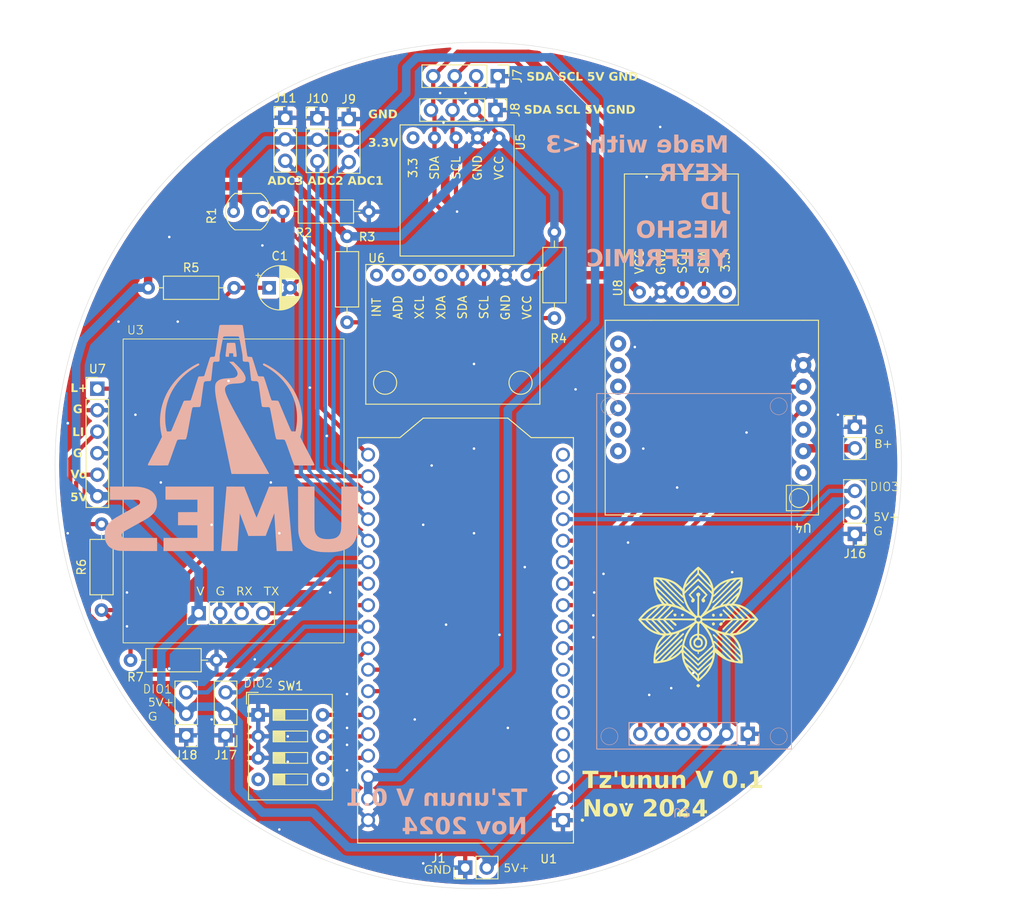
<source format=kicad_pcb>
(kicad_pcb (version 20240108) (generator "pcbnew") (generator_version "8.0")
  (layers (0 "F.Cu" signal) (1 "In1.Cu" signal) (2 "In2.Cu" signal) (31 "B.Cu" signal) (34 "B.Paste" user) (35 "F.Paste" user) (36 "B.SilkS" user "B.Silkscreen") (37 "F.SilkS" user "F.Silkscreen") (38 "B.Mask" user) (39 "F.Mask" user) (44 "Edge.Cuts" user))
  (net 0 "")
  (net 1 "GND")
  (net 2 "+5V")
  (net 3 "+BATT")
  (net 4 "/SCL")
  (net 5 "/SDA")
  (net 6 "+3.3V")
  (net 7 "/ADC-EXTRA-1")
  (net 8 "/ADC-EXTRA-2")
  (net 9 "/ADC-EXTRA-3")
  (net 10 "/DIO-EXTRA-3")
  (net 11 "/DIO-EXTRA-2")
  (net 12 "/DIO-EXTRA-1")
  (net 13 "/PHOTORESISTOR")
  (net 14 "Net-(U7-LED+)")
  (net 15 "Net-(U7-VOUT)")
  (net 16 "/VOUT-GP2Y10")
  (net 17 "/DS-POS3")
  (net 18 "/DS-POS1")
  (net 19 "/DS-POS2")
  (net 20 "/GSM-TX-TO-RX-LORA")
  (net 21 "/SCK")
  (net 24 "/GPS-RX-TO-TX-LORA")
  (net 26 "/GPS-TX-TO-RX-LORA")
  (net 29 "/MOSI")
  (net 30 "/LED-GP2Y10")
  (net 31 "/GSM-RX-TO-TX-LORA")
  (net 32 "/CS-MICROSD")
  (net 34 "/MISO")
  (footprint "usini_sensors:module_bmp180" (layer "F.Cu") (at 177.707 65.523 90)
    (property "Reference" "U8")
    (property "Value" "~")
  )
  (footprint "Connector_PinHeader_2.54mm:PinHeader_1x03_P2.54mm_Vertical" (layer "F.Cu") (at 118.65 117.88 180)
    (property "Reference" "J17")
    (property "Value" "DIO-EXTRA-2")
  )
  (footprint "Button_Switch_THT:SW_DIP_SPSTx04_Slide_9.78x12.34mm_W7.62mm_P2.54mm" (layer "F.Cu") (at 122.5 115.46)
    (property "Reference" "SW1")
    (property "Value" "SW_DIP_x04")
  )
  (footprint "Resistor_THT:R_Axial_DIN0207_L6.3mm_D2.5mm_P10.16mm_Horizontal" (layer "F.Cu") (at 109.5 65)
    (property "Reference" "R5")
    (property "Value" "150")
  )
  (footprint "Connector_PinHeader_2.54mm:PinHeader_1x06_P2.54mm_Vertical" (layer "F.Cu") (at 103.5 76.92)
    (property "Reference" "U7")
    (property "Value" "~")
  )
  (footprint "Resistor_THT:R_Axial_DIN0207_L6.3mm_D2.5mm_P10.16mm_Horizontal" (layer "F.Cu") (at 157.5 58.42 -90)
    (property "Reference" "R4")
    (property "Value" "4.7K")
  )
  (footprint "Resistor_THT:R_Axial_DIN0207_L6.3mm_D2.5mm_P10.16mm_Horizontal" (layer "F.Cu") (at 133 58.92 -90)
    (property "Reference" "R3")
    (property "Value" "4.7K")
  )
  (footprint "Library:MODULE_WIFI_KIT_32__V3_" (layer "F.Cu") (at 148 105.5)
    (property "Reference" "U1")
    (property "Value" "~")
  )
  (footprint "usini_sensors:module_mpu6050" (layer "F.Cu") (at 136.483 63.515 -90)
    (property "Reference" "U6")
    (property "Value" "~")
  )
  (footprint "Connector_PinHeader_2.54mm:PinHeader_1x02_P2.54mm_Vertical" (layer "F.Cu") (at 146.96 133.5 90)
    (property "Reference" "J1")
    (property "Value" "5V")
  )
  (footprint "Connector_PinHeader_2.54mm:PinHeader_1x03_P2.54mm_Vertical" (layer "F.Cu") (at 129.5 44.975)
    (property "Reference" "J10")
    (property "Value" "ADC-EXTRA-2")
  )
  (footprint "Capacitor_THT:CP_Radial_D5.0mm_P2.50mm" (layer "F.Cu") (at 123.794888 65)
    (property "Reference" "C1")
    (property "Value" "220uf")
  )
  (footprint "Connector_PinHeader_2.54mm:PinHeader_1x02_P2.54mm_Vertical" (layer "F.Cu") (at 193 81.425)
    (property "Reference" "J2" (hide yes))
    (property "Value" "3.7V")
  )
  (footprint "Resistor_THT:R_Axial_DIN0207_L6.3mm_D2.5mm_P10.16mm_Horizontal" (layer "F.Cu") (at 125.42 56)
    (property "Reference" "R2")
    (property "Value" "10K")
  )
  (footprint "Resistor_THT:R_Axial_DIN0207_L6.3mm_D2.5mm_P10.16mm_Horizontal" (layer "F.Cu") (at 104 103.08 90)
    (property "Reference" "R6")
    (property "Value" "6.8k")
  )
  (footprint "Library:neo6 gps module" (layer "F.Cu") (at 100.55 103.45 90)
    (property "Reference" "U3")
    (property "Value" "~")
  )
  (footprint "usini_sensors:module_bmp180" (layer "F.Cu") (at 140.793 47.277 -90)
    (property "Reference" "U5")
    (property "Value" "~")
  )
  (footprint "Connector_PinHeader_2.54mm:PinHeader_1x04_P2.54mm_Vertical" (layer "F.Cu") (at 150.8 40 -90)
    (property "Reference" "J7")
    (property "Value" "EXTRA-I2C-3")
  )
  (footprint "Connector_PinHeader_2.54mm:PinHeader_1x03_P2.54mm_Vertical" (layer "F.Cu") (at 193 94.08 180)
    (property "Reference" "J16")
    (property "Value" "DIO-EXTRA-3")
  )
  (footprint "OptoDevice:R_LDR_5.1x4.3mm_P3.4mm_Vertical" (layer "F.Cu") (at 119.6 56)
    (property "Reference" "R1")
    (property "Value" "LDR07")
  )
  (footprint "Connector_PinHeader_2.54mm:PinHeader_1x03_P2.54mm_Vertical" (layer "F.Cu") (at 114 117.88 180)
    (property "Reference" "J18")
    (property "Value" "DIO-EXTRA-1")
  )
  (footprint "Library:SIM800L-CORE" (layer "F.Cu") (at 186.9 86.84 180)
    (property "Reference" "U4")
    (property "Value" "SIM800L-CORE")
  )
  (footprint "Resistor_THT:R_Axial_DIN0207_L6.3mm_D2.5mm_P10.16mm_Horizontal" (layer "F.Cu") (at 107.42 109)
    (property "Reference" "R7")
    (property "Value" "2.2k")
  )
  (footprint "Connector_PinHeader_2.54mm:PinHeader_1x03_P2.54mm_Vertical" (layer "F.Cu") (at 133.2 45.06)
    (property "Reference" "J9")
    (property "Value" "ADC-EXTRA-1")
  )
  (footprint "Connector_PinHeader_2.54mm:PinHeader_1x04_P2.54mm_Vertical" (layer "F.Cu") (at 150.54 44 -90)
    (property "Reference" "J8")
    (property "Value" "EXTRA-I2C-4")
  )
  (footprint "Connector_PinHeader_2.54mm:PinHeader_1x03_P2.54mm_Vertical" (layer "F.Cu") (at 125.7 44.92)
    (property "Reference" "J11")
    (property "Value" "ADC-EXTRA-3")
  )
  (footprint "Library:micro sd" (layer "B.Cu") (at 172.5 118)
    (property "Reference" "U2")
    (property "Value" "~")
  )
  (gr_poly (pts (xy 119.291801 71.50137) (xy 119.179483 71.502871) (xy 119.085148 71.504787) (xy 119.007599 71.507199) (xy 118.974743 71.508617) (xy 118.945635 71.51019) (xy 118.920123 71.511928) (xy 118.898057 71.513842) (xy 118.879289 71.515942) (xy 118.863668 71.518238) (xy 118.851044 71.520741) (xy 118.841268 71.523461) (xy 118.8374 71.524906) (xy 118.834189 71.526408) (xy 118.831614 71.527971) (xy 118.829658 71.529593) (xy 118.820922 71.545622) (xy 118.811359 71.580772) (xy 118.800142 71.641429) (xy 118.786445 71.733981) (xy 118.748301 72.040319) (xy 118.690314 72.550884) (xy 118.666367 72.76389) (xy 118.657273 72.84869) (xy 118.650543 72.920445) (xy 118.646511 72.980221) (xy 118.645611 73.005951) (xy 118.64551 73.029086) (xy 118.64625 73.04976) (xy 118.647873 73.068107) (xy 118.65042 73.084259) (xy 118.653933 73.09835) (xy 118.658454 73.110514) (xy 118.664024 73.120883) (xy 118.670686 73.129592) (xy 118.678479 73.136773) (xy 118.687448 73.142561) (xy 118.697632 73.147088) (xy 118.709074 73.150488) (xy 118.721815 73.152894) (xy 118.735898 73.154439) (xy 118.751363 73.155258) (xy 118.786608 73.155247) (xy 118.875522 73.152371) (xy 119.053675 73.147079) (xy 119.062494 72.944232) (xy 119.071314 72.741384) (xy 119.547562 72.741384) (xy 119.556382 72.944232) (xy 119.565201 73.147079) (xy 119.745118 73.152371) (xy 119.832882 73.156033) (xy 119.867595 73.156328) (xy 119.896565 73.153556) (xy 119.920067 73.146184) (xy 119.929854 73.140295) (xy 119.938378 73.132682) (xy 119.945673 73.123152) (xy 119.951775 73.111515) (xy 119.960533 73.081153) (xy 119.964931 73.040063) (xy 119.965243 72.986713) (xy 119.961746 72.919571) (xy 119.954718 72.837103) (xy 119.93117 72.620066) (xy 119.896811 72.323344) (xy 119.870743 72.092033) (xy 119.859772 71.996503) (xy 119.849987 71.913184) (xy 119.841245 71.841172) (xy 119.833406 71.779562) (xy 119.826326 71.727451) (xy 119.819863 71.683933) (xy 119.816819 71.665114) (xy 119.813876 71.648105) (xy 119.811017 71.632792) (xy 119.808222 71.619062) (xy 119.805476 71.606802) (xy 119.80276 71.5959) (xy 119.800056 71.586241) (xy 119.797346 71.577714) (xy 119.794613 71.570204) (xy 119.79184 71.5636) (xy 119.789007 71.557787) (xy 119.786098 71.552654) (xy 119.783094 71.548086) (xy 119.779979 71.543971) (xy 119.776733 71.540196) (xy 119.77334 71.536647) (xy 119.759016 71.523266) (xy 119.751473 71.517873) (xy 119.742748 71.513275) (xy 119.732141 71.509422) (xy 119.718956 71.506261) (xy 119.702494 71.503741) (xy 119.682059 71.50181) (xy 119.626476 71.499509) (xy 119.546626 71.498944)) (stroke (width -0.000001)) (fill solid) (layer "B.SilkS"))
  (gr_poly (pts (xy 111.548328 90.036315) (xy 115.323051 90.036315) (xy 115.323051 91.500341) (xy 114.180048 91.503869) (xy 113.038813 91.509161) (xy 113.033521 92.27998) (xy 113.029993 93.052566) (xy 114.171229 93.056091) (xy 115.314231 93.061386) (xy 115.31952 93.805746) (xy 115.323051 94.55187) (xy 111.319022 94.55187) (xy 111.319022 96.104092) (xy 117.245688 96.104092) (xy 117.245688 88.484092) (xy 111.548328 88.484092)) (stroke (width -0.000001)) (fill solid) (layer "B.SilkS"))
  (gr_poly (pts (xy 118.755576 88.558175) (xy 118.109992 96.084689) (xy 118.113116 96.087232) (xy 118.122667 96.089574) (xy 118.16211 96.093674) (xy 118.329817 96.099682) (xy 118.630148 96.103044) (xy 119.080134 96.104092) (xy 119.383643 96.103957) (xy 119.508297 96.103731) (xy 119.616438 96.103348) (xy 119.709231 96.102768) (xy 119.787842 96.101952) (xy 119.822193 96.101444) (xy 119.853435 96.100863) (xy 119.881714 96.100204) (xy 119.907176 96.099462) (xy 119.929967 96.098631) (xy 119.950231 96.097708) (xy 119.968115 96.096688) (xy 119.983764 96.095565) (xy 119.997325 96.094335) (xy 120.008942 96.092993) (xy 120.018761 96.091534) (xy 120.026928 96.089953) (xy 120.030438 96.089115) (xy 120.033589 96.088245) (xy 120.0364 96.087343) (xy 120.038889 96.086407) (xy 120.041074 96.085436) (xy 120.042974 96.084431) (xy 120.044607 96.083391) (xy 120.04599 96.082315) (xy 120.047142 96.081202) (xy 120.048082 96.080053) (xy 120.048827 96.078865) (xy 120.049396 96.07764) (xy 120.049807 96.076375) (xy 120.050077 96.075071) (xy 120.050272 96.072341) (xy 120.33602 91.667913) (xy 120.378189 91.769446) (xy 120.488156 92.052881) (xy 120.844022 92.990829) (xy 121.346729 94.322564) (xy 122.368021 94.319039) (xy 123.389312 94.313745) (xy 123.888492 92.992593) (xy 124.243696 92.057732) (xy 124.353581 91.770714) (xy 124.396494 91.662618) (xy 124.39699 91.662184) (xy 124.397485 91.661871) (xy 124.397978 91.661677) (xy 124.398468 91.6616) (xy 124.398954 91.661635) (xy 124.399435 91.661782) (xy 124.399911 91.662038) (xy 124.40038 91.662399) (xy 124.401293 91.663429) (xy 124.402168 91.664852) (xy 124.402996 91.666647) (xy 124.40377 91.668793) (xy 124.404482 91.67127) (xy 124.405124 91.674057) (xy 124.405688 91.677133) (xy 124.406168 91.680478) (xy 124.406554 91.684072) (xy 124.40684 91.687892) (xy 124.407017 91.691919) (xy 124.407078 91.696133) (xy 124.682242 96.045883) (xy 124.691062 96.104092) (xy 126.574897 96.104092) (xy 126.566077 96.045883) (xy 126.241521 92.32937) (xy 125.913439 88.575814) (xy 125.902854 88.484092) (xy 124.842757 88.48762) (xy 123.78266 88.492912) (xy 123.055938 90.307954) (xy 122.539338 91.598238) (xy 122.378521 91.995664) (xy 122.315104 92.147689) (xy 122.3002 92.124828) (xy 122.263345 92.044171) (xy 122.123282 91.708481) (xy 121.574271 90.332647) (xy 120.851078 88.492912) (xy 119.808619 88.48762) (xy 118.764396 88.484092)) (stroke (width -0.000001)) (fill solid) (layer "B.SilkS"))
  (gr_poly (pts (xy 132.326938 90.833592) (xy 132.325423 91.763767) (xy 132.321426 92.558675) (xy 132.315776 93.133979) (xy 132.309299 93.405343) (xy 132.305485 93.451234) (xy 132.300693 93.497472) (xy 132.294982 93.543823) (xy 132.288408 93.590055) (xy 132.281028 93.635936) (xy 132.272898 93.681233) (xy 132.264076 93.725713) (xy 132.254619 93.769145) (xy 132.244582 93.811294) (xy 132.234024 93.85193) (xy 132.223001 93.890819) (xy 132.211569 93.927728) (xy 132.199786 93.962426) (xy 132.187709 93.99468) (xy 132.175393 94.024257) (xy 132.162897 94.050924) (xy 132.139116 94.095273) (xy 132.113453 94.13832) (xy 132.085971 94.180002) (xy 132.056732 94.220258) (xy 132.025799 94.259026) (xy 131.993232 94.296244) (xy 131.959095 94.331849) (xy 131.923448 94.36578) (xy 131.886355 94.397975) (xy 131.847877 94.428371) (xy 131.808076 94.456907) (xy 131.767014 94.48352) (xy 131.724753 94.508149) (xy 131.681355 94.530732) (xy 131.636882 94.551206) (xy 131.591396 94.569509) (xy 131.518193 94.594288) (xy 131.437455 94.616345) (xy 131.350124 94.635648) (xy 131.257139 94.652164) (xy 131.159441 94.665857) (xy 131.057971 94.676696) (xy 130.953669 94.684646) (xy 130.847476 94.689673) (xy 130.740332 94.691745) (xy 130.633177 94.690827) (xy 130.526953 94.686886) (xy 130.422599 94.679889) (xy 130.321057 94.669801) (xy 130.223266 94.656589) (xy 130.130168 94.64022) (xy 130.042702 94.62066) (xy 129.951216 94.594306) (xy 129.864618 94.562872) (xy 129.78292 94.526364) (xy 129.70613 94.484786) (xy 129.63426 94.438144) (xy 129.56732 94.386443) (xy 129.505321 94.329687) (xy 129.448272 94.267883) (xy 129.396183 94.201036) (xy 129.349066 94.12915) (xy 129.306931 94.05223) (xy 129.269788 93.970283) (xy 129.237647 93.883312) (xy 129.210518 93.791324) (xy 129.188412 93.694323) (xy 129.17134 93.592315) (xy 129.162355 93.381172) (xy 129.156347 92.879483) (xy 129.151938 90.969413) (xy 129.151938 88.484092) (xy 127.209897 88.484092) (xy 127.21695 91.115814) (xy 127.219355 92.021174) (xy 127.221967 92.702569) (xy 127.223673 92.971042) (xy 127.225819 93.19764) (xy 127.228533 93.387066) (xy 127.231944 93.544027) (xy 127.236183 93.673227) (xy 127.241377 93.779372) (xy 127.247657 93.867166) (xy 127.255151 93.941316) (xy 127.263988 94.006525) (xy 127.274298 94.0675) (xy 127.299854 94.195565) (xy 127.346499 94.389901) (xy 127.403796 94.574098) (xy 127.471817 94.748228) (xy 127.55063 94.912365) (xy 127.640305 95.066579) (xy 127.740913 95.210944) (xy 127.852522 95.345532) (xy 127.975203 95.470415) (xy 128.109026 95.585665) (xy 128.25406 95.691355) (xy 128.410375 95.787558) (xy 128.57804 95.874345) (xy 128.757126 95.951789) (xy 128.947703 96.019963) (xy 129.149839 96.078938) (xy 129.363605 96.128787) (xy 129.506818 96.15693) (xy 129.637173 96.179637) (xy 129.762154 96.19759) (xy 129.889244 96.21147) (xy 130.025924 96.22196) (xy 130.179678 96.229742) (xy 130.357989 96.235498) (xy 130.56834 96.23991) (xy 130.793085 96.242585) (xy 130.9898 96.242447) (xy 131.164521 96.239167) (xy 131.323285 96.232415) (xy 131.472127 96.221859) (xy 131.617082 96.207168) (xy 131.764188 96.188013) (xy 131.919478 96.164062) (xy 132.183321 96.112774) (xy 132.430566 96.048766) (xy 132.661356 95.971885) (xy 132.770626 95.92857) (xy 132.875838 95.881979) (xy 132.977008 95.832094) (xy 133.074155 95.778895) (xy 133.167297 95.722364) (xy 133.256452 95.662482) (xy 133.341638 95.599229) (xy 133.422874 95.532586) (xy 133.500178 95.462535) (xy 133.573566 95.389055) (xy 133.643059 95.312129) (xy 133.708673 95.231737) (xy 133.770426 95.14786) (xy 133.828338 95.06048) (xy 133.882426 94.969576) (xy 133.932707 94.87513) (xy 133.979201 94.777122) (xy 134.021925 94.675535) (xy 134.060897 94.570348) (xy 134.096135 94.461543) (xy 134.127658 94.349101) (xy 134.155484 94.233002) (xy 134.200115 93.989759) (xy 134.230173 93.731661) (xy 134.238414 93.471459) (xy 134.244505 92.910791) (xy 134.249576 91.001162) (xy 134.249576 88.484092) (xy 132.326938 88.484092)) (stroke (width -0.000001)) (fill solid) (layer "B.SilkS"))
  (gr_poly (pts (xy 104.986661 90.036315) (xy 106.665882 90.039842) (xy 107.214782 90.041661) (xy 107.437773 90.04254) (xy 107.629738 90.043481) (xy 107.793135 90.044545) (xy 107.930426 90.045796) (xy 108.044069 90.047295) (xy 108.092792 90.048156) (xy 108.136525 90.049103) (xy 108.175577 90.050143) (xy 108.210254 90.051284) (xy 108.240864 90.052533) (xy 108.267714 90.053899) (xy 108.291113 90.055388) (xy 108.311367 90.05701) (xy 108.328784 90.058771) (xy 108.343671 90.060679) (xy 108.356337 90.062742) (xy 108.367088 90.064968) (xy 108.376231 90.067364) (xy 108.384075 90.069939) (xy 108.390927 90.0727) (xy 108.397094 90.075654) (xy 108.402884 90.07881) (xy 108.408603 90.082176) (xy 108.415024 90.086094) (xy 108.421681 90.09054) (xy 108.428525 90.095461) (xy 108.435503 90.100806) (xy 108.442564 90.106523) (xy 108.449656 90.112561) (xy 108.456727 90.118867) (xy 108.463726 90.12539) (xy 108.470601 90.132079) (xy 108.4773 90.138881) (xy 108.483771 90.145746) (xy 108.489964 90.152621) (xy 108.495826 90.159454) (xy 108.501306 90.166194) (xy 108.506351 90.17279) (xy 108.510911 90.179189) (xy 108.517179 90.188513) (xy 108.522772 90.197387) (xy 108.52772 90.20594) (xy 108.53205 90.214302) (xy 108.53579 90.222602) (xy 108.538971 90.230969) (xy 108.541618 90.239533) (xy 108.543762 90.248422) (xy 108.545431 90.257766) (xy 108.546653 90.267694) (xy 108.547456 90.278335) (xy 108.547869 90.289818) (xy 108.54792 90.302273) (xy 108.547638 90.315828) (xy 108.546189 90.346758) (xy 108.544059 90.371758) (xy 108.54089 90.395283) (xy 108.536553 90.41751) (xy 108.53092 90.438619) (xy 108.52386 90.458787) (xy 108.515244 90.478193) (xy 108.504944 90.497015) (xy 108.49283 90.515431) (xy 108.478773 90.53362) (xy 108.462643 90.55176) (xy 108.444313 90.570029) (xy 108.423652 90.588605) (xy 108.400531 90.607667) (xy 108.374822 90.627394) (xy 108.346394 90.647963) (xy 108.315119 90.669552) (xy 108.171196 90.754411) (xy 107.874146 90.923772) (xy 106.993967 91.417437) (xy 106.516944 91.683758) (xy 106.100115 91.918163) (xy 105.788459 92.095352) (xy 105.626954 92.190023) (xy 105.500425 92.272134) (xy 105.381358 92.35454) (xy 105.269609 92.43741) (xy 105.165033 92.520917) (xy 105.067484 92.60523) (xy 104.97682 92.690519) (xy 104.892893 92.776956) (xy 104.815561 92.86471) (xy 104.744678 92.953953) (xy 104.6801 93.044855) (xy 104.621681 93.137586) (xy 104.569278 93.232317) (xy 104.522745 93.329218) (xy 104.481938 93.42846) (xy 104.446712 93.530214) (xy 104.416923 93.634649) (xy 104.40513 93.682198) (xy 104.396004 93.727308) (xy 104.389235 93.774485) (xy 104.384512 93.828235) (xy 104.381525 93.893065) (xy 104.379964 93.973481) (xy 104.37988 94.199093) (xy 104.380118 94.329604) (xy 104.381121 94.43256) (xy 104.382045 94.475482) (xy 104.383323 94.513648) (xy 104.385009 94.547766) (xy 104.387158 94.57855) (xy 104.389824 94.606708) (xy 104.39306 94.632951) (xy 104.396922 94.657991) (xy 104.401463 94.682537) (xy 104.406738 94.707299) (xy 104.412802 94.73299) (xy 104.427509 94.789996) (xy 104.445226 94.851648) (xy 104.465236 94.912796) (xy 104.487431 94.973267) (xy 104.511706 95.032888) (xy 104.537955 95.091487) (xy 104.566072 95.148888) (xy 104.595951 95.204921) (xy 104.627487 95.259411) (xy 104.660573 95.312185) (xy 104.695103 95.36307) (xy 104.730972 95.411894) (xy 104.768073 95.458482) (xy 104.806301 95.502663) (xy 104.84555 95.544262) (xy 104.885713 95.583107) (xy 104.926685 95.619024) (xy 104.965305 95.649754) (xy 105.005699 95.679743) (xy 105.047784 95.708951) (xy 105.091472 95.737341) (xy 105.136681 95.764872) (xy 105.183323 95.791508) (xy 105.231313 95.817208) (xy 105.280567 95.841934) (xy 105.331 95.865647) (xy 105.382525 95.888308) (xy 105.435058 95.90988) (xy 105.488514 95.930322) (xy 105.542806 95.949596) (xy 105.597851 95.967664) (xy 105.653562 95.984486) (xy 105.709855 96.000024) (xy 105.832647 96.031326) (xy 105.945084 96.054649) (xy 106.081954 96.071275) (xy 106.278045 96.082485) (xy 106.568146 96.089562) (xy 106.987046 96.093785) (xy 108.350394 96.0988) (xy 110.560551 96.105856) (xy 110.560551 94.55187) (xy 108.614979 94.55187) (xy 107.915127 94.551818) (xy 107.633456 94.55151) (xy 107.392713 94.550795) (xy 107.286617 94.550235) (xy 107.189466 94.549512) (xy 107.100831 94.548607) (xy 107.020284 94.547498) (xy 106.947395 94.546166) (xy 106.881736 94.54459) (xy 106.822878 94.54275) (xy 106.770391 94.540626) (xy 106.723847 94.538196) (xy 106.682817 94.535441) (xy 106.646872 94.532341) (xy 106.630672 94.530655) (xy 106.615583 94.528875) (xy 106.60155 94.526998) (xy 106.588521 94.525022) (xy 106.576441 94.522944) (xy 106.565257 94.520763) (xy 106.554916 94.518474) (xy 106.545363 94.516077) (xy 106.536545 94.513567) (xy 106.528409 94.510943) (xy 106.5209 94.508202) (xy 106.513966 94.505342) (xy 106.507553 94.50236) (xy 106.501607 94.499253) (xy 106.496074 94.496019) (xy 106.4909 94.492655) (xy 106.486033 94.489159) (xy 106.481419 94.485529) (xy 106.472733 94.477854) (xy 106.464415 94.469609) (xy 106.447162 94.45133) (xy 106.436038 94.439102) (xy 106.425799 94.426849) (xy 106.416424 94.414502) (xy 106.407888 94.401995) (xy 106.400168 94.389261) (xy 106.393242 94.376233) (xy 106.387086 94.362842) (xy 106.381677 94.349023) (xy 106.376991 94.334707) (xy 106.373006 94.319829) (xy 106.369697 94.304319) (xy 106.367042 94.288113) (xy 106.365018 94.271141) (xy 106.3636 94.253337) (xy 106.362767 94.234634) (xy 106.362494 94.214965) (xy 106.363641 94.186488) (xy 106.367121 94.158545) (xy 106.372994 94.131052) (xy 106.381318 94.103923) (xy 106.392154 94.077074) (xy 106.405561 94.050418) (xy 106.421598 94.023871) (xy 106.440325 93.997347) (xy 106.461802 93.970761) (xy 106.486086 93.944027) (xy 106.513239 93.917061) (xy 106.54332 93.889778) (xy 106.576387 93.862091) (xy 106.6125 93.833916) (xy 106.65172 93.805167) (xy 106.694105 93.775759) (xy 106.826893 93.697597) (xy 107.105532 93.539398) (xy 107.937647 93.075497) (xy 108.69565 92.655773) (xy 108.938546 92.520397) (xy 109.113499 92.421754) (xy 109.180838 92.383177) (xy 109.237601 92.350147) (xy 109.285926 92.321454) (xy 109.327949 92.295884) (xy 109.365807 92.272226) (xy 109.401636 92.249268) (xy 109.475757 92.200607) (xy 109.583848 92.126492) (xy 109.685305 92.052853) (xy 109.780277 91.979504) (xy 109.868911 91.906257) (xy 109.951355 91.832928) (xy 110.027754 91.759331) (xy 110.098257 91.685278) (xy 110.163012 91.610585) (xy 110.222164 91.535064) (xy 110.275862 91.458531) (xy 110.324253 91.3808) (xy 110.367484 91.301683) (xy 110.405703 91.220995) (xy 110.439056 91.13855) (xy 110.467691 91.054163) (xy 110.491755 90.967646) (xy 110.500329 90.929403) (xy 110.508172 90.886515) (xy 110.52155 90.789219) (xy 110.531662 90.680595) (xy 110.538281 90.565481) (xy 110.541178 90.448713) (xy 110.540128 90.335128) (xy 110.534901 90.229563) (xy 110.530651 90.1813) (xy 110.525272 90.136855) (xy 110.516408 90.077623) (xy 110.50571 90.019026) (xy 110.493203 89.961122) (xy 110.478913 89.903967) (xy 110.462866 89.847618) (xy 110.445089 89.792133) (xy 110.425606 89.737567) (xy 110.404444 89.683977) (xy 110.381628 89.631422) (xy 110.357184 89.579956) (xy 110.331139 89.529638) (xy 110.303517 89.480524) (xy 110.274345 89.432671) (xy 110.243649 89.386136) (xy 110.211454 89.340975) (xy 110.177787 89.297245) (xy 110.111825 89.220275) (xy 110.039028 89.146822) (xy 109.959508 89.076929) (xy 109.873377 89.010641) (xy 109.780745 88.948001) (xy 109.681722 88.889053) (xy 109.576422 88.833841) (xy 109.464953 88.78241) (xy 109.347429 88.734803) (xy 109.223959 88.691063) (xy 109.094654 88.651236) (xy 108.959627 88.615364) (xy 108.818988 88.583493) (xy 108.672847 88.555664) (xy 108.521317 88.531924) (xy 108.364509 88.512315) (xy 108.179547 88.500243) (xy 107.854522 88.492471) (xy 107.333375 88.488006) (xy 106.560047 88.485856) (xy 104.986661 88.484092)) (stroke (width -0.000001)) (fill solid) (layer "B.SilkS"))
  (gr_poly (pts (xy 117.968882 69.4288) (xy 117.914203 69.47819) (xy 117.660203 71.250898) (xy 117.559136 71.942508) (xy 117.47345 72.514725) (xy 117.411906 72.908348) (xy 117.392927 73.019687) (xy 117.383271 73.064177) (xy 117.376475 73.076156) (xy 117.369173 73.087) (xy 117.361148 73.096774) (xy 117.352182 73.105544) (xy 117.342058 73.113373) (xy 117.33056 73.120327) (xy 117.31747 73.126469) (xy 117.302572 73.131865) (xy 117.285648 73.136578) (xy 117.266481 73.140674) (xy 117.244854 73.144217) (xy 117.220551 73.147272) (xy 117.193354 73.149902) (xy 117.163045 73.152174) (xy 117.092228 73.155898) (xy 117.028367 73.158985) (xy 117.002115 73.160487) (xy 116.979203 73.162071) (xy 116.968896 73.16292) (xy 116.959299 73.163821) (xy 116.95037 73.164784) (xy 116.942069 73.165819) (xy 116.934352 73.166937) (xy 116.92718 73.168148) (xy 116.920509 73.169462) (xy 116.914298 73.17089) (xy 116.908506 73.172442) (xy 116.903091 73.174128) (xy 116.898011 73.175959) (xy 116.893225 73.177945) (xy 116.88869 73.180097) (xy 116.884366 73.182424) (xy 116.88021 73.184937) (xy 116.876182 73.187647) (xy 116.872238 73.190563) (xy 116.868338 73.193697) (xy 116.86444 73.197057) (xy 116.860503 73.200656) (xy 116.852342 73.208607) (xy 116.843522 73.217634) (xy 116.826606 73.240916) (xy 116.806094 73.282181) (xy 116.779711 73.348169) (xy 116.745184 73.445617) (xy 116.642603 73.761849) (xy 116.480161 74.284787) (xy 116.254383 75.014816) (xy 116.150315 75.346647) (xy 116.143166 75.363575) (xy 116.135376 75.378714) (xy 116.126594 75.39218) (xy 116.116469 75.404084) (xy 116.104648 75.414542) (xy 116.090782 75.423666) (xy 116.074517 75.431571) (xy 116.055504 75.43837) (xy 116.03339 75.444177) (xy 116.007824 75.449105) (xy 115.978454 75.453269) (xy 115.94493 75.456781) (xy 115.906899 75.459756) (xy 115.864011 75.462307) (xy 115.762256 75.466593) (xy 115.694815 75.468825) (xy 115.664526 75.470127) (xy 115.636469 75.471553) (xy 115.610603 75.473103) (xy 115.586887 75.474777) (xy 115.565279 75.476576) (xy 115.545739 75.478498) (xy 115.528224 75.480545) (xy 115.512694 75.482715) (xy 115.499106 75.48501) (xy 115.487421 75.487428) (xy 115.477595 75.48997) (xy 115.469589 75.492637) (xy 115.463361 75.495427) (xy 115.4609 75.496869) (xy 115.458869 75.498342) (xy 115.445254 75.511826) (xy 115.429654 75.538746) (xy 115.406283 75.596506) (xy 115.369351 75.702512) (xy 115.231657 76.128877) (xy 114.97027 76.957079) (xy 114.790712 77.519979) (xy 114.718099 77.744007) (xy 114.656959 77.929422) (xy 114.607312 78.075976) (xy 114.569179 78.183422) (xy 114.54258 78.251511) (xy 114.533613 78.270719) (xy 114.527537 78.279995) (xy 114.521494 78.285626) (xy 114.514996 78.290644) (xy 114.507631 78.295099) (xy 114.498983 78.299039) (xy 114.488641 78.302515) (xy 114.47619 78.305575) (xy 114.461218 78.308268) (xy 114.44331 78.310643) (xy 114.397035 78.314636) (xy 114.334058 78.317947) (xy 114.14477 78.324093) (xy 114.043791 78.326777) (xy 114.000915 78.32819) (xy 113.962677 78.329688) (xy 113.928748 78.331299) (xy 113.898801 78.333053) (xy 113.872508 78.334978) (xy 113.84954 78.337101) (xy 113.829569 78.339452) (xy 113.812267 78.342058) (xy 113.797306 78.344949) (xy 113.784358 78.348152) (xy 113.773095 78.351696) (xy 113.763188 78.35561) (xy 113.754309 78.359922) (xy 113.746131 78.36466) (xy 113.741175 78.368086) (xy 113.73625 78.371726) (xy 113.731388 78.375547) (xy 113.726618 78.379516) (xy 113.721972 78.383598) (xy 113.717482 78.38776) (xy 113.713177 78.391969) (xy 113.70909 78.396191) (xy 113.70525 78.400392) (xy 113.70169 78.404538) (xy 113.698439 78.408597) (xy 113.69553 78.412534) (xy 113.692992 78.416317) (xy 113.690858 78.41991) (xy 113.689157 78.423282) (xy 113.687922 78.426397) (xy 112.234479 81.890675) (xy 112.227791 81.901509) (xy 112.219592 81.911532) (xy 112.209817 81.920759) (xy 112.198401 81.929205) (xy 112.18528 81.936887) (xy 112.170389 81.94382) (xy 112.153664 81.950018) (xy 112.135039 81.955499) (xy 112.114451 81.960276) (xy 112.091835 81.964366) (xy 112.067126 81.967785) (xy 112.040259 81.970547) (xy 112.01117 81.972668) (xy 111.979795 81.974164) (xy 111.946068 81.975051) (xy 111.909925 81.975343) (xy 111.837553 81.976094) (xy 111.808825 81.976017) (xy 111.784384 81.974736) (xy 111.763715 81.971575) (xy 111.754635 81.969077) (xy 111.746304 81.965855) (xy 111.73866 81.961824) (xy 111.731638 81.9569) (xy 111.725173 81.950998) (xy 111.719201 81.944034) (xy 111.713659 81.935922) (xy 111.708481 81.926578) (xy 111.698961 81.903857) (xy 111.690129 81.875193) (xy 111.68147 81.839909) (xy 111.662615 81.746774) (xy 111.638282 81.619036) (xy 111.607529 81.45351) (xy 111.582418 81.301233) (xy 111.562475 81.15677) (xy 111.547223 81.014684) (xy 111.536189 80.869539) (xy 111.528895 80.715898) (xy 111.524867 80.548325) (xy 111.52363 80.361384) (xy 111.524867 80.174436) (xy 111.528895 80.006815) (xy 111.536189 79.853043) (xy 111.547223 79.707643) (xy 111.562475 79.565137) (xy 111.582418 79.420046) (xy 111.607529 79.266895) (xy 111.638282 79.100204) (xy 111.722536 78.729302) (xy 111.828704 78.363925) (xy 111.956167 78.004883) (xy 112.104308 77.652988) (xy 112.272511 77.309051) (xy 112.460156 76.973883) (xy 112.666628 76.648297) (xy 112.891307 76.333102) (xy 113.133577 76.029112) (xy 113.39282 75.737135) (xy 113.668419 75.457985) (xy 113.959756 75.192473) (xy 114.266213 74.941409) (xy 114.587173 74.705605) (xy 114.922019 74.485873) (xy 115.270133 74.283023) (xy 115.311963 74.260218) (xy 115.349614 74.239325) (xy 115.383292 74.220189) (xy 115.4132 74.202656) (xy 115.439542 74.186569) (xy 115.462523 74.171774) (xy 115.472816 74.164812) (xy 115.482346 74.158116) (xy 115.491138 74.151664) (xy 115.499216 74.145439) (xy 115.506608 74.139421) (xy 115.513337 74.13359) (xy 115.519431 74.127927) (xy 115.524913 74.122413) (xy 115.529811 74.117027) (xy 115.534148 74.111752) (xy 115.537952 74.106567) (xy 115.541246 74.101453) (xy 115.544058 74.096391) (xy 115.546412 74.091361) (xy 115.548334 74.086343) (xy 115.549849 74.08132) (xy 115.550983 74.076271) (xy 115.551761 74.071176) (xy 115.55221 74.066017) (xy 115.552353 74.060774) (xy 115.552139 74.055904) (xy 115.551509 74.050897) (xy 115.550481 74.045774) (xy 115.549074 74.040554) (xy 115.547304 74.035254) (xy 115.545191 74.029895) (xy 115.542752 74.024495) (xy 115.540006 74.019073) (xy 115.533664 74.008241) (xy 115.526308 73.997552) (xy 115.518085 73.987156) (xy 115.509138 73.977208) (xy 115.499612 73.96786) (xy 115.489653 73.959263) (xy 115.479403 73.951571) (xy 115.474216 73.948111) (xy 115.46901 73.944935) (xy 115.463804 73.942061) (xy 115.458616 73.939509) (xy 115.453464 73.937297) (xy 115.448367 73.935444) (xy 115.443342 73.93397) (xy 115.438408 73.932893) (xy 115.433582 73.932233) (xy 115.428882 73.932009) (xy 115.417361 73.93411) (xy 115.399055 73.940215) (xy 115.344381 73.963263) (xy 115.26945 73.998795) (xy 115.178851 74.044456) (xy 115.077172 74.09789) (xy 114.969003 74.156738) (xy 114.858932 74.218647) (xy 114.751548 74.281258) (xy 114.49723 74.437986) (xy 114.249108 74.603664) (xy 114.007508 74.777941) (xy 113.772755 74.960465) (xy 113.545175 75.150886) (xy 113.325093 75.348852) (xy 113.112834 75.554011) (xy 112.908726 75.766012) (xy 112.713092 75.984503) (xy 112.526258 76.209134) (xy 112.348551 76.439552) (xy 112.180295 76.675407) (xy 112.021816 76.916347) (xy 111.87344 77.16202) (xy 111.735492 77.412075) (xy 111.608298 77.666162) (xy 111.485439 77.938117) (xy 111.374191 78.213374) (xy 111.27459 78.491639) (xy 111.186674 78.772616) (xy 111.110478 79.056012) (xy 111.046038 79.341532) (xy 110.993391 79.628882) (xy 110.952572 79.917766) (xy 110.923619 80.20789) (xy 110.906566 80.49896) (xy 110.901451 80.790681) (xy 110.908309 81.082759) (xy 110.927176 81.374899) (xy 110.95809 81.666806) (xy 111.001085 81.958187) (xy 111.056199 82.248745) (xy 111.077643 82.349259) (xy 111.098094 82.440347) (xy 111.107223 82.479204) (xy 111.115236 82.511922) (xy 111.121844 82.53724) (xy 111.126755 82.553896) (xy 111.129828 82.577438) (xy 111.120582 82.617866) (xy 111.091161 82.691409) (xy 111.033711 82.814292) (xy 110.803304 83.272985) (xy 110.366523 84.123757) (xy 109.52338 85.751829) (xy 109.511289 85.775777) (xy 109.505851 85.787123) (xy 109.500819 85.798062) (xy 109.496193 85.808603) (xy 109.491976 85.818755) (xy 109.488167 85.828527) (xy 109.484769 85.837928) (xy 109.481781 85.846968) (xy 109.479205 85.855655) (xy 109.477041 85.863998) (xy 109.475292 85.872007) (xy 109.473957 85.87969) (xy 109.473037 85.887057) (xy 109.472535 85.894116) (xy 109.47245 85.900877) (xy 109.472783 85.907348) (xy 109.473536 85.913539) (xy 109.47471 85.919459) (xy 109.476305 85.925117) (xy 109.478323 85.930521) (xy 109.480764 85.935681) (xy 109.483629 85.940606) (xy 109.48692 85.945305) (xy 109.490637 85.949787) (xy 109.494781 85.95406) (xy 109.499354 85.958135) (xy 109.504356 85.96202) (xy 109.509788 85.965724) (xy 109.515651 85.969257) (xy 109.521946 85.972626) (xy 109.528675 85.975842) (xy 109.565655 85.981403) (xy 109.646586 85.986184) (xy 109.915021 85.993426) (xy 110.701218 85.998773) (xy 111.482786 85.992213) (xy 111.745432 85.984572) (xy 111.822601 85.979679) (xy 111.85524 85.974078) (xy 111.870533 85.944261) (xy 111.902507 85.865847) (xy 112.012448 85.573896) (xy 112.176958 85.119557) (xy 112.387937 84.524162) (xy 112.5861 83.966332) (xy 112.753504 83.502429) (xy 112.872621 83.18074) (xy 112.908594 83.088315) (xy 112.925922 83.049551) (xy 112.929612 83.044453) (xy 112.934022 83.039112) (xy 112.939088 83.033575) (xy 112.944747 83.027888) (xy 112.950932 83.022098) (xy 112.95758 83.016251) (xy 112.964625 83.010393) (xy 112.972005 83.004572) (xy 112.979652 82.998833) (xy 112.987504 82.993223) (xy 112.995496 82.98779) (xy 113.003562 82.982578) (xy 113.011639 82.977635) (xy 113.019661 82.973008) (xy 113.027565 82.968742) (xy 113.035285 82.964884) (xy 113.060878 82.95367) (xy 113.073821 82.949021) (xy 113.087567 82.944958) (xy 113.102647 82.941442) (xy 113.11959 82.938436) (xy 113.161183 82.933795) (xy 113.216584 82.930726) (xy 113.29003 82.928917) (xy 113.508008 82.927842) (xy 113.63713 82.927763) (xy 113.689794 82.927575) (xy 113.735328 82.927208) (xy 113.774329 82.926604) (xy 113.791568 82.926194) (xy 113.807399 82.925703) (xy 113.821896 82.925122) (xy 113.835135 82.924445) (xy 113.847191 82.923664) (xy 113.858138 82.922771) (xy 113.868051 82.921759) (xy 113.877006 82.920622) (xy 113.885078 82.91935) (xy 113.89234 82.917937) (xy 113.898869 82.916376) (xy 113.904739 82.914659) (xy 113.910025 82.912778) (xy 113.914803 82.910727) (xy 113.919145 82.908497) (xy 113.923129 82.906081) (xy 113.926829 82.903473) (xy 113.930319 82.900663) (xy 113.933675 82.897646) (xy 113.936972 82.894413) (xy 113.940284 82.890958) (xy 113.943686 82.887272) (xy 113.97718 82.846345) (xy 114.007904 82.787062) (xy 114.040364 82.68958) (xy 114.079066 82.534055) (xy 114.128517 82.300642) (xy 114.193223 81.9695) (xy 114.386423 80.934648) (xy 114.491475 80.37093) (xy 114.534287 80.142204) (xy 114.571329 79.945519) (xy 114.603131 79.778342) (xy 114.630223 79.638138) (xy 114.642168 79.577358) (xy 114.653134 79.522371) (xy 114.663187 79.47286) (xy 114.672394 79.428507) (xy 114.68082 79.388997) (xy 114.688533 79.354012) (xy 114.695597 79.323235) (xy 114.70208 79.29635) (xy 114.708047 79.27304) (xy 114.713565 79.252987) (xy 114.7187 79.235876) (xy 114.723519 79.221388) (xy 114.72583 79.21503) (xy 114.728086 79.209208) (xy 114.730297 79.203885) (xy 114.732469 79.199019) (xy 114.734612 79.194571) (xy 114.736734 79.190503) (xy 114.738843 79.186774) (xy 114.740947 79.183344) (xy 114.743055 79.180174) (xy 114.745174 79.177225) (xy 114.749482 79.171829) (xy 114.753936 79.16684) (xy 114.758603 79.161939) (xy 114.811521 79.109023) (xy 115.587632 79.091384) (xy 115.642313 79.034939) (xy 115.698755 78.980259) (xy 115.880439 77.623828) (xy 115.951765 77.094717) (xy 116.01317 76.654572) (xy 116.058039 76.349364) (xy 116.072206 76.261728) (xy 116.079758 76.225065) (xy 116.084635 76.213904) (xy 116.090003 76.20292) (xy 116.095857 76.192121) (xy 116.102192 76.181518) (xy 116.109002 76.171123) (xy 116.116282 76.160944) (xy 116.124028 76.150993) (xy 116.132233 76.14128) (xy 116.140893 76.131814) (xy 116.150003 76.122607) (xy 116.159557 76.113669) (xy 116.169551 76.10501) (xy 116.179978 76.09664) (xy 116.190835 76.08857) (xy 116.202114 76.08081) (xy 116.213813 76.073371) (xy 116.221937 76.068322) (xy 116.230604 76.063738) (xy 116.240067 76.059588) (xy 116.250579 76.055841) (xy 116.262394 76.052467) (xy 116.275763 76.049434) (xy 116.290941 76.04671) (xy 116.308182 76.044266) (xy 116.34986 76.040091) (xy 116.402825 76.03666) (xy 116.469101 76.033724) (xy 116.550715 76.031037) (xy 116.83823 76.022218) (xy 116.891147 75.971064) (xy 116.896433 75.965595) (xy 116.901685 75.959806) (xy 116.90687 75.953748) (xy 116.911954 75.947472) (xy 116.916904 75.941032) (xy 116.921686 75.934477) (xy 116.926267 75.927861) (xy 116.930612 75.921235) (xy 116.934689 75.914649) (xy 116.938464 75.908157) (xy 116.941902 75.901809) (xy 116.944971 75.895658) (xy 116.947638 75.889755) (xy 116.949867 75.884151) (xy 116.951626 75.878899) (xy 116.952881 75.87405) (xy 116.98816 75.57) (xy 117.06048 74.902148) (xy 117.098873 74.537739) (xy 117.132138 74.230547) (xy 117.156473 74.012651) (xy 117.168076 73.916132) (xy 117.169333 73.909359) (xy 117.171104 73.902296) (xy 117.173367 73.894986) (xy 117.176096 73.887469) (xy 117.179271 73.879787) (xy 117.182866 73.871981) (xy 117.18686 73.864092) (xy 117.191228 73.856161) (xy 117.195947 73.848231) (xy 117.200995 73.840342) (xy 117.206347 73.832536) (xy 117.211981 73.824853) (xy 117.217874 73.817336) (xy 117.224001 73.810026) (xy 117.230341 73.802964) (xy 117.236869 73.796191) (xy 117.295075 73.737982) (xy 117.536728 73.737982) (xy 117.607077 73.737674) (xy 117.668993 73.736349) (xy 117.723012 73.7334) (xy 117.769672 73.728225) (xy 117.790411 73.724613) (xy 117.809511 73.720218) (xy 117.827041 73.714963) (xy 117.843066 73.708774) (xy 117.857656 73.701574) (xy 117.870875 73.693289) (xy 117.882793 73.683842) (xy 117.893475 73.673158) (xy 117.90299 73.661162) (xy 117.911403 73.647777) (xy 117.918784 73.632929) (xy 117.925198 73.616541) (xy 117.930712 73.598539) (xy 117.935395 73.578846) (xy 117.939313 73.557387) (xy 117.942533 73.534086) (xy 117.94715 73.481657) (xy 117.949782 73.420955) (xy 117.950967 73.351375) (xy 117.951243 73.272312) (xy 117.951243 72.983036) (xy 118.147034 71.938815) (xy 118.223874 71.529068) (xy 118.290792 71.186295) (xy 118.340511 70.946379) (xy 118.356648 70.876206) (xy 118.362138 70.855528) (xy 118.365757 70.845204) (xy 118.386097 70.810205) (xy 118.398189 70.796009) (xy 118.413382 70.783826) (xy 118.433039 70.773513) (xy 118.458526 70.764929) (xy 118.491206 70.757931) (xy 118.532444 70.752378) (xy 118.583603 70.748127) (xy 118.646049 70.745037) (xy 118.810256 70.741767) (xy 119.334131 70.742897) (xy 120.156104 70.74819) (xy 120.210785 70.802868) (xy 120.229281 70.823291) (xy 120.245649 70.851817) (xy 120.262719 70.900848) (xy 120.283324 70.982786) (xy 120.310296 71.110034) (xy 120.346466 71.294994) (xy 120.457731 71.88766) (xy 120.569352 72.486004) (xy 120.604264 72.68234) (xy 120.617527 72.761762) (xy 120.628387 72.83134) (xy 120.637138 72.893063) (xy 120.644075 72.948921) (xy 120.649493 73.000903) (xy 120.653686 73.050999) (xy 120.656949 73.101199) (xy 120.659577 73.153491) (xy 120.664103 73.272312) (xy 120.668014 73.366394) (xy 120.671904 73.444539) (xy 120.673887 73.478081) (xy 120.675918 73.508174) (xy 120.678017 73.534995) (xy 120.680201 73.558724) (xy 120.682488 73.579538) (xy 120.684896 73.597616) (xy 120.687444 73.613136) (xy 120.69015 73.626276) (xy 120.693031 73.637215) (xy 120.696106 73.646131) (xy 120.697721 73.649886) (xy 120.699392 73.653202) (xy 120.701121 73.656101) (xy 120.702909 73.658606) (xy 120.712881 73.669671) (xy 120.723735 73.679742) (xy 120.735648 73.688856) (xy 120.748798 73.697054) (xy 120.763365 73.704372) (xy 120.779525 73.710851) (xy 120.797458 73.716529) (xy 120.817342 73.721445) (xy 120.839355 73.725637) (xy 120.863675 73.729145) (xy 120.890481 73.732006) (xy 120.919951 73.734261) (xy 120.952262 73.735947) (xy 120.987595 73.737103) (xy 121.068033 73.737982) (xy 121.133408 73.738268) (xy 121.161392 73.738668) (xy 121.186545 73.739277) (xy 121.209093 73.740124) (xy 121.229264 73.741237) (xy 121.247285 73.742645) (xy 121.263384 73.744376) (xy 121.277788 73.746458) (xy 121.290725 73.74892) (xy 121.302421 73.75179) (xy 121.313105 73.755097) (xy 121.323002 73.758869) (xy 121.332342 73.763134) (xy 121.341351 73.767922) (xy 121.350257 73.773259) (xy 121.355914 73.776725) (xy 121.361615 73.78048) (xy 121.367322 73.784483) (xy 121.372994 73.788693) (xy 121.378595 73.793069) (xy 121.384084 73.797568) (xy 121.389423 73.80215) (xy 121.394574 73.806774) (xy 121.399498 73.811397) (xy 121.404155 73.815979) (xy 121.408507 73.820478) (xy 121.412516 73.824854) (xy 121.416143 73.829064) (xy 121.419349 73.833067) (xy 121.422094 73.836822) (xy 121.424341 73.840288) (xy 121.430374 73.867775) (xy 121.440189 73.932863) (xy 121.469099 74.158888) (xy 121.50694 74.484464) (xy 121.549576 74.87569) (xy 121.597808 75.310819) (xy 121.618347 75.486753) (xy 121.636448 75.634162) (xy 121.652067 75.752466) (xy 121.665165 75.841088) (xy 121.6757 75.899448) (xy 121.679994 75.917098) (xy 121.683631 75.926967) (xy 121.691613 75.941992) (xy 121.699947 75.955386) (xy 121.709025 75.967256) (xy 121.71924 75.977707) (xy 121.730984 75.986846) (xy 121.744651 75.994778) (xy 121.760633 76.001609) (xy 121.779323 76.007445) (xy 121.801113 76.012393) (xy 121.826396 76.016558) (xy 121.855566 76.020045) (xy 121.889014 76.022962) (xy 121.970318 76.027506) (xy 122.07345 76.031037) (xy 122.357438 76.039856) (xy 122.426227 76.094537) (xy 122.433247 76.100357) (xy 122.44038 76.106536) (xy 122.447575 76.11302) (xy 122.454781 76.119754) (xy 122.461945 76.126686) (xy 122.469016 76.133759) (xy 122.475943 76.14092) (xy 122.482673 76.148115) (xy 122.489155 76.155289) (xy 122.495337 76.162388) (xy 122.501168 76.169358) (xy 122.506596 76.176144) (xy 122.511569 76.182693) (xy 122.516036 76.18895) (xy 122.519944 76.19486) (xy 122.523243 76.20037) (xy 122.532982 76.231462) (xy 122.546587 76.298624) (xy 122.586964 76.551163) (xy 122.647515 76.977997) (xy 122.731382 77.599135) (xy 122.808 78.167466) (xy 122.869406 78.601685) (xy 122.893577 78.763181) (xy 122.912952 78.884761) (xy 122.927201 78.964298) (xy 122.9323 78.987634) (xy 122.935993 78.999661) (xy 122.944871 79.015033) (xy 122.954596 79.028796) (xy 122.965603 79.041034) (xy 122.978326 79.051833) (xy 122.993198 79.061279) (xy 123.010654 79.069455) (xy 123.031129 79.076449) (xy 123.055055 79.082344) (xy 123.082867 79.087226) (xy 123.114999 79.091181) (xy 123.151886 79.094293) (xy 123.193961 79.096648) (xy 123.295412 79.099429) (xy 123.422826 79.100204) (xy 123.487197 79.100303) (xy 123.544393 79.100666) (xy 123.594928 79.10139) (xy 123.639316 79.102574) (xy 123.659365 79.103369) (xy 123.678071 79.104316) (xy 123.695497 79.105428) (xy 123.711708 79.106715) (xy 123.726767 79.108191) (xy 123.74074 79.109868) (xy 123.75369 79.111758) (xy 123.765682 79.113874) (xy 123.77678 79.116227) (xy 123.787048 79.118831) (xy 123.796551 79.121696) (xy 123.805352 79.124836) (xy 123.813517 79.128263) (xy 123.821109 79.131989) (xy 123.828193 79.136027) (xy 123.834832 79.140387) (xy 123.841092 79.145084) (xy 123.847036 79.150129) (xy 123.852729 79.155535) (xy 123.858235 79.161313) (xy 123.863618 79.167476) (xy 123.868943 79.174036) (xy 123.874274 79.181006) (xy 123.879674 79.188398) (xy 123.891932 79.222725) (xy 123.911921 79.303932) (xy 123.977571 79.619227) (xy 124.081585 80.158757) (xy 124.228925 80.946995) (xy 124.3378 81.529134) (xy 124.382935 81.768278) (xy 124.422594 81.976004) (xy 124.457323 82.154708) (xy 124.487668 82.306788) (xy 124.514173 82.434643) (xy 124.537384 82.540669) (xy 124.547924 82.586246) (xy 124.557845 82.627265) (xy 124.567216 82.664026) (xy 124.576103 82.696828) (xy 124.584576 82.725972) (xy 124.592702 82.751757) (xy 124.60055 82.774482) (xy 124.608187 82.794448) (xy 124.615683 82.811955) (xy 124.623104 82.827301) (xy 124.63052 82.840787) (xy 124.637998 82.852712) (xy 124.645606 82.863376) (xy 124.653414 82.87308) (xy 124.661488 82.882121) (xy 124.669897 82.890801) (xy 124.683119 82.902522) (xy 124.690554 82.90732) (xy 124.699276 82.911472) (xy 124.709838 82.915025) (xy 124.722793 82.918024) (xy 124.738692 82.920518) (xy 124.758091 82.922551) (xy 124.809595 82.925424) (xy 124.881728 82.927016) (xy 125.105576 82.927842) (xy 125.183597 82.927947) (xy 125.252751 82.928352) (xy 125.313719 82.929191) (xy 125.367183 82.930598) (xy 125.391315 82.931557) (xy 125.413827 82.932709) (xy 125.434803 82.934069) (xy 125.454331 82.935656) (xy 125.472494 82.937486) (xy 125.489378 82.939575) (xy 125.505068 82.941941) (xy 125.51965 82.9446) (xy 125.533208 82.947569) (xy 125.545829 82.950865) (xy 125.557597 82.954504) (xy 125.568598 82.958504) (xy 125.578916 82.962881) (xy 125.588638 82.967653) (xy 125.597848 82.972835) (xy 125.606631 82.978444) (xy 125.615074 82.984499) (xy 125.623261 82.991014) (xy 125.631277 82.998007) (xy 125.639208 83.005495) (xy 125.647139 83.013495) (xy 125.655155 83.022023) (xy 125.671784 83.040731) (xy 125.690436 83.072043) (xy 125.719795 83.137442) (xy 125.817746 83.38976) (xy 125.979858 83.836217) (xy 126.220353 84.515342) (xy 126.444285 85.147697) (xy 126.53311 85.394545) (xy 126.606866 85.596166) (xy 126.665822 85.753303) (xy 126.710246 85.866702) (xy 126.740408 85.937105) (xy 126.750224 85.956417) (xy 126.756576 85.965258) (xy 126.773191 85.975232) (xy 126.805165 85.98287) (xy 126.863391 85.988483) (xy 126.958762 85.992379) (xy 127.304511 85.996265) (xy 127.929561 85.997009) (xy 129.065507 85.997009) (xy 129.109604 85.952912) (xy 129.115581 85.946768) (xy 129.120953 85.940882) (xy 129.125736 85.935223) (xy 129.129945 85.929761) (xy 129.133596 85.924464) (xy 129.136704 85.919302) (xy 129.13806 85.916761) (xy 129.139285 85.914243) (xy 129.140383 85.911742) (xy 129.141355 85.909256) (xy 129.142203 85.90678) (xy 129.142929 85.904311) (xy 129.143534 85.901844) (xy 129.144021 85.899375) (xy 129.144393 85.896902) (xy 129.144649 85.89442) (xy 129.144794 85.891924) (xy 129.144828 85.889412) (xy 129.144753 85.886879) (xy 129.144572 85.884322) (xy 129.143897 85.879118) (xy 129.14282 85.873769) (xy 129.141355 85.868244) (xy 128.889559 85.370167) (xy 128.301742 84.227828) (xy 127.47448 82.626219) (xy 127.527396 82.393383) (xy 127.572678 82.183077) (xy 127.61085 81.981267) (xy 127.642241 81.784708) (xy 127.667184 81.590153) (xy 127.686008 81.394358) (xy 127.699044 81.194077) (xy 127.706624 80.986066) (xy 127.709077 80.767079) (xy 127.707791 80.594886) (xy 127.703757 80.434641) (xy 127.696705 80.283077) (xy 127.686366 80.136929) (xy 127.672473 79.992931) (xy 127.654755 79.847817) (xy 127.632944 79.69832) (xy 127.606772 79.541175) (xy 127.526206 79.144905) (xy 127.423114 78.754326) (xy 127.298039 78.370212) (xy 127.151523 77.993335) (xy 126.984109 77.624469) (xy 126.79634 77.264384) (xy 126.588758 76.913855) (xy 126.361906 76.573653) (xy 126.116327 76.244551) (xy 125.852563 75.927322) (xy 125.571156 75.622738) (xy 125.27265 75.331572) (xy 124.957586 75.054596) (xy 124.626508 74.792583) (xy 124.279958 74.546305) (xy 123.918479 74.316536) (xy 123.802073 74.247852) (xy 123.682421 74.179808) (xy 123.564547 74.11503) (xy 123.453474 74.056143) (xy 123.354224 74.005772) (xy 123.27182 73.966543) (xy 123.238506 73.951927) (xy 123.211287 73.94108) (xy 123.19079 73.934332) (xy 123.177645 73.932009) (xy 123.173291 73.932218) (xy 123.168839 73.932834) (xy 123.164305 73.933839) (xy 123.159703 73.935217) (xy 123.15505 73.936949) (xy 123.15036 73.93902) (xy 123.14565 73.941412) (xy 123.140935 73.944108) (xy 123.13155 73.950343) (xy 123.122331 73.957588) (xy 123.113402 73.965707) (xy 123.104886 73.974562) (xy 123.096907 73.984017) (xy 123.089589 73.993934) (xy 123.083058 74.004176) (xy 123.077435 74.014608) (xy 123.075004 74.019851) (xy 123.072846 74.025091) (xy 123.070978 74.030309) (xy 123.069415 74.035489) (xy 123.068172 74.040613) (xy 123.067265 74.045664) (xy 123.06671 74.050626) (xy 123.066521 74.055481) (xy 123.066861 74.06758) (xy 123.068003 74.078849) (xy 123.070126 74.089452) (xy 123.073412 74.099551) (xy 123.078041 74.109309) (xy 123.084195 74.118888) (xy 123.092054 74.128452) (xy 123.101799 74.138164) (xy 123.113612 74.148185) (xy 123.127672 74.158679) (xy 123.144161 74.169809) (xy 123.16326 74.181737) (xy 123.185149 74.194626) (xy 123.21001 74.20864) (xy 123.269369 74.24069) (xy 123.630526 74.447096) (xy 123.97739 74.670886) (xy 124.309351 74.911253) (xy 124.625798 75.167393) (xy 124.926123 75.438497) (xy 125.209714 75.723762) (xy 125.475963 76.022379) (xy 125.72426 76.333544) (xy 125.953995 76.656449) (xy 126.164557 76.990289) (xy 126.355338 77.334258) (xy 126.525728 77.687549) (xy 126.675116 78.049356) (xy 126.802893 78.418874) (xy 126.908449 78.795295) (xy 126.991175 79.177815) (xy 127.018812 79.341408) (xy 127.042193 79.506608) (xy 127.061321 79.673203) (xy 127.076199 79.840981) (xy 127.08683 80.009732) (xy 127.093215 80.179241) (xy 127.095357 80.349299) (xy 127.093259 80.519693) (xy 127.086924 80.69021) (xy 127.076354 80.86064) (xy 127.061552 81.03077) (xy 127.04252 81.200388) (xy 127.019261 81.369283) (xy 126.991777 81.537243) (xy 126.960071 81.704056) (xy 126.924146 81.869509) (xy 126.901217 81.966523) (xy 126.677201 81.966523) (xy 126.639212 81.966493) (xy 126.605709 81.966365) (xy 126.576339 81.966081) (xy 126.550753 81.965586) (xy 126.528598 81.964822) (xy 126.518697 81.964322) (xy 126.509522 81.963733) (xy 126.50103 81.963048) (xy 126.493175 81.962261) (xy 126.485915 81.961363) (xy 126.479205 81.960349) (xy 126.473002 81.959211) (xy 126.467261 81.957942) (xy 126.461939 81.956535) (xy 126.456991 81.954982) (xy 126.452374 81.953277) (xy 126.448044 81.951412) (xy 126.443957 81.94938) (xy 126.440069 81.947175) (xy 126.436336 81.944789) (xy 126.432714 81.942215) (xy 126.429159 81.939446) (xy 126.425627 81.936475) (xy 126.422075 81.933294) (xy 126.418458 81.929897) (xy 126.410854 81.922425) (xy 126.389133 81.883003) (xy 126.34457 81.787626) (xy 126.19147 81.439341) (xy 125.960649 80.898241) (xy 125.661202 80.184995) (xy 124.932714 78.449328) (xy 124.930158 78.44489) (xy 124.927147 78.440202) (xy 124.923723 78.435302) (xy 124.919926 78.430228) (xy 124.915799 78.42502) (xy 124.911383 78.419717) (xy 124.906718 78.414357) (xy 124.901847 78.408979) (xy 124.89681 78.403621) (xy 124.891649 78.398323) (xy 124.886406 78.393123) (xy 124.881121 78.38806) (xy 124.875836 78.383173) (xy 124.870593 78.3785) (xy 124.865432 78.374081) (xy 124.860395 78.369953) (xy 124.843204 78.358722) (xy 124.83397 78.354032) (xy 124.823739 78.349889) (xy 124.812082 78.346242) (xy 124.79857 78.34304) (xy 124.782773 78.340231) (xy 124.764264 78.337763) (xy 124.71739 78.333642) (xy 124.654517 78.330266) (xy 124.467049 78.324093) (xy 124.355538 78.321096) (xy 124.310097 78.319713) (xy 124.270816 78.318305) (xy 124.253317 78.317567) (xy 124.237157 78.316794) (xy 124.222268 78.315975) (xy 124.208583 78.315101) (xy 124.196035 78.314163) (xy 124.184557 78.31315) (xy 124.174081 78.312054) (xy 124.164541 78.310864) (xy 124.155869 78.30957) (xy 124.147998 78.308164) (xy 124.14086 78.306634) (xy 124.13439 78.304972) (xy 124.128518 78.303169) (xy 124.123179 78.301213) (xy 124.118305 78.299096) (xy 124.113829 78.296807) (xy 124.109684 78.294338) (xy 124.105802 78.291678) (xy 124.102117 78.288818) (xy 124.098561 78.285749) (xy 124.095066 78.282459) (xy 124.091567 78.27894) (xy 124.084284 78.271176) (xy 124.068337 78.243601) (xy 124.043357 78.183202) (xy 123.960592 77.947061) (xy 123.82458 77.52902) (xy 123.62391 76.895342) (xy 123.499204 76.499511) (xy 123.400502 76.188657) (xy 123.324207 75.952175) (xy 123.293339 75.85851) (xy 123.266723 75.779462) (xy 123.24391 75.713705) (xy 123.224451 75.659913) (xy 123.207897 75.616762) (xy 123.193797 75.582926) (xy 123.181702 75.557078) (xy 123.176266 75.546737) (xy 123.171163 75.537895) (xy 123.166336 75.530388) (xy 123.161729 75.52405) (xy 123.157286 75.518714) (xy 123.152952 75.514217) (xy 123.135409 75.498497) (xy 123.127294 75.492137) (xy 123.119107 75.486684) (xy 123.110465 75.482068) (xy 123.100986 75.47822) (xy 123.090287 75.475069) (xy 123.077986 75.472546) (xy 123.063701 75.470581) (xy 123.047049 75.469104) (xy 123.027648 75.468046) (xy 123.005115 75.467337) (xy 122.949125 75.466686) (xy 122.87602 75.466593) (xy 122.832733 75.466382) (xy 122.792732 75.465738) (xy 122.755873 75.464639) (xy 122.722011 75.463065) (xy 122.691002 75.460994) (xy 122.662701 75.458407) (xy 122.636963 75.455282) (xy 122.613643 75.451599) (xy 122.592597 75.447338) (xy 122.573679 75.442477) (xy 122.564974 75.439815) (xy 122.556747 75.436995) (xy 122.548979 75.434016) (xy 122.541654 75.430873) (xy 122.534752 75.427566) (xy 122.528255 75.42409) (xy 122.522147 75.420444) (xy 122.516408 75.416624) (xy 122.51102 75.412629) (xy 122.505965 75.408456) (xy 122.501226 75.404101) (xy 122.496784 75.399564) (xy 122.484296 75.372117) (xy 122.459715 75.304672) (xy 122.380147 75.067733) (xy 122.269822 74.724629) (xy 122.140479 74.311245) (xy 122.011771 73.899459) (xy 121.903237 73.558284) (xy 121.826453 73.323274) (xy 121.803584 73.256691) (xy 121.792994 73.229981) (xy 121.783775 73.219847) (xy 121.773901 73.210592) (xy 121.763251 73.202184) (xy 121.751707 73.194593) (xy 121.73915 73.187787) (xy 121.725462 73.181736) (xy 121.710523 73.176408) (xy 121.694215 73.171773) (xy 121.676418 73.167799) (xy 121.657014 73.164456) (xy 121.635885 73.161712) (xy 121.61291 73.159536) (xy 121.587972 73.157898) (xy 121.560951 73.156767) (xy 121.500187 73.155898) (xy 121.463898 73.155594) (xy 121.430971 73.154617) (xy 121.401212 73.152875) (xy 121.38746 73.151688) (xy 121.374427 73.150276) (xy 121.362089 73.148625) (xy 121.350422 73.146725) (xy 121.339401 73.144564) (xy 121.329003 73.142131) (xy 121.319203 73.139413) (xy 121.309977 73.1364) (xy 121.301301 73.133079) (xy 121.29315 73.129439) (xy 121.285501 73.125468) (xy 121.278328 73.121155) (xy 121.271608 73.116488) (xy 121.265317 73.111455) (xy 121.259431 73.106045) (xy 121.253924 73.100246) (xy 121.248774 73.094047) (xy 121.243955 73.087436) (xy 121.239443 73.080401) (xy 121.235215 73.07293) (xy 121.231246 73.065013) (xy 121.227512 73.056637) (xy 121.223988 73.04779) (xy 121.220651 73.038462) (xy 121.217476 73.028641) (xy 121.214438 73.018314) (xy 121.129771 72.465776) (xy 120.949854 71.227967) (xy 120.852453 70.555319) (xy 120.769937 69.999418) (xy 120.711233 69.618143) (xy 120.693602 69.511077) (xy 120.685273 69.46937) (xy 120.683127 69.465654) (xy 120.680677 69.461801) (xy 120.677948 69.457839) (xy 120.674965 69.453798) (xy 120.671755 69.449704) (xy 120.668343 69.445588) (xy 120.664756 69.441476) (xy 120.661019 69.437398) (xy 120.657157 69.433382) (xy 120.653198 69.429457) (xy 120.649166 69.425651) (xy 120.645087 69.421991) (xy 120.640988 69.418508) (xy 120.636894 69.415228) (xy 120.632831 69.412181) (xy 120.628824 69.409395) (xy 120.608227 69.401093) (xy 120.566235 69.394569) (xy 120.492866 69.389615) (xy 120.378134 69.386026) (xy 119.984649 69.382113) (xy 119.305909 69.381176) (xy 118.021799 69.381176)) (stroke (width -0.000001)) (fill solid) (layer "B.SilkS"))
  (gr_poly (pts (xy 119.244172 73.91437) (xy 119.339445 74.007381) (xy 119.429398 74.09911) (xy 119.51392 74.189392) (xy 119.592899 74.278062) (xy 119.666226 74.364954) (xy 119.733787 74.449903) (xy 119.795473 74.532744) (xy 119.851172 74.613311) (xy 119.900774 74.691439) (xy 119.944166 74.766963) (xy 119.981239 74.839716) (xy 120.01188 74.909535) (xy 120.035979 74.976253) (xy 120.053425 75.039704) (xy 120.059618 75.070154) (xy 120.064106 75.099725) (xy 120.066875 75.128397) (xy 120.067911 75.156149) (xy 120.067391 75.17813) (xy 120.065836 75.199751) (xy 120.063255 75.221001) (xy 120.059657 75.241872) (xy 120.055051 75.262355) (xy 120.049447 75.282439) (xy 120.042854 75.302115) (xy 120.035279 75.321374) (xy 120.026734 75.340208) (xy 120.017225 75.358605) (xy 120.006764 75.376557) (xy 119.995358 75.394055) (xy 119.983016 75.41109) (xy 119.969749 75.427651) (xy 119.955564 75.443729) (xy 119.94047 75.459316) (xy 119.924478 75.474401) (xy 119.907595 75.488976) (xy 119.871196 75.516556) (xy 119.831345 75.541981) (xy 119.788114 75.565177) (xy 119.741576 75.586068) (xy 119.691803 75.604579) (xy 119.638867 75.620635) (xy 119.582841 75.634162) (xy 119.548424 75.639908) (xy 119.498339 75.646399) (xy 119.360589 75.66062) (xy 119.188445 75.674841) (xy 119.000757 75.687079) (xy 118.822502 75.69833) (xy 118.670084 75.709954) (xy 118.539576 75.722487) (xy 118.481312 75.729262) (xy 118.427052 75.736467) (xy 118.376306 75.744168) (xy 118.328584 75.752432) (xy 118.283393 75.761326) (xy 118.240244 75.770918) (xy 118.198645 75.781275) (xy 118.158106 75.792464) (xy 118.118135 75.804553) (xy 118.078242 75.817607) (xy 118.042339 75.830622) (xy 118.00798 75.84392) (xy 117.975051 75.857581) (xy 117.943443 75.87168) (xy 117.913044 75.886297) (xy 117.883744 75.901508) (xy 117.85543 75.91739) (xy 117.827992 75.934022) (xy 117.801318 75.951481) (xy 117.775299 75.969845) (xy 117.749822 75.98919) (xy 117.724777 76.009594) (xy 117.700052 76.031136) (xy 117.675536 76.053891) (xy 117.651119 76.077939) (xy 117.626688 76.103356) (xy 117.595415 76.137635) (xy 117.567002 76.171952) (xy 117.541333 76.206718) (xy 117.518292 76.242345) (xy 117.497762 76.279243) (xy 117.479627 76.317824) (xy 117.463772 76.358497) (xy 117.450079 76.401674) (xy 117.438432 76.447765) (xy 117.428716 76.497182) (xy 117.420813 76.550335) (xy 117.414608 76.607636) (xy 117.409984 76.669494) (xy 117.406825 76.73632) (xy 117.405015 76.808526) (xy 117.404438 76.886523) (xy 117.412479 77.164952) (xy 117.442306 77.495698) (xy 117.502478 77.925622) (xy 117.601552 78.501583) (xy 117.950636 80.279059) (xy 118.558021 83.203008) (xy 119.077046 85.692298) (xy 119.344715 86.993606) (xy 120 87) (xy 121.576035 87.002426) (xy 123.15207 87) (xy 123.631352 86.997216) (xy 123.807355 86.993606) (xy 123.804713 86.986912) (xy 123.79713 86.971475) (xy 123.769211 86.918421) (xy 123.727732 86.842546) (xy 123.676827 86.751953) (xy 122.995966 85.520759) (xy 121.558396 82.936662) (xy 120.534625 81.099351) (xy 119.896813 79.944665) (xy 119.677685 79.541244) (xy 119.501096 79.210005) (xy 119.349064 78.918124) (xy 119.203605 78.632774) (xy 119.090352 78.405461) (xy 118.98922 78.19647) (xy 118.899968 78.004816) (xy 118.822356 77.829515) (xy 118.756144 77.669583) (xy 118.701092 77.524035) (xy 118.677675 77.456347) (xy 118.656959 77.391887) (xy 118.638912 77.33053) (xy 118.623504 77.272154) (xy 118.610707 77.216635) (xy 118.600489 77.163851) (xy 118.592821 77.113679) (xy 118.587672 77.065995) (xy 118.585012 77.020677) (xy 118.584813 76.977601) (xy 118.587042 76.936645) (xy 118.591671 76.897685) (xy 118.59867 76.860598) (xy 118.608008 76.825262) (xy 118.619655 76.791552) (xy 118.633581 76.759347) (xy 118.649757 76.728523) (xy 118.668151 76.698956) (xy 118.688735 76.670525) (xy 118.711478 76.643105) (xy 118.748926 76.602853) (xy 118.788232 76.565991) (xy 118.829971 76.532353) (xy 118.874721 76.501775) (xy 118.923057 76.47409) (xy 118.975555 76.449134) (xy 119.032793 76.426741) (xy 119.095345 76.406745) (xy 119.163789 76.388983) (xy 119.238699 76.373287) (xy 119.320654 76.359493) (xy 119.410228 76.347435) (xy 119.507997 76.336948) (xy 119.614539 76.327867) (xy 119.856244 76.313259) (xy 119.976465 76.307195) (xy 120.085615 76.300795) (xy 120.184444 76.293888) (xy 120.273706 76.286304) (xy 120.354152 76.277873) (xy 120.426534 76.268424) (xy 120.491603 76.257786) (xy 120.550112 76.24579) (xy 120.577142 76.239228) (xy 120.602813 76.232263) (xy 120.62722 76.224873) (xy 120.650457 76.217037) (xy 120.672618 76.208733) (xy 120.693797 76.19994) (xy 120.714088 76.190636) (xy 120.733584 76.180801) (xy 120.75238 76.170413) (xy 120.77057 76.159451) (xy 120.788248 76.147893) (xy 120.805507 76.135719) (xy 120.839147 76.109433) (xy 120.872242 76.080425) (xy 120.89663 76.056086) (xy 120.918854 76.030078) (xy 120.938896 76.002468) (xy 120.956743 75.973324) (xy 120.972377 75.942712) (xy 120.985785 75.910699) (xy 120.99695 75.877354) (xy 121.005856 75.842742) (xy 121.012489 75.806931) (xy 121.016833 75.769988) (xy 121.018871 75.731981) (xy 121.01859 75.692977) (xy 121.015973 75.653042) (xy 121.011004 75.612245) (xy 121.003669 75.570651) (xy 120.993952 75.528329) (xy 120.985154 75.497812) (xy 120.974084 75.464687) (xy 120.960911 75.429284) (xy 120.945803 75.39193) (xy 120.928928 75.352953) (xy 120.910453 75.312682) (xy 120.869377 75.229569) (xy 120.82392 75.145216) (xy 120.775423 75.062248) (xy 120.750455 75.022104) (xy 120.725232 74.98329) (xy 120.699921 74.946135) (xy 120.674689 74.910967) (xy 120.601676 74.815015) (xy 120.527816 74.722452) (xy 120.450608 74.63055) (xy 120.36755 74.536582) (xy 120.276141 74.437818) (xy 120.17388 74.33153) (xy 120.058266 74.214989) (xy 119.926798 74.085467) (xy 119.572257 73.737982) (xy 119.058964 73.737982)) (stroke (width -0.000001)) (fill solid) (layer "B.SilkS"))
  (gr_poly (pts (xy 177.235541 104.526143) (xy 177.243873 104.526768) (xy 177.252131 104.527795) (xy 177.260308 104.529223) (xy 177.268395 104.531055) (xy 177.276383 104.533289) (xy 177.284263 104.535929) (xy 177.292027 104.538974) (xy 177.299667 104.542426) (xy 177.307172 104.546285) (xy 177.314535 104.550553) (xy 177.321747 104.555231) (xy 177.328799 104.560319) (xy 177.335683 104.565819) (xy 177.342389 104.571731) (xy 177.346973 104.576168) (xy 177.351449 104.580857) (xy 177.355791 104.585757) (xy 177.359972 104.59083) (xy 177.363968 104.596038) (xy 177.367751 104.601341) (xy 177.371297 104.606701) (xy 177.374579 104.612079) (xy 177.377572 104.617437) (xy 177.38025 104.622735) (xy 177.382587 104.627935) (xy 177.384557 104.632998) (xy 177.386134 104.637886) (xy 177.387292 104.642559) (xy 177.388006 104.646978) (xy 177.388188 104.649081) (xy 177.38825 104.651106) (xy 177.387718 104.66298) (xy 177.386148 104.675408) (xy 177.383576 104.688321) (xy 177.380037 104.701652) (xy 177.375567 104.715335) (xy 177.370204 104.729302) (xy 177.363983 104.743487) (xy 177.356941 104.757821) (xy 177.349113 104.772238) (xy 177.340535 104.78667) (xy 177.331245 104.801051) (xy 177.321277 104.815312) (xy 177.310669 104.829388) (xy 177.299456 104.843211) (xy 177.287675 104.856713) (xy 177.275361 104.869827) (xy 177.265756 104.87897) (xy 177.256727 104.887242) (xy 177.248189 104.894682) (xy 177.240056 104.901329) (xy 177.232244 104.907222) (xy 177.224667 104.912399) (xy 177.217239 104.916899) (xy 177.209877 104.92076) (xy 177.202494 104.924022) (xy 177.195004 104.926724) (xy 177.187324 104.928903) (xy 177.179367 104.930599) (xy 177.171049 104.931851) (xy 177.162283 104.932698) (xy 177.152985 104.933177) (xy 177.14307 104.933328) (xy 177.132885 104.933197) (xy 177.12344 104.932773) (xy 177.114645 104.932014) (xy 177.106414 104.930875) (xy 177.098658 104.929312) (xy 177.094931 104.928358) (xy 177.09129 104.927282) (xy 177.087723 104.926077) (xy 177.084221 104.92474) (xy 177.080772 104.923263) (xy 177.077365 104.921642) (xy 177.073988 104.919871) (xy 177.070632 104.917945) (xy 177.067285 104.915858) (xy 177.063936 104.913604) (xy 177.057188 104.908577) (xy 177.0503 104.902818) (xy 177.043185 104.896284) (xy 177.035755 104.888931) (xy 177.027922 104.880715) (xy 177.019597 104.871592) (xy 177.014042 104.864882) (xy 177.008638 104.858015) (xy 177.003416 104.851039) (xy 176.998403 104.844004) (xy 176.993627 104.836958) (xy 176.989118 104.829951) (xy 176.984903 104.823032) (xy 176.981012 104.81625) (xy 176.977471 104.809654) (xy 176.974311 104.803293) (xy 176.971559 104.797216) (xy 176.969243 104.791472) (xy 176.967393 104.786111) (xy 176.966036 104.781182) (xy 176.965201 104.776733) (xy 176.964988 104.774704) (xy 176.964916 104.772813) (xy 176.965055 104.767466) (xy 176.965468 104.762012) (xy 176.9671 104.75081) (xy 176.969776 104.739262) (xy 176.97346 104.727421) (xy 176.978115 104.715343) (xy 176.983706 104.703082) (xy 176.990195 104.690691) (xy 176.997548 104.678225) (xy 177.005728 104.665739) (xy 177.014698 104.653286) (xy 177.024423 104.640921) (xy 177.034866 104.628698) (xy 177.045991 104.616672) (xy 177.057762 104.604896) (xy 177.070142 104.593425) (xy 177.083097 104.582313) (xy 177.091245 104.57589) (xy 177.099477 104.56985) (xy 177.107785 104.564195) (xy 177.11616 104.558925) (xy 177.124592 104.554041) (xy 177.133075 104.549544) (xy 177.141598 104.545436) (xy 177.150152 104.541717) (xy 177.158731 104.538387) (xy 177.167323 104.53545) (xy 177.175922 104.532904) (xy 177.184517 104.530751) (xy 177.193101 104.528992) (xy 177.201665 104.527628) (xy 177.2102 104.526661) (xy 177.218696 104.52609) (xy 177.227146 104.525917)) (stroke (width -0.000001)) (fill solid) (layer "F.SilkS"))
  (gr_poly (pts (xy 177.205119 103.469479) (xy 177.215311 103.47037) (xy 177.225321 103.471817) (xy 177.235128 103.473814) (xy 177.244713 103.476356) (xy 177.254056 103.479435) (xy 177.263135 103.483044) (xy 177.27193 103.487179) (xy 177.280422 103.491831) (xy 177.288589 103.496995) (xy 177.296412 103.502664) (xy 177.30387 103.508832) (xy 177.310942 103.515492) (xy 177.317609 103.522638) (xy 177.32385 103.530263) (xy 177.329644 103.53836) (xy 177.334972 103.546925) (xy 177.339812 103.555949) (xy 177.344145 103.565426) (xy 177.347951 103.575351) (xy 177.351208 103.585716) (xy 177.3536 103.595756) (xy 177.355172 103.606009) (xy 177.35595 103.616441) (xy 177.355963 103.627016) (xy 177.355236 103.637699) (xy 177.353797 103.648456) (xy 177.351674 103.659252) (xy 177.348893 103.670052) (xy 177.345482 103.680821) (xy 177.341467 103.691524) (xy 177.336877 103.702126) (xy 177.331737 103.712592) (xy 177.326075 103.722888) (xy 177.319918 103.732979) (xy 177.313294 103.742829) (xy 177.306229 103.752404) (xy 177.298751 103.761669) (xy 177.290886 103.770589) (xy 177.282663 103.779129) (xy 177.274107 103.787255) (xy 177.265246 103.794931) (xy 177.256108 103.802122) (xy 177.246719 103.808794) (xy 177.237107 103.814912) (xy 177.227298 103.820441) (xy 177.21732 103.825346) (xy 177.207199 103.829591) (xy 177.196964 103.833144) (xy 177.186641 103.835967) (xy 177.176257 103.838027) (xy 177.16584 103.839289) (xy 177.155416 103.839717) (xy 177.145674 103.839223) (xy 177.13598 103.837773) (xy 177.12636 103.835412) (xy 177.116841 103.832186) (xy 177.10745 103.828141) (xy 177.098214 103.823322) (xy 177.08916 103.817777) (xy 177.080313 103.81155) (xy 177.071702 103.804687) (xy 177.063353 103.797234) (xy 177.055292 103.789238) (xy 177.047547 103.780744) (xy 177.040144 103.771797) (xy 177.033111 103.762444) (xy 177.026473 103.752731) (xy 177.020258 103.742703) (xy 177.009204 103.721887) (xy 177.004419 103.71119) (xy 177.000163 103.700363) (xy 176.996464 103.68945) (xy 176.993349 103.678497) (xy 176.990845 103.667552) (xy 176.988977 103.656658) (xy 176.987774 103.645863) (xy 176.987261 103.635211) (xy 176.987466 103.62475) (xy 176.988416 103.614525) (xy 176.990136 103.604581) (xy 176.992655 103.594964) (xy 176.995999 103.585721) (xy 177.000194 103.576897) (xy 177.002461 103.572791) (xy 177.005262 103.568436) (xy 177.008554 103.563875) (xy 177.012294 103.559148) (xy 177.016436 103.554297) (xy 177.020937 103.549364) (xy 177.025754 103.544389) (xy 177.030842 103.539414) (xy 177.036158 103.534481) (xy 177.041656 103.52963) (xy 177.047295 103.524904) (xy 177.053028 103.520343) (xy 177.058814 103.515988) (xy 177.064607 103.511882) (xy 177.070364 103.508065) (xy 177.076041 103.504578) (xy 177.086828 103.498283) (xy 177.097677 103.492622) (xy 177.108568 103.487589) (xy 177.11948 103.483177) (xy 177.130394 103.47938) (xy 177.141289 103.476192) (xy 177.152145 103.473606) (xy 177.16294 103.471615) (xy 177.173656 103.470214) (xy 177.184271 103.469395) (xy 177.194766 103.469152)) (stroke (width -0.000001)) (fill solid) (layer "F.SilkS"))
  (gr_poly (pts (xy 176.274213 104.530313) (xy 176.285737 104.531463) (xy 176.297863 104.533641) (xy 176.310703 104.536832) (xy 176.324366 104.541021) (xy 176.338965 104.546191) (xy 176.354611 104.552327) (xy 176.368418 104.55859) (xy 176.38139 104.565467) (xy 176.393519 104.572954) (xy 176.404799 104.581046) (xy 176.415221 104.589737) (xy 176.424777 104.599023) (xy 176.43346 104.608897) (xy 176.441262 104.619356) (xy 176.448175 104.630393) (xy 176.454191 104.642004) (xy 176.459303 104.654183) (xy 176.463503 104.666926) (xy 176.466783 104.680226) (xy 176.469136 104.69408) (xy 176.470553 104.708481) (xy 176.471027 104.723425) (xy 176.470876 104.733008) (xy 176.4704 104.741963) (xy 176.469562 104.750365) (xy 176.468326 104.758289) (xy 176.466656 104.76581) (xy 176.465647 104.769443) (xy 176.464516 104.773003) (xy 176.463258 104.7765) (xy 176.461869 104.779943) (xy 176.460345 104.783341) (xy 176.45868 104.786704) (xy 176.45687 104.790041) (xy 176.454912 104.793362) (xy 176.450529 104.799992) (xy 176.445495 104.806668) (xy 176.439773 104.813466) (xy 176.433329 104.82046) (xy 176.426124 104.827725) (xy 176.418124 104.835336) (xy 176.409292 104.843369) (xy 176.395642 104.855029) (xy 176.382444 104.865545) (xy 176.369654 104.874929) (xy 176.357229 104.883195) (xy 176.345124 104.890354) (xy 176.333296 104.89642) (xy 176.3217 104.901407) (xy 176.315976 104.903499) (xy 176.310293 104.905326) (xy 176.304646 104.906889) (xy 176.29903 104.908191) (xy 176.29344 104.909232) (xy 176.287869 104.910015) (xy 176.282312 104.91054) (xy 176.276764 104.91081) (xy 176.271219 104.910826) (xy 176.265672 104.91059) (xy 176.260117 104.910103) (xy 176.254549 104.909367) (xy 176.248962 104.908384) (xy 176.243351 104.907155) (xy 176.232034 104.903966) (xy 176.220555 104.899814) (xy 176.2083 104.894632) (xy 176.196684 104.888376) (xy 176.185724 104.881086) (xy 176.175438 104.872804) (xy 176.165845 104.863571) (xy 176.156962 104.853429) (xy 176.148808 104.842418) (xy 176.141401 104.830581) (xy 176.134758 104.817958) (xy 176.128899 104.804591) (xy 176.12384 104.790522) (xy 176.1196 104.77579) (xy 176.116198 104.760439) (xy 176.113651 104.744509) (xy 176.111977 104.728041) (xy 176.111194 104.711078) (xy 176.110976 104.69874) (xy 176.111015 104.687451) (xy 176.111365 104.677103) (xy 176.112076 104.667587) (xy 176.112584 104.663107) (xy 176.113201 104.658794) (xy 176.113935 104.654635) (xy 176.114791 104.650616) (xy 176.115777 104.646724) (xy 176.116898 104.642945) (xy 176.118161 104.639265) (xy 176.119573 104.635671) (xy 176.12114 104.63215) (xy 176.122868 104.628687) (xy 176.124764 104.62527) (xy 176.126835 104.621884) (xy 176.129087 104.618516) (xy 176.131525 104.615153) (xy 176.134158 104.611781) (xy 176.136991 104.608386) (xy 176.143283 104.601474) (xy 176.150454 104.594309) (xy 176.158555 104.586782) (xy 176.167638 104.578785) (xy 176.179253 104.568799) (xy 176.190359 104.559996) (xy 176.201067 104.552361) (xy 176.211488 104.545878) (xy 176.221733 104.540532) (xy 176.226825 104.538281) (xy 176.231914 104.536308) (xy 176.237015 104.534611) (xy 176.242141 104.533189) (xy 176.247307 104.53204) (xy 176.252526 104.531161) (xy 176.257812 104.530551) (xy 176.263179 104.530207) (xy 176.268642 104.530129)) (stroke (width -0.000001)) (fill solid) (layer "F.SilkS"))
  (gr_poly (pts (xy 174.504588 100.156518) (xy 174.508222 100.157082) (xy 174.511912 100.157968) (xy 174.515684 100.159176) (xy 174.519564 100.160707) (xy 174.523576 100.162562) (xy 174.527746 100.164741) (xy 174.5321 100.167244) (xy 174.541462 100.173229) (xy 174.551865 100.180522) (xy 174.563513 100.189127) (xy 174.576611 100.19905) (xy 174.641131 100.25958) (xy 174.767332 100.385306) (xy 175.118125 100.74321) (xy 175.455689 101.094499) (xy 175.565353 101.211956) (xy 175.595929 101.246389) (xy 175.606722 101.260911) (xy 175.60583 101.264638) (xy 175.603221 101.270122) (xy 175.593262 101.285898) (xy 175.577666 101.307323) (xy 175.557251 101.333479) (xy 175.50524 101.396314) (xy 175.443783 101.467066) (xy 175.379432 101.538396) (xy 175.31874 101.602968) (xy 175.268259 101.653442) (xy 175.248895 101.671099) (xy 175.234542 101.682481) (xy 175.167514 101.726578) (xy 175.23807 101.791841) (xy 175.245528 101.799193) (xy 175.252677 101.806669) (xy 175.259495 101.814228) (xy 175.265961 101.821828) (xy 175.272055 101.829428) (xy 175.277757 101.836986) (xy 175.283045 101.844462) (xy 175.287899 101.851814) (xy 175.292299 101.859) (xy 175.296223 101.86598) (xy 175.299651 101.872712) (xy 175.302562 101.879154) (xy 175.304936 101.885266) (xy 175.306751 101.891005) (xy 175.307988 101.896331) (xy 175.308626 101.901203) (xy 175.309237 101.924575) (xy 175.309056 101.946464) (xy 175.308032 101.966958) (xy 175.307189 101.976709) (xy 175.306117 101.986145) (xy 175.30481 101.995275) (xy 175.303262 102.004112) (xy 175.301466 102.012665) (xy 175.299416 102.020947) (xy 175.297107 102.028968) (xy 175.294532 102.036738) (xy 175.291686 102.04427) (xy 175.288561 102.051574) (xy 175.285152 102.058661) (xy 175.281452 102.065541) (xy 175.277456 102.072227) (xy 175.273158 102.078728) (xy 175.26855 102.085057) (xy 175.263628 102.091223) (xy 175.258385 102.097238) (xy 175.252814 102.103113) (xy 175.246911 102.108858) (xy 175.240667 102.114486) (xy 175.234078 102.120006) (xy 175.227138 102.12543) (xy 175.21984 102.130769) (xy 175.212177 102.136033) (xy 175.204145 102.141235) (xy 175.195736 102.146383) (xy 175.184558 102.152977) (xy 175.173514 102.158868) (xy 175.162605 102.164054) (xy 175.151828 102.168535) (xy 175.141185 102.172312) (xy 175.130674 102.175382) (xy 175.120296 102.177745) (xy 175.11005 102.179401) (xy 175.099935 102.180349) (xy 175.089952 102.180589) (xy 175.0801 102.180119) (xy 175.070379 102.17894) (xy 175.060789 102.177049) (xy 175.051328 102.174448) (xy 175.041998 102.171135) (xy 175.032797 102.167109) (xy 175.023725 102.16237) (xy 175.014782 102.156918) (xy 175.005968 102.150751) (xy 174.997281 102.143868) (xy 174.988723 102.136271) (xy 174.980292 102.127956) (xy 174.971989 102.118925) (xy 174.963812 102.109176) (xy 174.955763 102.098709) (xy 174.947839 102.087523) (xy 174.940041 102.075617) (xy 174.932369 102.062991) (xy 174.924822 102.049645) (xy 174.917401 102.035576) (xy 174.902931 102.005272) (xy 174.883387 101.960882) (xy 174.876161 101.942179) (xy 174.870932 101.924987) (xy 174.869137 101.916767) (xy 174.867926 101.908695) (xy 174.867326 101.900695) (xy 174.867367 101.89269) (xy 174.868075 101.884603) (xy 174.869479 101.876358) (xy 174.871607 101.867879) (xy 174.874487 101.859089) (xy 174.878148 101.849912) (xy 174.882617 101.84027) (xy 174.894093 101.819288) (xy 174.90914 101.795531) (xy 174.927983 101.768387) (xy 174.950846 101.737243) (xy 174.977954 101.701487) (xy 175.045805 101.613689) (xy 175.06806 101.585976) (xy 175.09321 101.556362) (xy 175.120343 101.525756) (xy 175.148552 101.495067) (xy 175.176926 101.465205) (xy 175.204555 101.437079) (xy 175.230531 101.411599) (xy 175.253944 101.389675) (xy 175.361542 101.296189) (xy 174.925861 100.85698) (xy 174.488416 100.419536) (xy 174.417861 100.483037) (xy 174.359735 100.536918) (xy 174.255803 100.636274) (xy 173.968069 100.915189) (xy 173.592361 101.280313) (xy 173.751111 101.472578) (xy 173.784766 101.512186) (xy 173.818938 101.550988) (xy 173.852655 101.588012) (xy 173.884946 101.622288) (xy 173.914839 101.652842) (xy 173.941363 101.678704) (xy 173.953058 101.689572) (xy 173.963546 101.698903) (xy 173.972706 101.706575) (xy 173.980417 101.712466) (xy 173.995983 101.723507) (xy 174.010275 101.734811) (xy 174.023301 101.746395) (xy 174.035069 101.758273) (xy 174.045587 101.77046) (xy 174.054861 101.782974) (xy 174.062901 101.795828) (xy 174.069713 101.80904) (xy 174.075306 101.822623) (xy 174.077647 101.829559) (xy 174.079687 101.836593) (xy 174.082863 101.850967) (xy 174.084844 101.86576) (xy 174.085636 101.880986) (xy 174.085247 101.896662) (xy 174.083685 101.912803) (xy 174.080958 101.929425) (xy 174.075279 101.954988) (xy 174.068187 101.979393) (xy 174.059715 102.002599) (xy 174.054972 102.013739) (xy 174.049897 102.024565) (xy 174.044493 102.03507) (xy 174.038766 102.045249) (xy 174.032719 102.055098) (xy 174.026357 102.06461) (xy 174.019683 102.073782) (xy 174.012702 102.082608) (xy 174.005418 102.091082) (xy 173.997835 102.099199) (xy 173.989957 102.106955) (xy 173.98179 102.114344) (xy 173.973336 102.121361) (xy 173.9646 102.128) (xy 173.955586 102.134257) (xy 173.946299 102.140127) (xy 173.936743 102.145604) (xy 173.926921 102.150683) (xy 173.916838 102.155359) (xy 173.906499 102.159626) (xy 173.895907 102.163481) (xy 173.885067 102.166916) (xy 173.873982 102.169928) (xy 173.862658 102.172511) (xy 173.851097 102.17466) (xy 173.839306 102.17637) (xy 173.828851 102.177852) (xy 173.819248 102.178971) (xy 173.8104 102.179691) (xy 173.802209 102.17998) (xy 173.794575 102.179804) (xy 173.790937 102.179531) (xy 173.787402 102.179129) (xy 173.783957 102.178594) (xy 173.78059 102.177922) (xy 173.777289 102.177108) (xy 173.774042 102.176149) (xy 173.770836 102.17504) (xy 173.767659 102.173776) (xy 173.764498 102.172355) (xy 173.761343 102.170771) (xy 173.758179 102.16902) (xy 173.754996 102.167099) (xy 173.75178 102.165002) (xy 173.74852 102.162727) (xy 173.741817 102.157621) (xy 173.734788 102.151747) (xy 173.727335 102.145073) (xy 173.719361 102.137564) (xy 173.706523 102.124559) (xy 173.695125 102.111333) (xy 173.685157 102.097869) (xy 173.676614 102.084151) (xy 173.669487 102.070165) (xy 173.666451 102.063066) (xy 173.663767 102.055894) (xy 173.661433 102.048648) (xy 173.659448 102.041324) (xy 173.657812 102.033922) (xy 173.656522 102.026439) (xy 173.655579 102.018873) (xy 173.654981 102.011223) (xy 173.654817 101.995661) (xy 173.656022 101.979737) (xy 173.658589 101.963435) (xy 173.66251 101.946741) (xy 173.667777 101.929639) (xy 173.674383 101.912113) (xy 173.682319 101.894148) (xy 173.686405 101.885847) (xy 173.690704 101.877515) (xy 173.695178 101.869203) (xy 173.699792 101.860964) (xy 173.70451 101.85285) (xy 173.709294 101.84491) (xy 173.714109 101.837198) (xy 173.71892 101.829766) (xy 173.723688 101.822663) (xy 173.72838 101.815944) (xy 173.732957 101.809658) (xy 173.737385 101.803858) (xy 173.741627 101.798596) (xy 173.745647 101.793922) (xy 173.749408 101.78989) (xy 173.752875 101.78655) (xy 173.758333 101.78112) (xy 173.762642 101.775856) (xy 173.76556 101.770426) (xy 173.766423 101.767546) (xy 173.766848 101.764501) (xy 173.766806 101.761249) (xy 173.766265 101.757748) (xy 173.763572 101.749839) (xy 173.758527 101.74044) (xy 173.75089 101.729223) (xy 173.740422 101.715856) (xy 173.726882 101.700009) (xy 173.710029 101.68135) (xy 173.689623 101.65955) (xy 173.637192 101.6052) (xy 173.567666 101.534314) (xy 173.523831 101.488759) (xy 173.482889 101.445375) (xy 173.445751 101.405174) (xy 173.413326 101.36917) (xy 173.386523 101.338374) (xy 173.375514 101.325246) (xy 173.366252 101.3138) (xy 173.35885 101.304163) (xy 173.353422 101.296461) (xy 173.350082 101.290821) (xy 173.349231 101.288814) (xy 173.348944 101.287369) (xy 173.359536 101.270127) (xy 173.38961 101.234015) (xy 173.497993 101.115528) (xy 173.65367 100.952599) (xy 173.836218 100.76592) (xy 174.025217 100.576181) (xy 174.200241 100.404074) (xy 174.34087 100.270291) (xy 174.391904 100.224236) (xy 174.426681 100.195522) (xy 174.439468 100.186221) (xy 174.450848 100.178165) (xy 174.461023 100.17136) (xy 174.470199 100.165811) (xy 174.474475 100.163509) (xy 174.478578 100.161523) (xy 174.482534 100.159853) (xy 174.486367 100.158501) (xy 174.490102 100.157466) (xy 174.493767 100.15675) (xy 174.497386 100.156353) (xy 174.500984 100.156275)) (stroke (width -0.000001)) (fill solid) (layer "F.SilkS"))
  (gr_poly (pts (xy 174.491414 111.812679) (xy 174.496427 111.813223) (xy 174.501675 111.814118) (xy 174.50714 111.81535) (xy 174.518654 111.818785) (xy 174.530832 111.823436) (xy 174.543538 111.829214) (xy 174.556633 111.836028) (xy 174.569981 111.843787) (xy 174.583446 111.852402) (xy 174.59689 111.861782) (xy 174.610177 111.871836) (xy 174.623169 111.882474) (xy 174.635729 111.893606) (xy 174.647721 111.90514) (xy 174.659007 111.916988) (xy 174.669452 111.929057) (xy 174.678917 111.941259) (xy 174.715958 111.990647) (xy 174.673625 112.068259) (xy 174.665249 112.083642) (xy 174.656644 112.098056) (xy 174.647785 112.111524) (xy 174.63865 112.124069) (xy 174.629216 112.135716) (xy 174.619458 112.146487) (xy 174.609354 112.156404) (xy 174.59888 112.165493) (xy 174.588014 112.173775) (xy 174.576732 112.181275) (xy 174.56501 112.188015) (xy 174.552826 112.194018) (xy 174.540156 112.199308) (xy 174.526977 112.203909) (xy 174.513266 112.207843) (xy 174.499 112.211133) (xy 174.493482 112.212085) (xy 174.487847 112.212629) (xy 174.482102 112.21277) (xy 174.476255 112.212515) (xy 174.470312 112.211868) (xy 174.464281 112.210835) (xy 174.458168 112.209422) (xy 174.451981 112.207633) (xy 174.445727 112.205475) (xy 174.439412 112.202954) (xy 174.426632 112.19684) (xy 174.413696 112.189336) (xy 174.400663 112.180486) (xy 174.387588 112.170334) (xy 174.374528 112.158924) (xy 174.361541 112.146299) (xy 174.348683 112.132503) (xy 174.336011 112.117581) (xy 174.323582 112.101577) (xy 174.311453 112.084533) (xy 174.29968 112.066495) (xy 174.293766 112.056431) (xy 174.288584 112.04733) (xy 174.284119 112.039082) (xy 174.28036 112.031575) (xy 174.277294 112.024699) (xy 174.276016 112.021463) (xy 174.274907 112.018343) (xy 174.273964 112.015324) (xy 174.273186 112.012394) (xy 174.272572 112.009538) (xy 174.27212 112.006743) (xy 174.271827 112.003994) (xy 174.271694 112.001278) (xy 174.271717 111.99858) (xy 174.271896 111.995887) (xy 174.272228 111.993186) (xy 174.272713 111.990461) (xy 174.273348 111.987699) (xy 174.274132 111.984887) (xy 174.275063 111.98201) (xy 174.27614 111.979055) (xy 174.278724 111.972854) (xy 174.281872 111.966172) (xy 174.28557 111.958898) (xy 174.288538 111.953758) (xy 174.292118 111.94829) (xy 174.296262 111.942538) (xy 174.300921 111.936546) (xy 174.306044 111.930357) (xy 174.311583 111.924016) (xy 174.317489 111.917567) (xy 174.323713 111.911052) (xy 174.330206 111.904517) (xy 174.336918 111.898006) (xy 174.343801 111.891561) (xy 174.350805 111.885228) (xy 174.357882 111.879049) (xy 174.364982 111.873069) (xy 174.372056 111.867333) (xy 174.379055 111.861883) (xy 174.386135 111.856968) (xy 174.393445 111.852164) (xy 174.400926 111.8475) (xy 174.408518 111.843004) (xy 174.416161 111.838704) (xy 174.423797 111.834629) (xy 174.431365 111.830807) (xy 174.438807 111.827267) (xy 174.446063 111.824037) (xy 174.453073 111.821145) (xy 174.459779 111.81862) (xy 174.46612 111.816491) (xy 174.472037 111.814785) (xy 174.477471 111.813531) (xy 174.482363 111.812758) (xy 174.486652 111.812494)) (stroke (width -0.000001)) (fill solid) (layer "F.SilkS"))
  (gr_poly (pts (xy 171.759366 103.504644) (xy 171.779686 103.504861) (xy 171.797851 103.505252) (xy 171.814003 103.505846) (xy 171.821368 103.506226) (xy 171.828284 103.506667) (xy 171.834767 103.50717) (xy 171.840836 103.507741) (xy 171.846509 103.508381) (xy 171.851803 103.509094) (xy 171.856735 103.509883) (xy 171.861324 103.510751) (xy 171.865588 103.511703) (xy 171.869544 103.51274) (xy 171.87321 103.513866) (xy 171.876603 103.515085) (xy 171.879742 103.5164) (xy 171.882645 103.517813) (xy 171.885328 103.519328) (xy 171.88781 103.520949) (xy 171.890109 103.522678) (xy 171.892242 103.524518) (xy 171.894227 103.526474) (xy 171.896082 103.528548) (xy 171.897824 103.530744) (xy 171.899472 103.533064) (xy 171.901043 103.535512) (xy 171.902555 103.538091) (xy 171.906586 103.547326) (xy 171.910076 103.557732) (xy 171.913024 103.569155) (xy 171.915426 103.581445) (xy 171.917281 103.594447) (xy 171.918585 103.60801) (xy 171.919337 103.621981) (xy 171.919533 103.636208) (xy 171.919171 103.650538) (xy 171.918248 103.664819) (xy 171.916762 103.678899) (xy 171.91471 103.692625) (xy 171.912089 103.705844) (xy 171.908898 103.718404) (xy 171.905133 103.730153) (xy 171.900791 103.740938) (xy 171.898608 103.745257) (xy 171.896041 103.749605) (xy 171.889826 103.75835) (xy 171.882292 103.767084) (xy 171.873589 103.77572) (xy 171.863862 103.78417) (xy 171.853259 103.792347) (xy 171.841928 103.800161) (xy 171.830015 103.807526) (xy 171.817669 103.814353) (xy 171.805035 103.820555) (xy 171.792262 103.826044) (xy 171.779497 103.830732) (xy 171.766886 103.834531) (xy 171.754578 103.837354) (xy 171.74272 103.839111) (xy 171.731458 103.839717) (xy 171.721416 103.839187) (xy 171.71148 103.837627) (xy 171.701673 103.835081) (xy 171.692019 103.831593) (xy 171.68254 103.82721) (xy 171.67326 103.821974) (xy 171.664203 103.81593) (xy 171.655391 103.809124) (xy 171.646847 103.8016) (xy 171.638596 103.793402) (xy 171.630659 103.784574) (xy 171.623062 103.775163) (xy 171.608975 103.754763) (xy 171.596521 103.73256) (xy 171.585885 103.708911) (xy 171.577255 103.684171) (xy 171.570817 103.658697) (xy 171.568477 103.645796) (xy 171.566755 103.632845) (xy 171.565673 103.61989) (xy 171.565256 103.606974) (xy 171.565526 103.594141) (xy 171.566507 103.581438) (xy 171.568221 103.568907) (xy 171.570693 103.556594) (xy 171.573944 103.544544) (xy 171.578 103.5328) (xy 171.579938 103.528704) (xy 171.582506 103.525004) (xy 171.585798 103.52168) (xy 171.589906 103.518716) (xy 171.594924 103.516093) (xy 171.600944 103.513793) (xy 171.60806 103.511798) (xy 171.616364 103.51009) (xy 171.62595 103.50865) (xy 171.636911 103.507462) (xy 171.649339 103.506505) (xy 171.663328 103.505763) (xy 171.696359 103.50485) (xy 171.73675 103.504578)) (stroke (width -0.000001)) (fill solid) (layer "F.SilkS"))
  (gr_poly (pts (xy 172.670811 103.506194) (xy 172.685446 103.508259) (xy 172.699502 103.511385) (xy 172.712855 103.515577) (xy 172.719229 103.518073) (xy 172.725381 103.520835) (xy 172.731296 103.523866) (xy 172.736957 103.527163) (xy 172.742349 103.53073) (xy 172.747458 103.534564) (xy 172.751423 103.538153) (xy 172.755364 103.542274) (xy 172.759259 103.546881) (xy 172.763085 103.551927) (xy 172.766817 103.557366) (xy 172.770433 103.563151) (xy 172.77391 103.569236) (xy 172.777224 103.575574) (xy 172.780351 103.582119) (xy 172.78327 103.588824) (xy 172.785956 103.595643) (xy 172.788386 103.602529) (xy 172.790537 103.609435) (xy 172.792386 103.616316) (xy 172.793909 103.623124) (xy 172.795083 103.629814) (xy 172.796545 103.639651) (xy 172.797598 103.648728) (xy 172.798207 103.657153) (xy 172.798335 103.665037) (xy 172.797947 103.672486) (xy 172.797548 103.676082) (xy 172.797005 103.679609) (xy 172.796316 103.683083) (xy 172.795475 103.686516) (xy 172.794477 103.689922) (xy 172.793319 103.693314) (xy 172.791995 103.696706) (xy 172.790502 103.700112) (xy 172.786987 103.707019) (xy 172.782738 103.714142) (xy 172.77772 103.721591) (xy 172.771895 103.729474) (xy 172.765228 103.7379) (xy 172.757682 103.746977) (xy 172.749222 103.756814) (xy 172.742026 103.765104) (xy 172.73498 103.772785) (xy 172.728068 103.779866) (xy 172.721275 103.786359) (xy 172.714586 103.792272) (xy 172.707984 103.797617) (xy 172.701455 103.802404) (xy 172.694982 103.806644) (xy 172.688551 103.810345) (xy 172.682146 103.81352) (xy 172.675751 103.816178) (xy 172.669351 103.818329) (xy 172.66293 103.819985) (xy 172.656473 103.821154) (xy 172.649964 103.821849) (xy 172.643388 103.822078) (xy 172.625537 103.821569) (xy 172.60838 103.820072) (xy 172.591935 103.817633) (xy 172.576226 103.814299) (xy 172.561272 103.810114) (xy 172.547096 103.805125) (xy 172.533717 103.799378) (xy 172.521156 103.792918) (xy 172.509436 103.785792) (xy 172.498576 103.778045) (xy 172.488598 103.769723) (xy 172.479522 103.760872) (xy 172.471371 103.751538) (xy 172.464164 103.741767) (xy 172.457922 103.731604) (xy 172.452668 103.721095) (xy 172.448421 103.710287) (xy 172.445203 103.699225) (xy 172.443034 103.687955) (xy 172.441936 103.676523) (xy 172.44193 103.664974) (xy 172.443037 103.653355) (xy 172.445277 103.641712) (xy 172.448672 103.63009) (xy 172.453242 103.618535) (xy 172.459009 103.607093) (xy 172.465994 103.59581) (xy 172.474217 103.584732) (xy 172.4837 103.573904) (xy 172.494463 103.563373) (xy 172.506529 103.553184) (xy 172.519916 103.543384) (xy 172.526627 103.539048) (xy 172.533518 103.534971) (xy 172.54778 103.527595) (xy 172.56258 103.521257) (xy 172.577794 103.515961) (xy 172.593297 103.511708) (xy 172.608965 103.508502) (xy 172.624675 103.506345) (xy 172.640302 103.505239) (xy 172.655722 103.505188)) (stroke (width -0.000001)) (fill solid) (layer "F.SilkS"))
  (gr_poly (pts (xy 176.288095 103.502761) (xy 176.300168 103.50415) (xy 176.312134 103.506371) (xy 176.323943 103.509402) (xy 176.335546 103.513222) (xy 176.346894 103.517807) (xy 176.357937 103.523136) (xy 176.368625 103.529188) (xy 176.37891 103.535939) (xy 176.388742 103.543369) (xy 176.398071 103.551456) (xy 176.406848 103.560176) (xy 176.415023 103.569509) (xy 176.422548 103.579433) (xy 176.429373 103.589925) (xy 176.435448 103.600963) (xy 176.440724 103.612526) (xy 176.445152 103.624591) (xy 176.448681 103.637137) (xy 176.451264 103.650142) (xy 176.452849 103.663583) (xy 176.453389 103.677439) (xy 176.453168 103.68649) (xy 176.452515 103.695447) (xy 176.451441 103.704295) (xy 176.449957 103.713023) (xy 176.448076 103.721618) (xy 176.445808 103.730067) (xy 176.443165 103.738358) (xy 176.44016 103.746479) (xy 176.436802 103.754415) (xy 176.433106 103.762156) (xy 176.429081 103.769688) (xy 176.424739 103.776999) (xy 176.420093 103.784076) (xy 176.415153 103.790906) (xy 176.409932 103.797478) (xy 176.404441 103.803778) (xy 176.398691 103.809793) (xy 176.392695 103.815512) (xy 176.386463 103.820922) (xy 176.380008 103.826009) (xy 176.373341 103.830762) (xy 176.366474 103.835167) (xy 176.359418 103.839213) (xy 176.352185 103.842887) (xy 176.344787 103.846175) (xy 176.337235 103.849066) (xy 176.329541 103.851546) (xy 176.321717 103.853604) (xy 176.313774 103.855227) (xy 176.305723 103.856401) (xy 176.297577 103.857115) (xy 176.289347 103.857356) (xy 176.280656 103.857186) (xy 176.272407 103.856657) (xy 176.264546 103.85574) (xy 176.257018 103.854407) (xy 176.249769 103.85263) (xy 176.242745 103.85038) (xy 176.235891 103.847628) (xy 176.229154 103.844347) (xy 176.222479 103.840508) (xy 176.215811 103.836082) (xy 176.209097 103.831042) (xy 176.202282 103.825358) (xy 176.195313 103.819002) (xy 176.188134 103.811946) (xy 176.180691 103.804161) (xy 176.172931 103.79562) (xy 176.166507 103.787953) (xy 176.160468 103.780173) (xy 176.154812 103.772291) (xy 176.149542 103.764317) (xy 176.144658 103.756264) (xy 176.140161 103.748142) (xy 176.136053 103.739961) (xy 176.132334 103.731734) (xy 176.129005 103.72347) (xy 176.126067 103.715181) (xy 176.123521 103.706877) (xy 176.121368 103.698571) (xy 176.119609 103.690272) (xy 176.118245 103.681992) (xy 176.117278 103.673742) (xy 176.116707 103.665533) (xy 176.116534 103.657375) (xy 176.11676 103.649279) (xy 176.117385 103.641258) (xy 176.118412 103.633321) (xy 176.11984 103.62548) (xy 176.121671 103.617745) (xy 176.123906 103.610128) (xy 176.126546 103.602639) (xy 176.129591 103.59529) (xy 176.133043 103.588091) (xy 176.136902 103.581054) (xy 176.14117 103.574189) (xy 176.145848 103.567508) (xy 176.150936 103.561022) (xy 176.156435 103.55474) (xy 176.162347 103.548675) (xy 176.172338 103.539463) (xy 176.182766 103.531324) (xy 176.19358 103.524237) (xy 176.204732 103.518179) (xy 176.216172 103.513129) (xy 176.227851 103.509065) (xy 176.239719 103.505965) (xy 176.251727 103.503806) (xy 176.263825 103.502567) (xy 176.275964 103.502226)) (stroke (width -0.000001)) (fill solid) (layer "F.SilkS"))
  (gr_poly (pts (xy 174.516218 97.950725) (xy 174.530661 97.957751) (xy 174.571354 97.984684) (xy 174.626071 98.027125) (xy 174.692752 98.083073) (xy 174.853755 98.227474) (xy 175.037868 98.401868) (xy 175.228595 98.590235) (xy 175.409442 98.776556) (xy 175.563914 98.944811) (xy 175.626104 99.017158) (xy 175.675514 99.07898) (xy 175.732613 99.157335) (xy 175.787438 99.236845) (xy 175.839907 99.317342) (xy 175.889936 99.398658) (xy 175.937444 99.480625) (xy 175.982347 99.563075) (xy 176.024564 99.64584) (xy 176.06401 99.728753) (xy 176.100604 99.811645) (xy 176.134262 99.894348) (xy 176.164903 99.976695) (xy 176.192443 100.058518) (xy 176.2168 100.139648) (xy 176.237891 100.219917) (xy 176.255633 100.299158) (xy 176.269945 100.377203) (xy 176.29993 100.550064) (xy 176.513361 100.338397) (xy 176.573673 100.279703) (xy 176.633626 100.2233) (xy 176.693315 100.169124) (xy 176.752836 100.117112) (xy 176.812285 100.067197) (xy 176.871758 100.019316) (xy 176.931349 99.973403) (xy 176.991154 99.929395) (xy 177.05127 99.887227) (xy 177.111791 99.846834) (xy 177.172814 99.808151) (xy 177.234433 99.771114) (xy 177.296745 99.735658) (xy 177.359845 99.70172) (xy 177.423829 99.669233) (xy 177.488791 99.638133) (xy 177.616064 99.583449) (xy 177.757867 99.529737) (xy 177.91137 99.477802) (xy 178.073741 99.428451) (xy 178.242148 99.38249) (xy 178.413758 99.340725) (xy 178.585741 99.303962) (xy 178.755263 99.273008) (xy 178.858672 99.257901) (xy 178.978616 99.243436) (xy 179.10749 99.230251) (xy 179.237687 99.218989) (xy 179.361601 99.21029) (xy 179.471623 99.204795) (xy 179.560148 99.203145) (xy 179.593972 99.203962) (xy 179.619568 99.20598) (xy 179.662729 99.211379) (xy 179.680247 99.214836) (xy 179.695306 99.219402) (xy 179.701971 99.222242) (xy 179.70809 99.225529) (xy 179.713688 99.229319) (xy 179.718788 99.233669) (xy 179.723411 99.238634) (xy 179.727583 99.244273) (xy 179.731326 99.250641) (xy 179.734663 99.257795) (xy 179.737617 99.265791) (xy 179.740213 99.274685) (xy 179.744419 99.295398) (xy 179.747468 99.320384) (xy 179.749545 99.350096) (xy 179.750837 99.384985) (xy 179.75153 99.425505) (xy 179.751861 99.525244) (xy 179.747755 99.705488) (xy 179.735634 99.887775) (xy 179.715793 100.071215) (xy 179.688526 100.254915) (xy 179.654128 100.437986) (xy 179.612892 100.619534) (xy 179.565115 100.798669) (xy 179.51109 100.9745) (xy 179.451112 101.146134) (xy 179.385475 101.312681) (xy 179.314474 101.473248) (xy 179.238404 101.626946) (xy 179.157559 101.772881) (xy 179.072233 101.910164) (xy 178.982722 102.037901) (xy 178.889319 102.155203) (xy 178.879966 102.166086) (xy 178.870471 102.176862) (xy 178.860898 102.187468) (xy 178.851313 102.197839) (xy 178.841779 102.207911) (xy 178.832361 102.217618) (xy 178.823124 102.226896) (xy 178.814133 102.23568) (xy 178.805452 102.243907) (xy 178.797145 102.25151) (xy 178.789278 102.258427) (xy 178.781915 102.264591) (xy 178.77512 102.269939) (xy 178.768958 102.274406) (xy 178.763493 102.277928) (xy 178.758791 102.280439) (xy 178.742809 102.289958) (xy 178.737843 102.294116) (xy 178.735447 102.29805) (xy 178.735343 102.299974) (xy 178.736038 102.301891) (xy 178.740032 102.305771) (xy 178.747846 102.309821) (xy 178.759894 102.314173) (xy 178.776592 102.31896) (xy 178.798358 102.324312) (xy 178.858754 102.337242) (xy 179.058652 102.375689) (xy 179.202633 102.404487) (xy 179.270093 102.419861) (xy 179.335059 102.436075) (xy 179.397928 102.45327) (xy 179.459093 102.47159) (xy 179.518951 102.491176) (xy 179.577897 102.51217) (xy 179.636327 102.534714) (xy 179.694635 102.55895) (xy 179.753216 102.585021) (xy 179.812467 102.613069) (xy 179.872783 102.643236) (xy 179.934558 102.675663) (xy 180.064069 102.747869) (xy 180.103981 102.771155) (xy 180.144905 102.795577) (xy 180.185705 102.820454) (xy 180.225244 102.845104) (xy 180.262386 102.868844) (xy 180.295992 102.890993) (xy 180.324928 102.910867) (xy 180.348055 102.927786) (xy 180.408658 102.974071) (xy 180.479658 103.031497) (xy 180.557562 103.096985) (xy 180.638877 103.167454) (xy 180.720109 103.239825) (xy 180.797764 103.311018) (xy 180.868351 103.377953) (xy 180.928374 103.43755) (xy 181.020806 103.534443) (xy 181.124111 103.646488) (xy 181.231302 103.765685) (xy 181.335392 103.884034) (xy 181.429395 103.993537) (xy 181.506324 104.086192) (xy 181.559193 104.154002) (xy 181.574421 104.17609) (xy 181.581014 104.188967) (xy 181.582016 104.194935) (xy 181.58233 104.200997) (xy 181.58189 104.207245) (xy 181.580628 104.213771) (xy 181.578478 104.22067) (xy 181.575371 104.228034) (xy 181.571241 104.235956) (xy 181.566021 104.244529) (xy 181.559643 104.253846) (xy 181.552041 104.264001) (xy 181.543146 104.275085) (xy 181.532893 104.287193) (xy 181.521213 104.300417) (xy 181.50804 104.31485) (xy 181.476944 104.347716) (xy 181.419342 104.409783) (xy 181.345534 104.491033) (xy 181.265112 104.580881) (xy 181.187667 104.668744) (xy 181.084853 104.783341) (xy 180.981467 104.892968) (xy 180.877519 104.99762) (xy 180.773015 105.097287) (xy 180.667963 105.191962) (xy 180.562371 105.281637) (xy 180.456247 105.366305) (xy 180.349599 105.445958) (xy 180.242433 105.520588) (xy 180.134759 105.590187) (xy 180.026584 105.654748) (xy 179.917914 105.714262) (xy 179.80876 105.768723) (xy 179.699127 105.818122) (xy 179.589024 105.862451) (xy 179.478458 105.901703) (xy 179.392834 105.928351) (xy 179.293525 105.955805) (xy 179.186693 105.982721) (xy 179.078496 106.007757) (xy 178.975095 106.029568) (xy 178.882649 106.04681) (xy 178.807319 106.058141) (xy 178.777997 106.06117) (xy 178.755263 106.062217) (xy 178.747105 106.062298) (xy 178.739192 106.062534) (xy 178.731564 106.062914) (xy 178.724258 106.06343) (xy 178.717314 106.064069) (xy 178.71077 106.064821) (xy 178.704666 106.065678) (xy 178.69904 106.066627) (xy 178.69393 106.067659) (xy 178.689376 106.068763) (xy 178.685417 106.069929) (xy 178.68209 106.071147) (xy 178.680676 106.071772) (xy 178.679435 106.072406) (xy 178.678372 106.073048) (xy 178.677491 106.073696) (xy 178.676797 106.07435) (xy 178.676296 106.075007) (xy 178.675991 106.075667) (xy 178.675889 106.076328) (xy 178.676214 106.077974) (xy 178.67717 106.080238) (xy 178.678726 106.083075) (xy 178.68085 106.086442) (xy 178.683511 106.090295) (xy 178.686679 106.09459) (xy 178.69441 106.104329) (xy 178.703794 106.115309) (xy 178.714584 106.127177) (xy 178.726532 106.139583) (xy 178.73939 106.152175) (xy 178.784882 106.198425) (xy 178.835438 106.253626) (xy 178.889178 106.315483) (xy 178.94422 106.381701) (xy 178.998684 106.449986) (xy 179.050688 106.518044) (xy 179.09835 106.58358) (xy 179.139791 106.6443) (xy 179.199271 106.739335) (xy 179.255388 106.835396) (xy 179.308207 106.932681) (xy 179.357797 107.031391) (xy 179.404224 107.131723) (xy 179.447555 107.233876) (xy 179.487859 107.33805) (xy 179.525201 107.444444) (xy 179.559649 107.553256) (xy 179.591271 107.664685) (xy 179.620133 107.778931) (xy 179.646303 107.896192) (xy 179.669847 108.016668) (xy 179.690834 108.140556) (xy 179.70933 108.268057) (xy 179.725402 108.39937) (xy 179.736254 108.514522) (xy 179.746073 108.648546) (xy 179.754486 108.791873) (xy 179.761121 108.93493) (xy 179.765607 109.068148) (xy 179.76757 109.181957) (xy 179.76664 109.266785) (xy 179.764974 109.295341) (xy 179.762444 109.313064) (xy 179.758578 109.325906) (xy 179.753429 109.337338) (xy 179.746744 109.347395) (xy 179.738274 109.356114) (xy 179.727768 109.36353) (xy 179.714975 109.369681) (xy 179.699645 109.374601) (xy 179.681526 109.378328) (xy 179.66037 109.380897) (xy 179.635924 109.382345) (xy 179.607938 109.382707) (xy 179.576161 109.382021) (xy 179.540344 109.380322) (xy 179.500235 109.377646) (xy 179.406139 109.369509) (xy 179.246238 109.351946) (xy 179.080426 109.330207) (xy 178.913208 109.305078) (xy 178.74909 109.277345) (xy 178.592579 109.247793) (xy 178.448181 109.217208) (xy 178.320403 109.186374) (xy 178.213749 109.156078) (xy 178.108221 109.12113) (xy 178.003861 109.083035) (xy 177.900513 109.041705) (xy 177.798023 108.997052) (xy 177.696236 108.948989) (xy 177.594997 108.897427) (xy 177.49415 108.842279) (xy 177.393541 108.783456) (xy 177.293015 108.720872) (xy 177.192417 108.654437) (xy 177.091591 108.584065) (xy 176.990383 108.509668) (xy 176.888637 108.431157) (xy 176.786199 108.348444) (xy 176.682913 108.261443) (xy 176.578625 108.170064) (xy 176.479847 108.081869) (xy 176.476319 108.143606) (xy 176.464992 108.271167) (xy 176.449861 108.40309) (xy 176.431423 108.536295) (xy 176.410174 108.667701) (xy 176.386609 108.794229) (xy 176.361226 108.912799) (xy 176.334519 109.020331) (xy 176.306986 109.113745) (xy 176.270055 109.223796) (xy 176.232544 109.329308) (xy 176.194249 109.430659) (xy 176.154961 109.528231) (xy 176.114474 109.622402) (xy 176.072582 109.713553) (xy 176.029077 109.802063) (xy 175.983754 109.888312) (xy 175.936404 109.97268) (xy 175.886822 110.055547) (xy 175.834802 110.137293) (xy 175.780135 110.218297) (xy 175.722615 110.29894) (xy 175.662037 110.3796) (xy 175.598192 110.460659) (xy 175.530875 110.542495) (xy 175.473942 110.608619) (xy 175.409284 110.680402) (xy 175.338352 110.756474) (xy 175.262598 110.835466) (xy 175.102436 110.996731) (xy 174.940413 111.153241) (xy 174.788147 111.294042) (xy 174.719302 111.355128) (xy 174.657254 111.408178) (xy 174.603453 111.451823) (xy 174.559351 111.484694) (xy 174.526401 111.50542) (xy 174.514562 111.510801) (xy 174.506055 111.512633) (xy 174.495207 111.511863) (xy 174.483514 111.509281) (xy 174.470503 111.504483) (xy 174.455702 111.497061) (xy 174.438637 111.486612) (xy 174.418836 111.472728) (xy 174.395826 111.455005) (xy 174.369133 111.433037) (xy 174.302812 111.374743) (xy 174.216089 111.294599) (xy 174.105181 111.189362) (xy 173.966305 111.055785) (xy 173.779733 110.871463) (xy 173.696043 110.785364) (xy 173.618048 110.702374) (xy 173.54522 110.621792) (xy 173.477033 110.542918) (xy 173.412959 110.465052) (xy 173.352472 110.387493) (xy 173.295044 110.309541) (xy 173.240148 110.230497) (xy 173.187257 110.149659) (xy 173.135844 110.066328) (xy 173.085382 109.979803) (xy 173.035344 109.889384) (xy 172.985202 109.794372) (xy 172.977285 109.77873) (xy 173.239583 109.77873) (xy 173.278389 109.856342) (xy 173.305124 109.906726) (xy 173.334433 109.958034) (xy 173.366368 110.010325) (xy 173.400979 110.063654) (xy 173.438319 110.118079) (xy 173.478438 110.173656) (xy 173.52139 110.230442) (xy 173.567225 110.288495) (xy 173.615996 110.34787) (xy 173.667753 110.408625) (xy 173.780435 110.534502) (xy 173.905685 110.666581) (xy 174.043916 110.805315) (xy 174.147352 110.907813) (xy 174.239046 110.999562) (xy 174.277235 111.038254) (xy 174.308582 111.070476) (xy 174.331785 111.094967) (xy 174.345541 111.110467) (xy 174.389638 111.163384) (xy 174.389638 111.140102) (xy 174.592851 111.140102) (xy 174.593312 111.15903) (xy 174.593758 111.166217) (xy 174.594353 111.171756) (xy 174.595103 111.175548) (xy 174.595538 111.176758) (xy 174.596013 111.177495) (xy 174.596431 111.177729) (xy 174.597019 111.17777) (xy 174.598687 111.177292) (xy 174.600974 111.176096) (xy 174.603841 111.174216) (xy 174.607244 111.171684) (xy 174.611144 111.168534) (xy 174.620267 111.160518) (xy 174.630878 111.150434) (xy 174.642646 111.138551) (xy 174.655241 111.125139) (xy 174.668332 111.110467) (xy 174.684549 111.092676) (xy 174.706119 111.070338) (xy 174.732112 111.044362) (xy 174.761599 111.015658) (xy 174.793649 110.985134) (xy 174.827331 110.953701) (xy 174.861717 110.922267) (xy 174.895875 110.891744) (xy 174.958083 110.834277) (xy 175.020236 110.773819) (xy 175.08215 110.710601) (xy 175.143646 110.644855) (xy 175.204542 110.576816) (xy 175.264658 110.506714) (xy 175.323813 110.434783) (xy 175.381826 110.361255) (xy 175.438516 110.286363) (xy 175.493702 110.210339) (xy 175.547204 110.133416) (xy 175.598839 110.055826) (xy 175.648429 109.977802) (xy 175.695791 109.899577) (xy 175.740745 109.821382) (xy 175.783111 109.743451) (xy 175.800998 109.709259) (xy 175.817396 109.677279) (xy 175.831976 109.648234) (xy 175.844406 109.622847) (xy 175.854356 109.601843) (xy 175.861494 109.585944) (xy 175.863905 109.580135) (xy 175.86549 109.575874) (xy 175.866207 109.573251) (xy 175.866227 109.572582) (xy 175.866014 109.572356) (xy 175.840035 109.594071) (xy 175.774264 109.655121) (xy 175.548735 109.870674) (xy 175.240192 110.169901) (xy 174.899403 110.503689) (xy 174.606597 110.792968) (xy 174.597777 110.979938) (xy 174.595965 111.01809) (xy 174.594525 111.053967) (xy 174.593498 111.086786) (xy 174.592927 111.115759) (xy 174.592851 111.140102) (xy 174.389638 111.140102) (xy 174.389638 110.833536) (xy 174.130347 110.576009) (xy 174.073445 110.520991) (xy 174.01247 110.462955) (xy 173.885828 110.344939) (xy 173.823923 110.288515) (xy 173.76547 110.236184) (xy 173.71235 110.189724) (xy 173.666444 110.150911) (xy 173.624941 110.11634) (xy 173.584451 110.082037) (xy 173.545986 110.048933) (xy 173.51056 110.017958) (xy 173.479186 109.990043) (xy 173.452876 109.966117) (xy 173.432643 109.94711) (xy 173.4195 109.933953) (xy 173.409151 109.92319) (xy 173.3969 109.911022) (xy 173.383161 109.897862) (xy 173.368347 109.884123) (xy 173.352872 109.870219) (xy 173.337148 109.856562) (xy 173.32159 109.843567) (xy 173.306611 109.831647) (xy 173.239583 109.77873) (xy 172.977285 109.77873) (xy 172.93443 109.694065) (xy 172.851211 109.518544) (xy 172.814422 109.435243) (xy 172.780641 109.354185) (xy 172.749713 109.274822) (xy 172.721482 109.196606) (xy 172.695794 109.11899) (xy 172.672493 109.041425) (xy 172.651424 108.963364) (xy 172.632433 108.88426) (xy 172.621031 108.830354) (xy 172.878124 108.830354) (xy 172.878258 108.841653) (xy 172.879529 108.855803) (xy 172.881875 108.872526) (xy 172.885234 108.891546) (xy 172.894743 108.935371) (xy 172.907558 108.985067) (xy 172.923185 109.038421) (xy 172.941127 109.093222) (xy 172.960888 109.147259) (xy 172.969238 109.168744) (xy 172.977163 109.188341) (xy 172.984778 109.206227) (xy 172.992197 109.222581) (xy 172.999534 109.237582) (xy 173.006901 109.251406) (xy 173.014413 109.264234) (xy 173.022184 109.276242) (xy 173.030326 109.28761) (xy 173.038955 109.298514) (xy 173.048182 109.309135) (xy 173.058123 109.31965) (xy 173.068891 109.330237) (xy 173.080599 109.341075) (xy 173.093362 109.352342) (xy 173.107292 109.364216) (xy 173.248534 109.48435) (xy 173.432564 109.646962) (xy 173.64115 109.835164) (xy 173.856062 110.032069) (xy 174.059068 110.220788) (xy 174.231936 110.384434) (xy 174.356435 110.506118) (xy 174.394848 110.545947) (xy 174.414333 110.568953) (xy 174.417368 110.573518) (xy 174.420503 110.577938) (xy 174.423716 110.582193) (xy 174.426984 110.586262) (xy 174.430282 110.590124) (xy 174.433588 110.593758) (xy 174.436878 110.597144) (xy 174.44013 110.600262) (xy 174.44332 110.603091) (xy 174.446424 110.605609) (xy 174.44942 110.607796) (xy 174.452284 110.609632) (xy 174.45366 110.610412) (xy 174.454993 110.611097) (xy 174.456283 110.611683) (xy 174.457524 110.612168) (xy 174.458716 110.61255) (xy 174.459854 110.612826) (xy 174.460935 110.612993) (xy 174.461958 110.61305) (xy 174.465933 110.611158) (xy 174.473747 110.605605) (xy 174.500047 110.584249) (xy 174.539163 110.550449) (xy 174.589399 110.505673) (xy 174.716455 110.389064) (xy 174.867653 110.246161) (xy 175.1749 109.958151) (xy 175.457674 109.697592) (xy 175.694145 109.484657) (xy 175.788196 109.402354) (xy 175.862486 109.339522) (xy 175.873471 109.330399) (xy 175.884548 109.320939) (xy 175.906693 109.301323) (xy 175.928342 109.281293) (xy 175.948916 109.26147) (xy 175.967837 109.242474) (xy 175.984524 109.224924) (xy 175.998401 109.209442) (xy 176.004105 109.20267) (xy 176.008888 109.196647) (xy 176.016907 109.183872) (xy 176.025663 109.167622) (xy 176.035023 109.148266) (xy 176.044855 109.126174) (xy 176.065412 109.075259) (xy 176.086279 109.017833) (xy 176.106402 108.956851) (xy 176.124726 108.89527) (xy 176.140198 108.836045) (xy 176.146535 108.80824) (xy 176.151764 108.782132) (xy 176.153334 108.774615) (xy 176.154737 108.767302) (xy 176.155969 108.760231) (xy 176.157028 108.753443) (xy 176.157911 108.746974) (xy 176.158616 108.740865) (xy 176.15914 108.735153) (xy 176.159481 108.729878) (xy 176.159636 108.725079) (xy 176.159602 108.720794) (xy 176.159376 108.717061) (xy 176.159191 108.715415) (xy 176.158957 108.713921) (xy 176.158675 108.712584) (xy 176.158342 108.711411) (xy 176.15796 108.710404) (xy 176.157528 108.70957) (xy 176.157045 108.708912) (xy 176.156512 108.708437) (xy 176.155928 108.708148) (xy 176.155292 108.70805) (xy 176.117927 108.737985) (xy 176.026694 108.820526) (xy 175.728431 109.099854) (xy 175.352116 109.458888) (xy 174.989361 109.81048) (xy 174.851605 109.945525) (xy 174.793349 110.002302) (xy 174.741589 110.052436) (xy 174.695886 110.096318) (xy 174.6558 110.134337) (xy 174.620891 110.166883) (xy 174.590722 110.194347) (xy 174.564852 110.217119) (xy 174.542842 110.235589) (xy 174.533147 110.243332) (xy 174.524253 110.250146) (xy 174.516104 110.25608) (xy 174.508646 110.261182) (xy 174.501823 110.265502) (xy 174.495581 110.269087) (xy 174.489865 110.271987) (xy 174.48462 110.27425) (xy 174.479791 110.275925) (xy 174.475323 110.277061) (xy 174.471161 110.277707) (xy 174.46725 110.277912) (xy 174.463656 110.27661) (xy 174.457597 110.272789) (xy 174.438642 110.258095) (xy 174.411501 110.234844) (xy 174.377292 110.204048) (xy 174.337129 110.16672) (xy 174.292129 110.123874) (xy 174.243408 110.076521) (xy 174.192083 110.025675) (xy 174.059213 109.89534) (xy 173.884505 109.727798) (xy 173.690284 109.544713) (xy 173.498874 109.367745) (xy 172.975 108.886203) (xy 172.96614 108.878396) (xy 172.957454 108.870875) (xy 172.94899 108.863681) (xy 172.940797 108.85685) (xy 172.932924 108.850423) (xy 172.925421 108.844438) (xy 172.918337 108.838933) (xy 172.91172 108.833947) (xy 172.90562 108.82952) (xy 172.900086 108.825689) (xy 172.895167 108.822494) (xy 172.890912 108.819974) (xy 172.88737 108.818166) (xy 172.885882 108.817542) (xy 172.88459 108.817111) (xy 172.883502 108.816877) (xy 172.882622 108.816846) (xy 172.881957 108.817022) (xy 172.881514 108.81741) (xy 172.880189 108.819353) (xy 172.879188 108.82218) (xy 172.878124 108.830354) (xy 172.621031 108.830354) (xy 172.615364 108.803563) (xy 172.600063 108.720728) (xy 172.586374 108.635205) (xy 172.574142 108.546447) (xy 172.55343 108.357036) (xy 172.548659 108.310245) (xy 172.543701 108.26581) (xy 172.538702 108.224765) (xy 172.533807 108.188144) (xy 172.52916 108.15698) (xy 172.525599 108.136329) (xy 172.767908 108.136329) (xy 172.768789 108.154514) (xy 172.770616 108.176802) (xy 172.77568 108.233564) (xy 172.778719 108.264108) (xy 172.78246 108.294363) (xy 172.786781 108.323543) (xy 172.791555 108.350862) (xy 172.796661 108.375536) (xy 172.799299 108.386635) (xy 172.801973 108.396779) (xy 172.804668 108.405868) (xy 172.807368 108.413805) (xy 172.810058 108.420491) (xy 172.812722 108.425828) (xy 172.818707 108.435826) (xy 172.828525 108.449086) (xy 172.858445 108.484229) (xy 172.900065 108.528923) (xy 172.950967 108.58083) (xy 173.008731 108.637615) (xy 173.070939 108.696943) (xy 173.135172 108.756478) (xy 173.199013 108.813884) (xy 173.279133 108.887774) (xy 173.431186 109.031944) (xy 173.865764 109.44712) (xy 174.091045 109.664023) (xy 174.277632 109.842231) (xy 174.40601 109.963553) (xy 174.442273 109.997198) (xy 174.456666 110.0098) (xy 174.465775 110.007203) (xy 174.483318 109.995975) (xy 174.54453 109.946824) (xy 174.641958 109.860755) (xy 174.777253 109.736177) (xy 175.168065 109.365127) (xy 175.730194 108.820939) (xy 175.930395 108.627131) (xy 176.01644 108.544863) (xy 176.077681 108.487564) (xy 176.098357 108.468223) (xy 176.116834 108.450326) (xy 176.13327 108.43354) (xy 176.147823 108.417532) (xy 176.160649 108.401969) (xy 176.171907 108.386516) (xy 176.181755 108.370841) (xy 176.190349 108.354611) (xy 176.197847 108.337492) (xy 176.204408 108.31915) (xy 176.210189 108.299254) (xy 176.215346 108.277468) (xy 176.220039 108.25346) (xy 176.224424 108.226897) (xy 176.232902 108.164772) (xy 176.234122 108.155603) (xy 176.235138 108.146651) (xy 176.235953 108.137968) (xy 176.236568 108.129605) (xy 176.236987 108.121614) (xy 176.237213 108.114047) (xy 176.237246 108.106955) (xy 176.237092 108.100391) (xy 176.236751 108.094405) (xy 176.236227 108.089049) (xy 176.235522 108.084376) (xy 176.235103 108.082311) (xy 176.234639 108.080437) (xy 176.234131 108.078758) (xy 176.23358 108.077283) (xy 176.232985 108.076016) (xy 176.232348 108.074966) (xy 176.231667 108.074138) (xy 176.230945 108.073538) (xy 176.230181 108.073173) (xy 176.229374 108.07305) (xy 176.227586 108.073497) (xy 176.224906 108.074807) (xy 176.221395 108.076934) (xy 176.21711 108.07983) (xy 176.206462 108.087747) (xy 176.193436 108.098185) (xy 176.178508 108.110774) (xy 176.162154 108.12514) (xy 176.144849 108.140912) (xy 176.127069 108.157717) (xy 176.068034 108.211378) (xy 175.973611 108.295962) (xy 175.730194 108.512259) (xy 175.574062 108.65246) (xy 175.376755 108.834829) (xy 175.163903 109.035389) (xy 174.961139 109.230161) (xy 174.867959 109.320312) (xy 174.780257 109.404345) (xy 174.700038 109.48044) (xy 174.629307 109.546779) (xy 174.570069 109.601543) (xy 174.524328 109.642912) (xy 174.494091 109.669067) (xy 174.485412 109.675871) (xy 174.481361 109.67819) (xy 174.477406 109.676217) (xy 174.469648 109.670428) (xy 174.443548 109.648176) (xy 174.404715 109.612984) (xy 174.354802 109.566403) (xy 174.228353 109.445273) (xy 174.07743 109.29719) (xy 173.785645 109.012431) (xy 173.484102 108.725689) (xy 173.200088 108.462759) (xy 173.073181 108.348286) (xy 172.960888 108.249439) (xy 172.889554 108.186972) (xy 172.861368 108.162421) (xy 172.837692 108.142282) (xy 172.818171 108.126526) (xy 172.802449 108.115121) (xy 172.7959 108.111041) (xy 172.790168 108.108037) (xy 172.785207 108.106105) (xy 172.780972 108.105241) (xy 172.77742 108.105442) (xy 172.774505 108.106703) (xy 172.772183 108.109022) (xy 172.770409 108.112393) (xy 172.76914 108.116813) (xy 172.768329 108.122279) (xy 172.767934 108.128785) (xy 172.767908 108.136329) (xy 172.525599 108.136329) (xy 172.524905 108.132306) (xy 172.52297 108.122726) (xy 172.521188 108.115157) (xy 172.519576 108.109726) (xy 172.518152 108.106565) (xy 172.517367 108.105391) (xy 172.516336 108.104516) (xy 172.515062 108.103937) (xy 172.513546 108.103653) (xy 172.511792 108.103663) (xy 172.5098 108.103964) (xy 172.505116 108.105434) (xy 172.499512 108.108052) (xy 172.493007 108.111804) (xy 172.485617 108.116677) (xy 172.477362 108.122659) (xy 172.46826 108.129736) (xy 172.458328 108.137897) (xy 172.447585 108.147126) (xy 172.436049 108.157413) (xy 172.410669 108.181105) (xy 172.382333 108.208869) (xy 172.291716 108.296603) (xy 172.197893 108.381165) (xy 172.101005 108.462481) (xy 172.001195 108.54048) (xy 171.898605 108.615089) (xy 171.793377 108.686235) (xy 171.685653 108.753847) (xy 171.575574 108.817851) (xy 171.463285 108.878177) (xy 171.348925 108.934751) (xy 171.232638 108.9875) (xy 171.114566 109.036354) (xy 170.99485 109.081238) (xy 170.873633 109.122082) (xy 170.751057 109.158812) (xy 170.627264 109.191356) (xy 170.470612 109.227795) (xy 170.314642 109.260285) (xy 170.160036 109.288683) (xy 170.007477 109.312843) (xy 169.857646 109.332621) (xy 169.711226 109.347872) (xy 169.568899 109.358452) (xy 169.431347 109.364216) (xy 169.350897 109.366541) (xy 169.318734 109.366545) (xy 169.291448 109.36496) (xy 169.279519 109.36338) (xy 169.268669 109.361173) (xy 169.258853 109.358263) (xy 169.250025 109.354573) (xy 169.242136 109.350026) (xy 169.235142 109.344547) (xy 169.228995 109.338057) (xy 169.223649 109.330482) (xy 169.219057 109.321743) (xy 169.215174 109.311766) (xy 169.211952 109.300472) (xy 169.209345 109.287787) (xy 169.205789 109.257932) (xy 169.204136 109.221589) (xy 169.204012 109.178146) (xy 169.205045 109.126991) (xy 169.209097 108.999092) (xy 169.219136 108.774723) (xy 169.226608 108.669244) (xy 169.45075 108.669244) (xy 169.45075 108.81212) (xy 169.450832 108.828258) (xy 169.451077 108.843581) (xy 169.451482 108.858055) (xy 169.452045 108.871651) (xy 169.452763 108.884338) (xy 169.453633 108.896084) (xy 169.454653 108.906858) (xy 169.455821 108.91663) (xy 169.457133 108.925369) (xy 169.458587 108.933043) (xy 169.460181 108.939621) (xy 169.46103 108.94249) (xy 169.461912 108.945073) (xy 169.462828 108.947367) (xy 169.463777 108.949367) (xy 169.464759 108.951071) (xy 169.465774 108.952473) (xy 169.466821 108.95357) (xy 169.4679 108.954359) (xy 169.46901 108.954835) (xy 169.470152 108.954995) (xy 169.483681 108.944832) (xy 169.516206 108.915693) (xy 169.629564 108.808592) (xy 169.792861 108.649897) (xy 169.988736 108.455813) (xy 171.721757 106.739329) (xy 172.403224 106.068859) (xy 172.687486 105.794105) (xy 172.690349 105.792772) (xy 172.693623 105.792061) (xy 172.697275 105.791941) (xy 172.701273 105.792383) (xy 172.705584 105.793357) (xy 172.710174 105.794834) (xy 172.715012 105.796784) (xy 172.720063 105.799177) (xy 172.730674 105.805173) (xy 172.741746 105.812585) (xy 172.753014 105.821175) (xy 172.764215 105.830706) (xy 172.775085 105.84094) (xy 172.785361 105.851638) (xy 172.794779 105.862565) (xy 172.803076 105.87348) (xy 172.809987 105.884148) (xy 172.812841 105.889315) (xy 172.815251 105.89433) (xy 172.817182 105.899165) (xy 172.818602 105.903789) (xy 172.819478 105.908172) (xy 172.819777 105.912286) (xy 172.819167 105.915829) (xy 172.817376 105.920458) (xy 172.814464 105.926099) (xy 172.810489 105.932681) (xy 172.805513 105.940131) (xy 172.799593 105.948377) (xy 172.785161 105.966967) (xy 172.76767 105.987871) (xy 172.747596 106.010513) (xy 172.725413 106.034311) (xy 172.701597 106.058689) (xy 170.668054 108.067979) (xy 170.000614 108.723457) (xy 169.715333 108.999092) (xy 169.692676 109.019138) (xy 169.672982 109.037005) (xy 169.65624 109.05279) (xy 169.642435 109.066588) (xy 169.631555 109.078495) (xy 169.627207 109.083769) (xy 169.623587 109.088606) (xy 169.62069 109.093018) (xy 169.618517 109.097017) (xy 169.617066 109.100614) (xy 169.616335 109.103823) (xy 169.616321 109.106654) (xy 169.617025 109.10912) (xy 169.618443 109.111233) (xy 169.620575 109.113004) (xy 169.623419 109.114446) (xy 169.626973 109.11557) (xy 169.631236 109.116389) (xy 169.636206 109.116914) (xy 169.641881 109.117158) (xy 169.64826 109.117132) (xy 169.663122 109.116318) (xy 169.680781 109.114569) (xy 169.701222 109.111981) (xy 169.722003 109.109349) (xy 169.745429 109.106799) (xy 169.770675 109.104415) (xy 169.796913 109.102279) (xy 169.823316 109.100474) (xy 169.849058 109.099082) (xy 169.873311 109.098186) (xy 169.89525 109.097869) (xy 169.911539 109.097488) (xy 169.9261 109.096973) (xy 169.939065 109.096272) (xy 169.950564 109.095334) (xy 169.955806 109.094759) (xy 169.96073 109.094105) (xy 169.965354 109.093367) (xy 169.969695 109.092536) (xy 169.973768 109.091607) (xy 169.97759 109.090574) (xy 169.981177 109.08943) (xy 169.984547 109.088168) (xy 169.987714 109.086782) (xy 169.990697 109.085265) (xy 169.993512 109.083612) (xy 169.996174 109.081815) (xy 169.9987 109.079868) (xy 170.001108 109.077765) (xy 170.003412 109.075499) (xy 170.005631 109.073064) (xy 170.007779 109.070453) (xy 170.009875 109.067661) (xy 170.011933 109.064679) (xy 170.013971 109.061502) (xy 170.018052 109.054538) (xy 170.02225 109.046716) (xy 170.051598 109.012916) (xy 170.12574 108.934737) (xy 170.388477 108.665496) (xy 170.770607 108.279508) (xy 171.232277 107.817286) (xy 171.697751 107.352143) (xy 172.087984 106.960256) (xy 172.362131 106.682471) (xy 172.442908 106.599131) (xy 172.479347 106.559633) (xy 172.486017 106.552115) (xy 172.492769 106.544802) (xy 172.499563 106.537731) (xy 172.506356 106.530942) (xy 172.513109 106.524474) (xy 172.519778 106.518365) (xy 172.526324 106.512653) (xy 172.532704 106.507378) (xy 172.538878 106.502579) (xy 172.544804 106.498294) (xy 172.55044 106.494561) (xy 172.555745 106.491421) (xy 172.560679 106.488911) (xy 172.562993 106.487904) (xy 172.565199 106.48707) (xy 172.567291 106.486412) (xy 172.569264 106.485937) (xy 172.571113 106.485648) (xy 172.572833 106.48555) (xy 172.576646 106.485704) (xy 172.580473 106.48616) (xy 172.584309 106.486911) (xy 172.588146 106.487948) (xy 172.59198 106.489265) (xy 172.595804 106.490852) (xy 172.599612 106.492704) (xy 172.603398 106.494811) (xy 172.610878 106.499761) (xy 172.618195 106.505642) (xy 172.6253 106.512391) (xy 172.632144 106.519946) (xy 172.638678 106.528245) (xy 172.644853 106.537227) (xy 172.65062 106.546828) (xy 172.655929 106.556988) (xy 172.660732 106.567643) (xy 172.664979 106.578733) (xy 172.668622 106.590195) (xy 172.671611 106.601967) (xy 172.672445 106.611419) (xy 172.670925 106.622024) (xy 172.665979 106.634934) (xy 172.656535 106.651301) (xy 172.619862 106.699015) (xy 172.552328 106.774387) (xy 172.445354 106.886635) (xy 172.290363 107.044978) (xy 171.802014 107.536828) (xy 171.08852 108.249439) (xy 170.799408 108.535961) (xy 170.607861 108.723926) (xy 170.56464 108.76599) (xy 170.525519 108.804296) (xy 170.490383 108.838968) (xy 170.459115 108.870135) (xy 170.431599 108.897922) (xy 170.407718 108.922455) (xy 170.387356 108.943863) (xy 170.370397 108.96227) (xy 170.363157 108.970389) (xy 170.356725 108.977805) (xy 170.351085 108.984534) (xy 170.346223 108.990593) (xy 170.342124 108.995996) (xy 170.338775 109.00076) (xy 170.33616 109.004901) (xy 170.334265 109.008435) (xy 170.333075 109.011377) (xy 170.33274 109.012631) (xy 170.332576 109.013743) (xy 170.332582 109.014714) (xy 170.332754 109.015548) (xy 170.333092 109.016246) (xy 170.333593 109.01681) (xy 170.334257 109.017242) (xy 170.33508 109.017543) (xy 170.336061 109.017717) (xy 170.337199 109.017764) (xy 170.339936 109.017488) (xy 170.343277 109.016731) (xy 170.375524 109.009344) (xy 170.425298 108.998651) (xy 170.549653 108.972633) (xy 170.607871 108.961254) (xy 170.632225 108.955592) (xy 170.654907 108.948738) (xy 170.677041 108.939786) (xy 170.699752 108.92783) (xy 170.724162 108.911961) (xy 170.751397 108.891274) (xy 170.78258 108.86486) (xy 170.818835 108.831815) (xy 170.903184 108.749847) (xy 171.221561 108.749847) (xy 171.223458 108.750384) (xy 171.255971 108.738307) (xy 171.293638 108.72148) (xy 171.335951 108.70024) (xy 171.382401 108.674922) (xy 171.485675 108.6134) (xy 171.599387 108.539599) (xy 171.719466 108.456207) (xy 171.841839 108.365911) (xy 171.962434 108.271398) (xy 172.07718 108.175355) (xy 172.110043 108.145883) (xy 172.146936 108.111222) (xy 172.1866 108.072633) (xy 172.227772 108.031378) (xy 172.269193 107.988718) (xy 172.3096 107.945912) (xy 172.347734 107.904223) (xy 172.382333 107.864911) (xy 172.537555 107.683231) (xy 172.537555 107.626785) (xy 172.766861 107.626785) (xy 172.766861 107.782008) (xy 172.851528 107.871966) (xy 172.874899 107.896671) (xy 172.909515 107.93136) (xy 173.005868 108.024323) (xy 173.127356 108.138121) (xy 173.26075 108.260022) (xy 173.58164 108.556879) (xy 173.930807 108.884659) (xy 174.229373 109.169114) (xy 174.33503 109.271892) (xy 174.398458 109.335994) (xy 174.469014 109.411843) (xy 174.821792 109.083758) (xy 175.164206 108.769124) (xy 175.492069 108.471689) (xy 175.632657 108.34513) (xy 175.780686 108.20931) (xy 175.918462 108.080767) (xy 176.028292 107.976037) (xy 176.24525 107.762606) (xy 176.255832 107.600327) (xy 176.256721 107.57961) (xy 176.257404 107.560436) (xy 176.257879 107.542776) (xy 176.258148 107.526602) (xy 176.25821 107.511885) (xy 176.258065 107.498597) (xy 176.257714 107.486709) (xy 176.257156 107.476194) (xy 176.256391 107.467022) (xy 176.25542 107.459165) (xy 176.254856 107.45572) (xy 176.254242 107.452594) (xy 176.253575 107.449783) (xy 176.252857 107.447283) (xy 176.252087 107.44509) (xy 176.251265 107.443201) (xy 176.250392 107.441612) (xy 176.249467 107.44032) (xy 176.24849 107.439322) (xy 176.247461 107.438613) (xy 176.246381 107.43819) (xy 176.24525 107.43805) (xy 176.241717 107.43931) (xy 176.235838 107.443007) (xy 176.217579 107.457204) (xy 176.191547 107.479628) (xy 176.158819 107.509267) (xy 176.120468 107.545106) (xy 176.07757 107.586133) (xy 176.031199 107.631336) (xy 175.98243 107.679702) (xy 175.874557 107.786032) (xy 175.761062 107.895338) (xy 175.655504 107.994722) (xy 175.609939 108.036663) (xy 175.571444 108.071287) (xy 175.447 108.182814) (xy 175.312097 108.305691) (xy 175.036545 108.561427) (xy 174.908711 108.682257) (xy 174.796049 108.790374) (xy 174.704968 108.879764) (xy 174.641874 108.944412) (xy 174.628989 108.958126) (xy 174.616184 108.971442) (xy 174.603539 108.984293) (xy 174.591135 108.996611) (xy 174.579051 109.008331) (xy 174.567367 109.019383) (xy 174.556164 109.029702) (xy 174.545522 109.03922) (xy 174.535521 109.04787) (xy 174.52624 109.055584) (xy 174.51776 109.062296) (xy 174.510162 109.067938) (xy 174.503525 109.072444) (xy 174.497929 109.075745) (xy 174.495546 109.076923) (xy 174.493454 109.077775) (xy 174.491662 109.078292) (xy 174.490181 109.078467) (xy 174.48858 109.078328) (xy 174.48676 109.077917) (xy 174.482491 109.076306) (xy 174.477437 109.073688) (xy 174.47166 109.070116) (xy 174.465221 109.065644) (xy 174.458182 109.060328) (xy 174.450607 109.054221) (xy 174.442555 109.047378) (xy 174.434091 109.039853) (xy 174.425275 109.031699) (xy 174.416169 109.022973) (xy 174.406837 109.013726) (xy 174.387737 108.993893) (xy 174.378094 108.983414) (xy 174.368472 108.972633) (xy 174.343685 108.945186) (xy 174.308748 108.90883) (xy 174.265253 108.865074) (xy 174.214793 108.815427) (xy 174.099341 108.704495) (xy 173.975125 108.588105) (xy 173.834648 108.457054) (xy 173.672838 108.30434) (xy 173.510037 108.149311) (xy 173.366583 108.011314) (xy 173.214389 107.863616) (xy 173.090617 107.744195) (xy 172.992435 107.650406) (xy 172.952056 107.612296) (xy 172.917012 107.579602) (xy 172.88695 107.551993) (xy 172.861515 107.529139) (xy 172.840354 107.510707) (xy 172.823113 107.496369) (xy 172.809437 107.485793) (xy 172.798973 107.478647) (xy 172.794835 107.476258) (xy 172.791366 107.474603) (xy 172.788524 107.47364) (xy 172.786264 107.473328) (xy 172.785122 107.473488) (xy 172.784011 107.473966) (xy 172.781885 107.475871) (xy 172.779888 107.479025) (xy 172.778023 107.483415) (xy 172.776292 107.489025) (xy 172.774698 107.495838) (xy 172.773244 107.50384) (xy 172.771932 107.513015) (xy 172.769744 107.534822) (xy 172.768156 107.561136) (xy 172.767188 107.591831) (xy 172.766861 107.626785) (xy 172.537555 107.626785) (xy 172.537555 107.580925) (xy 172.537955 107.558825) (xy 172.539099 107.534099) (xy 172.540904 107.507596) (xy 172.543288 107.480163) (xy 172.546168 107.452647) (xy 172.549461 107.425896) (xy 172.553085 107.400757) (xy 172.556958 107.378077) (xy 172.561176 107.354597) (xy 172.564578 107.333767) (xy 172.567174 107.315593) (xy 172.568974 107.300081) (xy 172.569989 107.287235) (xy 172.570229 107.277061) (xy 172.570061 107.272977) (xy 172.569703 107.269563) (xy 172.569157 107.26682) (xy 172.568423 107.264748) (xy 172.567504 107.263348) (xy 172.566399 107.26262) (xy 172.565112 107.262565) (xy 172.563642 107.263184) (xy 172.561991 107.264477) (xy 172.56016 107.266446) (xy 172.558152 107.26909) (xy 172.555966 107.27241) (xy 172.551069 107.281082) (xy 172.545479 107.292468) (xy 172.539207 107.306571) (xy 172.532264 107.323398) (xy 172.520466 107.349019) (xy 172.505678 107.37681) (xy 172.488053 107.406586) (xy 172.467744 107.438161) (xy 172.444902 107.471347) (xy 172.419681 107.50596) (xy 172.392233 107.541813) (xy 172.36271 107.57872) (xy 172.331264 107.616496) (xy 172.298049 107.654953) (xy 172.263216 107.693907) (xy 172.226918 107.733171) (xy 172.189307 107.772558) (xy 172.150536 107.811884) (xy 172.110758 107.850962) (xy 172.070125 107.889605) (xy 171.939983 108.012685) (xy 171.796943 108.151598) (xy 171.650926 108.296216) (xy 171.511854 108.436411) (xy 171.38965 108.562054) (xy 171.294234 108.663016) (xy 171.259673 108.701077) (xy 171.23553 108.729169) (xy 171.223045 108.746027) (xy 171.221561 108.749847) (xy 170.903184 108.749847) (xy 170.911057 108.742197) (xy 171.205819 108.443467) (xy 171.576294 108.06679) (xy 171.861462 107.777902) (xy 171.976041 107.662548) (xy 172.074076 107.564544) (xy 172.157161 107.482358) (xy 172.22689 107.414458) (xy 172.284858 107.359312) (xy 172.332658 107.315387) (xy 172.353244 107.297154) (xy 172.371885 107.281152) (xy 172.388782 107.267189) (xy 172.404134 107.255074) (xy 172.418139 107.244615) (xy 172.430997 107.235621) (xy 172.442908 107.2279) (xy 172.45407 107.22126) (xy 172.457639 107.219327) (xy 172.832125 107.219327) (xy 172.927375 107.321634) (xy 172.993686 107.387917) (xy 173.103322 107.494715) (xy 173.241402 107.626979) (xy 173.393041 107.769661) (xy 173.713407 108.071507) (xy 173.966305 108.311175) (xy 174.057559 108.397578) (xy 174.156585 108.49043) (xy 174.251311 108.578321) (xy 174.329667 108.649841) (xy 174.490181 108.794481) (xy 174.541333 108.7398) (xy 174.555792 108.725982) (xy 174.5773 108.706314) (xy 174.637245 108.653149) (xy 174.712734 108.587747) (xy 174.795333 108.51755) (xy 174.889977 108.436191) (xy 174.99818 108.340279) (xy 175.106384 108.241722) (xy 175.156248 108.195172) (xy 175.201027 108.152425) (xy 175.291371 108.065912) (xy 175.387999 107.974934) (xy 175.479336 107.890239) (xy 175.553805 107.822577) (xy 175.622838 107.759071) (xy 175.693979 107.692546) (xy 175.765699 107.62445) (xy 175.836469 107.556231) (xy 175.904757 107.489334) (xy 175.969036 107.425207) (xy 176.027775 107.365297) (xy 176.079444 107.31105) (xy 176.172931 107.212272) (xy 176.125306 107.002369) (xy 176.117264 106.96889) (xy 176.367547 106.96889) (xy 176.36784 106.973706) (xy 176.368877 106.980218) (xy 176.370679 106.988672) (xy 176.37666 107.012402) (xy 176.398708 107.094092) (xy 176.409288 107.133596) (xy 176.418855 107.171675) (xy 176.427885 107.210704) (xy 176.436852 107.253062) (xy 176.446233 107.301124) (xy 176.456503 107.357269) (xy 176.481611 107.503313) (xy 176.482979 107.511234) (xy 176.484447 107.518475) (xy 176.486033 107.52506) (xy 176.486877 107.528114) (xy 176.487757 107.531012) (xy 176.488676 107.533758) (xy 176.489636 107.536354) (xy 176.490639 107.538804) (xy 176.491688 107.54111) (xy 176.492785 107.543275) (xy 176.493931 107.545302) (xy 176.49513 107.547194) (xy 176.496384 107.548954) (xy 176.497694 107.550585) (xy 176.499064 107.55209) (xy 176.500495 107.553471) (xy 176.501989 107.554732) (xy 176.503549 107.555875) (xy 176.505178 107.556904) (xy 176.506877 107.55782) (xy 176.508648 107.558628) (xy 176.510495 107.55933) (xy 176.512419 107.559929) (xy 176.514422 107.560428) (xy 176.516507 107.56083) (xy 176.518676 107.561137) (xy 176.520931 107.561353) (xy 176.523274 107.561481) (xy 176.525709 107.561522) (xy 176.52979 107.561969) (xy 176.53471 107.563279) (xy 176.540401 107.565406) (xy 176.546792 107.568302) (xy 176.553814 107.571922) (xy 176.561396 107.576219) (xy 176.569469 107.581146) (xy 176.577963 107.586657) (xy 176.586809 107.592706) (xy 176.595936 107.599246) (xy 176.605275 107.60623) (xy 176.614757 107.613612) (xy 176.62431 107.621345) (xy 176.633866 107.629384) (xy 176.643355 107.63768) (xy 176.652707 107.646189) (xy 176.697604 107.68618) (xy 176.751265 107.733281) (xy 176.807241 107.781375) (xy 176.834082 107.803882) (xy 176.859083 107.824342) (xy 176.928839 107.885389) (xy 177.033488 107.980667) (xy 177.158972 108.097442) (xy 177.291236 108.222981) (xy 177.463077 108.386674) (xy 177.600027 108.515869) (xy 177.657174 108.569047) (xy 177.707707 108.615422) (xy 177.752328 108.655601) (xy 177.791739 108.690191) (xy 177.826645 108.719799) (xy 177.857747 108.745033) (xy 177.885749 108.7665) (xy 177.911353 108.784807) (xy 177.935262 108.800561) (xy 177.958179 108.81437) (xy 177.980806 108.82684) (xy 178.003847 108.838579) (xy 178.029079 108.85067) (xy 178.056543 108.862886) (xy 178.08533 108.874854) (xy 178.114531 108.886203) (xy 178.143235 108.896559) (xy 178.170534 108.905551) (xy 178.195518 108.912806) (xy 178.206858 108.915667) (xy 178.217277 108.917953) (xy 178.298464 108.936384) (xy 178.330208 108.943293) (xy 178.355798 108.947994) (xy 178.375041 108.949988) (xy 178.382223 108.949813) (xy 178.387748 108.948773) (xy 178.39159 108.946805) (xy 178.393726 108.943847) (xy 178.394132 108.939836) (xy 178.392784 108.93471) (xy 178.389659 108.928405) (xy 178.384732 108.92086) (xy 178.369378 108.901796) (xy 178.346532 108.877016) (xy 178.316 108.846019) (xy 178.23112 108.763371) (xy 178.113209 108.649841) (xy 177.74213 108.285158) (xy 177.308874 107.854327) (xy 177.107323 107.651618) (xy 176.909574 107.455027) (xy 176.738615 107.286548) (xy 176.61743 107.168175) (xy 176.574435 107.126896) (xy 176.533425 107.088304) (xy 176.495391 107.053267) (xy 176.461326 107.022654) (xy 176.432222 106.997333) (xy 176.41984 106.986928) (xy 176.409071 106.978171) (xy 176.400038 106.971172) (xy 176.392866 106.966038) (xy 176.387677 106.962878) (xy 176.385866 106.962072) (xy 176.384598 106.9618) (xy 176.376522 106.961552) (xy 176.373404 106.961614) (xy 176.370927 106.962131) (xy 176.369112 106.96335) (xy 176.367978 106.965521) (xy 176.367547 106.96889) (xy 176.117264 106.96889) (xy 176.104173 106.914392) (xy 176.078287 106.819779) (xy 176.048349 106.720495) (xy 176.015062 106.618503) (xy 175.97913 106.515766) (xy 175.941254 106.41425) (xy 175.902139 106.315916) (xy 175.862486 106.22273) (xy 175.824267 106.140657) (xy 175.780141 106.053149) (xy 175.730734 105.961133) (xy 175.676671 105.865542) (xy 175.557078 105.667353) (xy 175.426364 105.466022) (xy 175.289532 105.26899) (xy 175.214289 105.167925) (xy 175.536166 105.167925) (xy 175.536329 105.170751) (xy 175.536807 105.173916) (xy 175.537585 105.177385) (xy 175.538647 105.181126) (xy 175.539977 105.185105) (xy 175.541561 105.189288) (xy 175.543383 105.193641) (xy 175.545427 105.198131) (xy 175.547677 105.202725) (xy 175.550119 105.207388) (xy 175.552736 105.212088) (xy 175.555514 105.21679) (xy 175.558436 105.221461) (xy 175.561487 105.226068) (xy 175.564653 105.230576) (xy 175.567916 105.234952) (xy 175.604865 105.287139) (xy 175.6568 105.366693) (xy 175.718698 105.465264) (xy 175.785536 105.574501) (xy 175.852292 105.686053) (xy 175.913942 105.79157) (xy 175.965463 105.882699) (xy 176.001833 105.951091) (xy 176.033831 106.018408) (xy 176.069302 106.098707) (xy 176.106757 106.1881) (xy 176.144708 106.282703) (xy 176.181667 106.378628) (xy 176.216146 106.47199) (xy 176.246656 106.558903) (xy 176.271708 106.635481) (xy 176.275928 106.649148) (xy 176.279997 106.661719) (xy 176.283932 106.673215) (xy 176.287749 106.683657) (xy 176.289617 106.688489) (xy 176.291462 106.693066) (xy 176.293284 106.697389) (xy 176.295087 106.701461) (xy 176.296871 106.705286) (xy 176.298639 106.708865) (xy 176.300393 106.712201) (xy 176.302135 106.715297) (xy 176.303867 106.718155) (xy 176.30559 106.720778) (xy 176.307306 106.723168) (xy 176.309018 106.725329) (xy 176.310728 106.727262) (xy 176.312437 106.72897) (xy 176.314147 106.730456) (xy 176.31586 106.731723) (xy 176.317579 106.732772) (xy 176.319305 106.733607) (xy 176.321039 106.73423) (xy 176.322785 106.734644) (xy 176.324544 106.734851) (xy 176.326317 106.734854) (xy 176.328107 106.734656) (xy 176.329916 106.734258) (xy 176.367261 106.724678) (xy 176.383649 106.722263) (xy 176.39981 106.722435) (xy 176.416716 106.725945) (xy 176.435336 106.733546) (xy 176.456644 106.745988) (xy 176.481611 106.764024) (xy 176.511208 106.788407) (xy 176.546406 106.819887) (xy 176.637495 106.907147) (xy 176.762648 107.031822) (xy 176.929638 107.199925) (xy 177.137916 107.40991) (xy 177.347019 107.619069) (xy 177.532641 107.803423) (xy 177.670472 107.938995) (xy 177.983562 108.244368) (xy 178.376027 108.630439) (xy 178.523653 108.77609) (xy 178.583832 108.835116) (xy 178.635953 108.885817) (xy 178.680787 108.928848) (xy 178.719107 108.964868) (xy 178.736066 108.980453) (xy 178.751686 108.994531) (xy 178.766064 109.007184) (xy 178.779296 109.018494) (xy 178.791479 109.028543) (xy 178.80271 109.037414) (xy 178.813085 109.045187) (xy 178.822701 109.051946) (xy 178.831654 109.057772) (xy 178.840041 109.062747) (xy 178.847958 109.066954) (xy 178.855502 109.070474) (xy 178.86277 109.073389) (xy 178.869857 109.075782) (xy 178.876862 109.077734) (xy 178.883879 109.079328) (xy 178.891007 109.080645) (xy 178.898341 109.081768) (xy 178.914014 109.083758) (xy 178.98056 109.091765) (xy 179.042888 109.098531) (xy 179.099429 109.103974) (xy 179.148611 109.108011) (xy 179.188863 109.11056) (xy 179.20515 109.111251) (xy 179.218615 109.111539) (xy 179.229062 109.111413) (xy 179.236295 109.110864) (xy 179.238645 109.110427) (xy 179.240117 109.10988) (xy 179.240688 109.109223) (xy 179.240333 109.108452) (xy 177.77807 107.637369) (xy 177.208581 107.063775) (xy 176.731862 106.5808) (xy 176.397688 106.239377) (xy 176.299609 106.137664) (xy 176.255832 106.090439) (xy 176.244622 106.07607) (xy 176.234776 106.063295) (xy 176.226253 106.051972) (xy 176.219012 106.041959) (xy 176.215858 106.0374) (xy 176.21301 106.033115) (xy 176.210462 106.029086) (xy 176.208208 106.025296) (xy 176.206243 106.021726) (xy 176.204563 106.01836) (xy 176.203162 106.015179) (xy 176.202034 106.012166) (xy 176.201176 106.009303) (xy 176.200581 106.006572) (xy 176.200244 106.003955) (xy 176.20016 106.001435) (xy 176.200325 105.998994) (xy 176.200732 105.996613) (xy 176.201377 105.994276) (xy 176.202255 105.991965) (xy 176.20336 105.989661) (xy 176.204687 105.987347) (xy 176.206232 105.985005) (xy 176.207988 105.982618) (xy 176.209951 105.980168) (xy 176.212115 105.977636) (xy 176.217028 105.972259) (xy 176.225301 105.963494) (xy 176.233602 105.955715) (xy 176.24196 105.948919) (xy 176.250404 105.943099) (xy 176.254667 105.940554) (xy 176.258961 105.938251) (xy 176.263291 105.936189) (xy 176.26766 105.934369) (xy 176.272072 105.932789) (xy 176.27653 105.931448) (xy 176.281038 105.930347) (xy 176.285599 105.929484) (xy 176.290217 105.928858) (xy 176.294895 105.92847) (xy 176.299638 105.928318) (xy 176.304447 105.928402) (xy 176.309328 105.928721) (xy 176.314284 105.929274) (xy 176.319317 105.930062) (xy 176.324432 105.931082) (xy 176.334922 105.93382) (xy 176.345782 105.937483) (xy 176.357039 105.942066) (xy 176.368722 105.947564) (xy 176.411696 105.984771) (xy 176.512424 106.080187) (xy 176.860847 106.419846) (xy 177.361406 106.914947) (xy 177.961513 107.513897) (xy 179.496097 109.052009) (xy 179.501388 108.893258) (xy 179.504917 108.734508) (xy 179.386736 108.602217) (xy 179.327067 108.538634) (xy 179.254665 108.462649) (xy 179.178625 108.383688) (xy 179.108042 108.311175) (xy 178.757248 107.956633) (xy 178.137903 107.326925) (xy 177.808634 106.993302) (xy 177.511942 106.696555) (xy 177.280404 106.468931) (xy 177.199248 106.391117) (xy 177.146596 106.342676) (xy 177.105965 106.305672) (xy 177.058016 106.260627) (xy 177.004528 106.209257) (xy 176.947277 106.153277) (xy 176.888042 106.094404) (xy 176.828601 106.034353) (xy 176.77073 105.974839) (xy 176.716208 105.917578) (xy 176.625902 105.821718) (xy 176.605093 105.79996) (xy 176.879285 105.79996) (xy 176.879368 105.80072) (xy 176.879616 105.801614) (xy 176.880029 105.802646) (xy 176.881352 105.80513) (xy 176.883337 105.808192) (xy 176.885982 105.811855) (xy 176.88929 105.816137) (xy 176.893258 105.82106) (xy 176.90318 105.832911) (xy 177.192899 106.12726) (xy 177.839806 106.774828) (xy 178.20212 107.138382) (xy 178.522431 107.462083) (xy 178.766013 107.710709) (xy 178.848178 107.795861) (xy 178.898139 107.849036) (xy 178.93514 107.889127) (xy 178.976115 107.932136) (xy 179.066535 108.023689) (xy 179.162495 108.117268) (xy 179.25709 108.206445) (xy 179.343417 108.284789) (xy 179.381323 108.317891) (xy 179.414572 108.345874) (xy 179.442303 108.367935) (xy 179.463651 108.383271) (xy 179.471662 108.388165) (xy 179.477755 108.391077) (xy 179.48182 108.391905) (xy 179.48375 108.39055) (xy 179.484309 108.388146) (xy 179.484666 108.384297) (xy 179.484797 108.372608) (xy 179.484184 108.356164) (xy 179.482868 108.335649) (xy 179.48089 108.311743) (xy 179.478293 108.28513) (xy 179.475116 108.25649) (xy 179.471402 108.226507) (xy 179.464567 108.17038) (xy 179.460488 108.146466) (xy 179.455086 108.124092) (xy 179.4477 108.102338) (xy 179.437668 108.080284) (xy 179.424329 108.057011) (xy 179.40702 108.031598) (xy 179.385082 108.003127) (xy 179.357852 107.970676) (xy 179.324669 107.933326) (xy 179.284871 107.890157) (xy 179.182786 107.782684) (xy 179.046305 107.640897) (xy 178.669246 107.251766) (xy 178.334025 106.909434) (xy 178.041963 106.615223) (xy 177.794385 106.370456) (xy 177.592613 106.176456) (xy 177.509317 106.098907) (xy 177.437969 106.034546) (xy 177.398338 106.000419) (xy 177.713365 106.000419) (xy 177.713375 106.001538) (xy 177.716922 106.007205) (xy 177.737362 106.031459) (xy 177.774131 106.071422) (xy 177.825473 106.125276) (xy 177.964848 106.267379) (xy 178.14143 106.443216) (xy 178.421613 106.72362) (xy 178.681621 106.990463) (xy 178.947583 107.271197) (xy 179.245624 107.593272) (xy 179.255765 107.604592) (xy 179.265644 107.615369) (xy 179.275208 107.625557) (xy 179.284403 107.635109) (xy 179.293173 107.64398) (xy 179.301466 107.652121) (xy 179.309227 107.659488) (xy 179.316401 107.666033) (xy 179.322934 107.671709) (xy 179.328772 107.676471) (xy 179.333861 107.680272) (xy 179.336107 107.681798) (xy 179.338146 107.683065) (xy 179.33997 107.68407) (xy 179.341573 107.684804) (xy 179.342948 107.685264) (xy 179.344089 107.685443) (xy 179.344987 107.685335) (xy 179.345344 107.685171) (xy 179.345638 107.684934) (xy 179.345867 107.684622) (xy 179.346033 107.684235) (xy 179.346166 107.683231) (xy 179.344888 107.675524) (xy 179.341233 107.660934) (xy 179.327866 107.614659) (xy 179.308216 107.551518) (xy 179.28443 107.478619) (xy 179.266382 107.42669) (xy 179.247282 107.37539) (xy 179.227112 107.324691) (xy 179.205855 107.274559) (xy 179.183491 107.224966) (xy 179.160004 107.175878) (xy 179.135374 107.127266) (xy 179.109585 107.079099) (xy 179.082617 107.031344) (xy 179.054453 106.983973) (xy 179.025074 106.936952) (xy 178.994463 106.890252) (xy 178.962602 106.843842) (xy 178.929472 106.797689) (xy 178.895055 106.751765) (xy 178.859333 106.706036) (xy 178.780396 106.607999) (xy 178.744693 106.564793) (xy 178.711029 106.52499) (xy 178.679049 106.488235) (xy 178.6484 106.454176) (xy 178.618728 106.422457) (xy 178.589679 106.392725) (xy 178.560898 106.364627) (xy 178.532032 106.337807) (xy 178.502726 106.311912) (xy 178.472628 106.286589) (xy 178.441382 106.261482) (xy 178.408635 106.236239) (xy 178.374033 106.210505) (xy 178.337221 106.183925) (xy 178.283891 106.146284) (xy 178.261412 106.130773) (xy 178.24131 106.117283) (xy 178.223275 106.105674) (xy 178.206997 106.095807) (xy 178.192166 106.087541) (xy 178.178472 106.080738) (xy 178.171954 106.077841) (xy 178.165604 106.075257) (xy 178.159384 106.07297) (xy 178.153254 106.07096) (xy 178.147175 106.069212) (xy 178.14111 106.067707) (xy 178.135018 106.066429) (xy 178.128862 106.065359) (xy 178.116202 106.063775) (xy 178.102817 106.062816) (xy 178.0884 106.062343) (xy 178.072638 106.062217) (xy 178.051613 106.061156) (xy 178.027467 106.059351) (xy 178.001046 106.056884) (xy 177.9732 106.053838) (xy 177.944774 106.050297) (xy 177.916617 106.046342) (xy 177.889577 106.042056) (xy 177.864499 106.037522) (xy 177.840622 106.032675) (xy 177.817013 106.027518) (xy 177.794272 106.022237) (xy 177.772998 106.017017) (xy 177.753792 106.012046) (xy 177.737252 106.007509) (xy 177.723978 106.003592) (xy 177.714569 106.00048) (xy 177.713365 106.000419) (xy 177.398338 106.000419) (xy 177.378735 105.983538) (xy 177.331778 105.946048) (xy 177.297265 105.922242) (xy 177.284727 105.915523) (xy 177.275361 105.912286) (xy 177.242702 105.90399) (xy 177.194001 105.890899) (xy 177.074277 105.857606) (xy 176.897889 105.802925) (xy 176.893259 105.80113) (xy 176.88929 105.799728) (xy 176.885983 105.798739) (xy 176.883337 105.798184) (xy 176.882262 105.798076) (xy 176.881352 105.798084) (xy 176.880608 105.798211) (xy 176.880029 105.79846) (xy 176.879616 105.798832) (xy 176.879368 105.799331) (xy 176.879285 105.79996) (xy 176.605093 105.79996) (xy 176.588282 105.782381) (xy 176.58595 105.779995) (xy 177.899778 105.779995) (xy 177.899839 105.780821) (xy 177.900022 105.781646) (xy 177.900324 105.782468) (xy 177.900742 105.783285) (xy 177.901917 105.784898) (xy 177.903526 105.786471) (xy 177.905548 105.787994) (xy 177.907963 105.789451) (xy 177.91075 105.790832) (xy 177.913889 105.792121) (xy 177.917358 105.793308) (xy 177.921137 105.794378) (xy 177.925206 105.795319) (xy 177.929543 105.796117) (xy 177.934128 105.796761) (xy 177.938941 105.797237) (xy 177.94396 105.797532) (xy 177.949166 105.797633) (xy 177.961131 105.798191) (xy 177.976754 105.799783) (xy 177.995396 105.802284) (xy 178.016415 105.80557) (xy 178.039169 105.809519) (xy 178.06302 105.814004) (xy 178.087325 105.818903) (xy 178.111444 105.824092) (xy 178.226097 105.848787) (xy 178.240113 105.834675) (xy 178.525957 105.834675) (xy 178.605333 105.824092) (xy 178.705433 105.808216) (xy 178.834638 105.78705) (xy 178.984569 105.760592) (xy 179.057258 105.688272) (xy 179.337346 105.688272) (xy 179.342111 105.687548) (xy 179.354465 105.683638) (xy 179.398228 105.667739) (xy 179.536005 105.613968) (xy 179.69131 105.550606) (xy 179.756984 105.522717) (xy 179.804778 105.501299) (xy 179.873924 105.467706) (xy 179.944208 105.430992) (xy 180.014285 105.392005) (xy 180.082811 105.35159) (xy 180.148443 105.310597) (xy 180.209839 105.269873) (xy 180.265653 105.230264) (xy 180.291047 105.211144) (xy 180.314542 105.19262) (xy 180.389025 105.128093) (xy 180.493025 105.032602) (xy 180.616043 104.916357) (xy 180.747577 104.789571) (xy 180.877126 104.662454) (xy 180.99419 104.545217) (xy 181.088269 104.448072) (xy 181.148861 104.381231) (xy 181.219416 104.298328) (xy 180.748458 104.298328) (xy 180.041138 104.989773) (xy 179.766468 105.259151) (xy 179.542399 105.480574) (xy 179.391752 105.631221) (xy 179.351093 105.672872) (xy 179.340677 105.684032) (xy 179.337346 105.688272) (xy 179.057258 105.688272) (xy 179.681305 105.067383) (xy 179.956279 104.794642) (xy 180.190408 104.564234) (xy 180.358721 104.400633) (xy 180.410394 104.351534) (xy 180.436249 104.328314) (xy 180.496222 104.280689) (xy 180.060541 104.280689) (xy 179.469639 104.87512) (xy 179.000665 105.349385) (xy 178.702347 105.652994) (xy 178.525957 105.834675) (xy 178.240113 105.834675) (xy 178.998681 105.070911) (xy 179.54284 104.520577) (xy 179.70859 104.351575) (xy 179.753742 104.304901) (xy 179.7695 104.287744) (xy 179.765497 104.28701) (xy 179.754011 104.286173) (xy 179.711732 104.284437) (xy 179.648949 104.283031) (xy 179.571944 104.282452) (xy 179.374389 104.280689) (xy 179.118625 104.532925) (xy 178.807974 104.836397) (xy 178.548669 105.091416) (xy 178.33765 105.301126) (xy 178.171858 105.468668) (xy 178.104966 105.537608) (xy 178.048234 105.597184) (xy 178.001279 105.647789) (xy 177.963719 105.689816) (xy 177.935171 105.723657) (xy 177.915253 105.749705) (xy 177.908411 105.75993) (xy 177.903583 105.768354) (xy 177.900721 105.775026) (xy 177.899778 105.779995) (xy 176.58595 105.779995) (xy 176.554675 105.747996) (xy 176.524323 105.717984) (xy 176.49647 105.691762) (xy 176.470358 105.668749) (xy 176.445231 105.648364) (xy 176.420331 105.630025) (xy 176.394901 105.613152) (xy 176.368185 105.597161) (xy 176.339425 105.581474) (xy 176.307864 105.565507) (xy 176.272745 105.54868) (xy 176.188805 105.510119) (xy 176.151354 105.492894) (xy 176.108796 105.472196) (xy 176.062643 105.448852) (xy 176.014401 105.423689) (xy 175.965581 105.397534) (xy 175.91769 105.371213) (xy 175.872239 105.345554) (xy 175.830736 105.321383) (xy 175.58732 105.174981) (xy 175.579769 105.170309) (xy 175.572967 105.166213) (xy 175.566879 105.162691) (xy 175.564091 105.161144) (xy 175.561467 105.15974) (xy 175.559004 105.158477) (xy 175.556697 105.157357) (xy 175.55454 105.156378) (xy 175.552531 105.15554) (xy 175.550663 105.154843) (xy 175.548933 105.154286) (xy 175.547336 105.15387) (xy 175.545868 105.153593) (xy 175.544523 105.153456) (xy 175.543298 105.153459) (xy 175.542189 105.1536) (xy 175.541189 105.153879) (xy 175.540296 105.154297) (xy 175.539887 105.154558) (xy 175.539504 105.154853) (xy 175.538808 105.155546) (xy 175.538206 105.156377) (xy 175.537691 105.157345) (xy 175.537259 105.158449) (xy 175.536906 105.159689) (xy 175.536628 105.161066) (xy 175.536419 105.162578) (xy 175.536276 105.164225) (xy 175.536193 105.166008) (xy 175.536166 105.167925) (xy 175.214289 105.167925) (xy 175.151583 105.083699) (xy 175.083754 104.997782) (xy 175.017521 104.917591) (xy 174.95351 104.844055) (xy 174.892347 104.778106) (xy 174.751236 104.631702) (xy 174.687736 104.663453) (xy 174.624235 104.695203) (xy 174.613653 104.889231) (xy 174.608747 104.995726) (xy 174.604833 105.143231) (xy 174.602242 105.311903) (xy 174.601305 105.481897) (xy 174.601305 105.8823) (xy 174.710666 105.901703) (xy 174.722821 105.904012) (xy 174.73605 105.90694) (xy 174.765237 105.914491) (xy 174.797235 105.924027) (xy 174.831052 105.935216) (xy 174.865696 105.947729) (xy 174.900175 105.961234) (xy 174.933496 105.9754) (xy 174.964667 105.989898) (xy 175.007452 106.011946) (xy 175.04972 106.036968) (xy 175.091326 106.064796) (xy 175.132126 106.095262) (xy 175.171976 106.128199) (xy 175.210729 106.163437) (xy 175.248243 106.20081) (xy 175.284372 106.240149) (xy 175.31897 106.281287) (xy 175.351895 106.324054) (xy 175.383001 106.368285) (xy 175.412143 106.41381) (xy 175.439176 106.460461) (xy 175.463957 106.508071) (xy 175.486339 106.556471) (xy 175.50618 106.605494) (xy 175.516352 106.635685) (xy 175.525049 106.669088) (xy 175.532283 106.705275) (xy 175.538068 106.743822) (xy 175.542416 106.784302) (xy 175.54534 106.826288) (xy 175.546854 106.869353) (xy 175.54697 106.913073) (xy 175.545701 106.95702) (xy 175.54306 107.000768) (xy 175.53906 107.04389) (xy 175.533713 107.085961) (xy 175.527034 107.126554) (xy 175.519034 107.165243) (xy 175.509726 107.201601) (xy 175.499125 107.235203) (xy 175.471574 107.303626) (xy 175.438215 107.371659) (xy 175.399565 107.438829) (xy 175.356139 107.504664) (xy 175.308456 107.56869) (xy 175.257031 107.630434) (xy 175.202381 107.689424) (xy 175.145024 107.745187) (xy 175.085475 107.79725) (xy 175.024253 107.845139) (xy 174.961872 107.888384) (xy 174.898851 107.926509) (xy 174.835706 107.959044) (xy 174.772953 107.985514) (xy 174.741886 107.996327) (xy 174.711111 108.005447) (xy 174.680692 108.012814) (xy 174.650694 108.01837) (xy 174.636661 108.02082) (xy 174.623095 108.023506) (xy 174.610135 108.026373) (xy 174.597915 108.029366) (xy 174.586575 108.032432) (xy 174.576249 108.035516) (xy 174.567076 108.038563) (xy 174.559193 108.041521) (xy 174.552735 108.044333) (xy 174.550084 108.045668) (xy 174.547841 108.046947) (xy 174.546023 108.048162) (xy 174.544647 108.049307) (xy 174.54373 108.050375) (xy 174.54329 108.05136) (xy 174.543254 108.051819) (xy 174.543343 108.052254) (xy 174.543907 108.053051) (xy 174.544999 108.053744) (xy 174.546635 108.054326) (xy 174.548834 108.054791) (xy 174.551611 108.055131) (xy 174.554985 108.05534) (xy 174.558972 108.055411) (xy 174.560539 108.055938) (xy 174.561934 108.057476) (xy 174.563164 108.05996) (xy 174.564233 108.063328) (xy 174.565906 108.072457) (xy 174.566992 108.08435) (xy 174.567531 108.098497) (xy 174.567561 108.114385) (xy 174.56712 108.131502) (xy 174.566248 108.149339) (xy 174.563364 108.185119) (xy 174.56143 108.202041) (xy 174.55922 108.217634) (xy 174.556772 108.231388) (xy 174.554125 108.24279) (xy 174.551317 108.25133) (xy 174.549866 108.254366) (xy 174.548388 108.256495) (xy 174.547152 108.257196) (xy 174.545446 108.257969) (xy 174.540727 108.259691) (xy 174.534436 108.261579) (xy 174.526781 108.26355) (xy 174.517968 108.265521) (xy 174.508205 108.267408) (xy 174.497697 108.269131) (xy 174.486652 108.270605) (xy 174.477916 108.271479) (xy 174.470174 108.272052) (xy 174.463348 108.272233) (xy 174.457355 108.271929) (xy 174.454647 108.271565) (xy 174.452118 108.271045) (xy 174.449757 108.270357) (xy 174.447554 108.269489) (xy 174.4455 108.268431) (xy 174.443585 108.267169) (xy 174.441798 108.265693) (xy 174.44013 108.263991) (xy 174.43857 108.262051) (xy 174.437109 108.259862) (xy 174.435736 108.257412) (xy 174.434442 108.254689) (xy 174.433216 108.251682) (xy 174.432049 108.248379) (xy 174.42985 108.24084) (xy 174.427764 108.231977) (xy 174.425712 108.221699) (xy 174.421389 108.196522) (xy 174.419569 108.186746) (xy 174.418075 108.177264) (xy 174.416901 108.168082) (xy 174.416042 108.159205) (xy 174.415493 108.150638) (xy 174.41525 108.142386) (xy 174.415305 108.134454) (xy 174.415656 108.126848) (xy 174.416296 108.119573) (xy 174.41722 108.112634) (xy 174.418423 108.106036) (xy 174.4199 108.099784) (xy 174.421646 108.093883) (xy 174.423656 108.088339) (xy 174.425923 108.083157) (xy 174.428444 108.078341) (xy 174.430365 108.074046) (xy 174.432151 108.069777) (xy 174.433793 108.065559) (xy 174.43528 108.061419) (xy 174.436601 108.057382) (xy 174.437746 108.053475) (xy 174.438706 108.049722) (xy 174.439469 108.04615) (xy 174.440025 108.042785) (xy 174.440364 108.039653) (xy 174.440476 108.036779) (xy 174.440444 108.035447) (xy 174.440351 108.034189) (xy 174.440195 108.033009) (xy 174.439977 108.031909) (xy 174.439694 108.030894) (xy 174.439345 108.029966) (xy 174.438928 108.029128) (xy 174.438444 108.028384) (xy 174.437889 108.027737) (xy 174.437264 108.027189) (xy 174.435622 108.026076) (xy 174.43273 108.024733) (xy 174.423483 108.021429) (xy 174.410102 108.017422) (xy 174.393166 108.012857) (xy 174.373254 108.007879) (xy 174.350943 108.002632) (xy 174.326814 107.997262) (xy 174.301444 107.991912) (xy 174.271133 107.985463) (xy 174.240751 107.977718) (xy 174.179949 107.958481) (xy 174.119386 107.934489) (xy 174.059406 107.906032) (xy 174.000356 107.8734) (xy 173.942582 107.836882) (xy 173.886432 107.796767) (xy 173.83225 107.753345) (xy 173.780383 107.706906) (xy 173.731178 107.657737) (xy 173.68498 107.60613) (xy 173.642136 107.552372) (xy 173.602992 107.496755) (xy 173.567894 107.439566) (xy 173.537188 107.381096) (xy 173.511222 107.321634) (xy 173.500433 107.293191) (xy 173.490562 107.263505) (xy 173.481615 107.232697) (xy 173.473602 107.20089) (xy 173.466528 107.168204) (xy 173.460404 107.134761) (xy 173.455235 107.100683) (xy 173.451029 107.06609) (xy 173.447796 107.031105) (xy 173.445541 106.995848) (xy 173.444274 106.960442) (xy 173.444001 106.925007) (xy 173.444334 106.908883) (xy 173.666444 106.908883) (xy 173.666922 106.937346) (xy 173.668343 106.965826) (xy 173.670691 106.99429) (xy 173.673948 107.022702) (xy 173.683118 107.079237) (xy 173.695714 107.135157) (xy 173.711596 107.190188) (xy 173.730626 107.244057) (xy 173.752664 107.296488) (xy 173.777569 107.34721) (xy 173.805203 107.395947) (xy 173.835426 107.442425) (xy 173.868099 107.486372) (xy 173.88531 107.50731) (xy 173.903081 107.527512) (xy 173.921395 107.546945) (xy 173.940234 107.565573) (xy 173.95958 107.583363) (xy 173.979417 107.60028) (xy 173.999727 107.61629) (xy 174.020492 107.631359) (xy 174.041695 107.645452) (xy 174.063319 107.658536) (xy 174.083552 107.669707) (xy 174.105708 107.680681) (xy 174.129517 107.691387) (xy 174.154711 107.701752) (xy 174.181021 107.711703) (xy 174.208179 107.721168) (xy 174.235915 107.730076) (xy 174.263962 107.738352) (xy 174.292049 107.745927) (xy 174.31991 107.752725) (xy 174.347274 107.758677) (xy 174.373874 107.763708) (xy 174.39944 107.767748) (xy 174.423704 107.770723) (xy 174.446397 107.772561) (xy 174.46725 107.773189) (xy 174.490776 107.772703) (xy 174.51556 107.771281) (xy 174.541373 107.76898) (xy 174.567984 107.765858) (xy 174.595164 107.761971) (xy 174.622682 107.757376) (xy 174.650309 107.75213) (xy 174.677814 107.74629) (xy 174.704968 107.739912) (xy 174.73154 107.733054) (xy 174.757301 107.725771) (xy 174.782021 107.718122) (xy 174.80547 107.710163) (xy 174.827417 107.701951) (xy 174.847633 107.693542) (xy 174.865889 107.684994) (xy 174.905258 107.663021) (xy 174.943875 107.637614) (xy 174.981568 107.609019) (xy 175.018162 107.57748) (xy 175.053485 107.543244) (xy 175.087363 107.506556) (xy 175.119625 107.467661) (xy 175.150095 107.426805) (xy 175.178602 107.384234) (xy 175.204972 107.340192) (xy 175.229032 107.294926) (xy 175.25061 107.24868) (xy 175.269531 107.201701) (xy 175.285622 107.154233) (xy 175.298712 107.106522) (xy 175.308626 107.058814) (xy 175.31513 107.015693) (xy 175.319405 106.973555) (xy 175.321411 106.932263) (xy 175.32111 106.891685) (xy 175.318463 106.851686) (xy 175.313431 106.812131) (xy 175.305975 106.772886) (xy 175.296057 106.733817) (xy 175.283638 106.694789) (xy 175.268679 106.655669) (xy 175.251142 106.616321) (xy 175.230986 106.576611) (xy 175.208175 106.536405) (xy 175.182669 106.495568) (xy 175.154429 106.453967) (xy 175.123417 106.411467) (xy 175.09473 106.374896) (xy 175.064995 106.339991) (xy 175.03436 106.306849) (xy 175.002976 106.275565) (xy 174.970993 106.246234) (xy 174.93856 106.218951) (xy 174.905827 106.193814) (xy 174.872944 106.170917) (xy 174.840062 106.150355) (xy 174.807329 106.132225) (xy 174.774896 106.116621) (xy 174.742913 106.103641) (xy 174.711529 106.093378) (xy 174.680894 106.08593) (xy 174.651159 106.08139) (xy 174.636675 106.080241) (xy 174.622472 106.079856) (xy 174.615314 106.079911) (xy 174.609026 106.080128) (xy 174.60357 106.080588) (xy 174.598907 106.081372) (xy 174.596862 106.081909) (xy 174.594999 106.082558) (xy 174.593316 106.083327) (xy 174.591807 106.084227) (xy 174.590467 106.085268) (xy 174.589292 106.08646) (xy 174.588276 106.087813) (xy 174.587415 106.089336) (xy 174.586703 106.091041) (xy 174.586137 106.092936) (xy 174.585711 106.095032) (xy 174.58542 106.097339) (xy 174.58526 106.099867) (xy 174.585225 106.102626) (xy 174.585513 106.108877) (xy 174.586245 106.116171) (xy 174.587384 106.124589) (xy 174.590722 106.145118) (xy 174.592696 106.159991) (xy 174.594608 106.176455) (xy 174.596396 106.193953) (xy 174.597998 106.211926) (xy 174.599352 106.229816) (xy 174.600396 106.247066) (xy 174.601067 106.263117) (xy 174.601305 106.277411) (xy 174.60138 106.288341) (xy 174.601657 106.29805) (xy 174.602212 106.306637) (xy 174.603124 106.314204) (xy 174.603738 106.317636) (xy 174.60447 106.320851) (xy 174.60533 106.323861) (xy 174.606328 106.326679) (xy 174.607473 106.329317) (xy 174.608775 106.331788) (xy 174.610244 106.334105) (xy 174.611889 106.33628) (xy 174.61372 106.338326) (xy 174.615746 106.340256) (xy 174.617978 106.342081) (xy 174.620426 106.343815) (xy 174.623098 106.34547) (xy 174.626004 106.347059) (xy 174.629155 106.348594) (xy 174.632559 106.350089) (xy 174.640169 106.353005) (xy 174.64891 106.355908) (xy 174.65886 106.358898) (xy 174.670097 106.362078) (xy 174.679027 106.364689) (xy 174.688268 106.367874) (xy 174.707566 106.375872) (xy 174.727752 106.385875) (xy 174.74859 106.397686) (xy 174.769841 106.41111) (xy 174.791268 106.42595) (xy 174.812632 106.442009) (xy 174.833697 106.459092) (xy 174.854225 106.477001) (xy 174.873977 106.495541) (xy 174.892717 106.514514) (xy 174.910206 106.533726) (xy 174.926207 106.552979) (xy 174.940482 106.572077) (xy 174.952793 106.590823) (xy 174.962903 106.609022) (xy 174.973172 106.630396) (xy 174.982795 106.652765) (xy 174.991746 106.676007) (xy 175 106.7) (xy 175.00753 106.724625) (xy 175.014311 106.749758) (xy 175.020316 106.775279) (xy 175.025521 106.801066) (xy 175.029899 106.826997) (xy 175.033424 106.852952) (xy 175.036071 106.878809) (xy 175.037813 106.904446) (xy 175.038625 106.929742) (xy 175.038481 106.954576) (xy 175.037356 106.978825) (xy 175.035222 107.002369) (xy 175.031656 107.031046) (xy 175.026926 107.059182) (xy 175.021057 107.086754) (xy 175.014076 107.113739) (xy 175.006007 107.140113) (xy 174.996876 107.165852) (xy 174.986707 107.190933) (xy 174.975526 107.215332) (xy 174.963357 107.239025) (xy 174.950227 107.26199) (xy 174.936161 107.284202) (xy 174.921183 107.305638) (xy 174.905318 107.326274) (xy 174.888593 107.346087) (xy 174.871031 107.365053) (xy 174.85266 107.383149) (xy 174.833502 107.400351) (xy 174.813584 107.416635) (xy 174.792932 107.431978) (xy 174.771569 107.446356) (xy 174.749521 107.459746) (xy 174.726815 107.472124) (xy 174.703473 107.483467) (xy 174.679523 107.49375) (xy 174.654988 107.502951) (xy 174.629895 107.511046) (xy 174.604269 107.518011) (xy 174.578134 107.523822) (xy 174.551515 107.528457) (xy 174.524439 107.531891) (xy 174.49693 107.534101) (xy 174.469014 107.535064) (xy 174.449735 107.534972) (xy 174.432113 107.534661) (xy 174.415943 107.534075) (xy 174.401021 107.533162) (xy 174.387143 107.531866) (xy 174.374105 107.530134) (xy 174.361702 107.52791) (xy 174.349731 107.525142) (xy 174.337987 107.521774) (xy 174.326266 107.517752) (xy 174.314365 107.513022) (xy 174.302078 107.50753) (xy 174.289203 107.501222) (xy 174.275534 107.494042) (xy 174.260868 107.485938) (xy 174.245 107.476854) (xy 174.205951 107.452958) (xy 174.169494 107.427562) (xy 174.135615 107.400658) (xy 174.104302 107.372234) (xy 174.075542 107.342281) (xy 174.049322 107.310787) (xy 174.025629 107.277744) (xy 174.00445 107.24314) (xy 173.985772 107.206965) (xy 173.969582 107.169208) (xy 173.955867 107.12986) (xy 173.944615 107.08891) (xy 173.935812 107.046348) (xy 173.929446 107.002163) (xy 173.926385 106.966582) (xy 174.124922 106.966582) (xy 174.125228 106.986348) (xy 174.126819 107.005897) (xy 174.129692 107.025198) (xy 174.133843 107.044219) (xy 174.139269 107.062929) (xy 174.145967 107.081296) (xy 174.153934 107.099288) (xy 174.163166 107.116874) (xy 174.17366 107.134022) (xy 174.185414 107.150701) (xy 174.198423 107.166878) (xy 174.212684 107.182522) (xy 174.228195 107.197602) (xy 174.244952 107.212086) (xy 174.262951 107.225941) (xy 174.282191 107.239137) (xy 174.302666 107.251642) (xy 174.324375 107.263424) (xy 174.341097 107.271486) (xy 174.358192 107.278473) (xy 174.375659 107.284384) (xy 174.393497 107.289221) (xy 174.411708 107.292983) (xy 174.430291 107.29567) (xy 174.449246 107.297283) (xy 174.468573 107.29782) (xy 174.488272 107.297283) (xy 174.508343 107.29567) (xy 174.528786 107.292983) (xy 174.549601 107.289221) (xy 174.570788 107.284384) (xy 174.592348 107.278473) (xy 174.614279 107.271486) (xy 174.636583 107.263424) (xy 174.68562 107.24438) (xy 174.705625 107.235954) (xy 174.722958 107.227817) (xy 174.737873 107.219638) (xy 174.744503 107.21543) (xy 174.750623 107.211087) (xy 174.756265 107.206569) (xy 174.76146 107.201834) (xy 174.766241 107.19684) (xy 174.770639 107.191547) (xy 174.774685 107.185912) (xy 174.778412 107.179896) (xy 174.78185 107.173455) (xy 174.785032 107.166549) (xy 174.78799 107.159137) (xy 174.790754 107.151177) (xy 174.795829 107.133449) (xy 174.800512 107.113033) (xy 174.805056 107.0896) (xy 174.814737 107.032356) (xy 174.817697 107.008625) (xy 174.819322 106.984476) (xy 174.819639 106.960027) (xy 174.818678 106.935397) (xy 174.816465 106.910705) (xy 174.813031 106.88607) (xy 174.808403 106.861611) (xy 174.802609 106.837446) (xy 174.795679 106.813695) (xy 174.78764 106.790476) (xy 174.778522 106.767908) (xy 174.768351 106.74611) (xy 174.757158 106.725201) (xy 174.74497 106.705299) (xy 174.731815 106.686524) (xy 174.717723 106.668995) (xy 174.698644 106.647435) (xy 174.690228 106.638678) (xy 174.682169 106.631126) (xy 174.674172 106.624669) (xy 174.665942 106.619198) (xy 174.657186 106.614607) (xy 174.647607 106.610785) (xy 174.636913 106.607625) (xy 174.624808 106.605018) (xy 174.610997 106.602856) (xy 174.595187 106.601029) (xy 174.577082 106.599429) (xy 174.556388 106.597949) (xy 174.506055 106.59491) (xy 174.352597 106.586091) (xy 174.257347 106.684869) (xy 174.239327 106.704341) (xy 174.222637 106.724039) (xy 174.207273 106.743932) (xy 174.193234 106.763989) (xy 174.180514 106.784178) (xy 174.169112 106.804466) (xy 174.159024 106.824824) (xy 174.150246 106.845218) (xy 174.142775 106.865617) (xy 174.136609 106.885989) (xy 174.131744 106.906304) (xy 174.128177 106.926529) (xy 174.125904 106.946632) (xy 174.124922 106.966582) (xy 173.926385 106.966582) (xy 173.925504 106.956345) (xy 173.923972 106.908883) (xy 173.924341 106.866684) (xy 173.924844 106.847945) (xy 173.925598 106.830583) (xy 173.926631 106.814451) (xy 173.927972 106.799401) (xy 173.929648 106.785287) (xy 173.931689 106.771961) (xy 173.934123 106.759276) (xy 173.936977 106.747084) (xy 173.940282 106.735239) (xy 173.944064 106.723592) (xy 173.948353 106.711997) (xy 173.953176 106.700307) (xy 173.958563 106.688373) (xy 173.964541 106.67605) (xy 173.976168 106.653881) (xy 173.989756 106.631156) (xy 174.005116 106.608065) (xy 174.022061 106.584796) (xy 174.0404 106.561537) (xy 174.059946 106.538477) (xy 174.080511 106.515804) (xy 174.101904 106.493708) (xy 174.123939 106.472376) (xy 174.146425 106.451998) (xy 174.169175 106.432762) (xy 174.192001 106.414857) (xy 174.214712 106.398471) (xy 174.237121 106.383793) (xy 174.259039 106.371011) (xy 174.280278 106.360315) (xy 174.372 106.317981) (xy 174.372 106.1998) (xy 174.371862 106.155138) (xy 174.371349 106.137308) (xy 174.370236 106.122299) (xy 174.369384 106.115811) (xy 174.368296 106.109978) (xy 174.366946 106.104783) (xy 174.365303 106.100209) (xy 174.363339 106.09624) (xy 174.361027 106.092859) (xy 174.358338 106.090049) (xy 174.355243 106.087793) (xy 174.351714 106.086074) (xy 174.347722 106.084877) (xy 174.34324 106.084183) (xy 174.338238 106.083976) (xy 174.332688 106.084239) (xy 174.326563 106.084956) (xy 174.312469 106.087683) (xy 174.295729 106.092022) (xy 174.276116 106.097839) (xy 174.227361 106.11337) (xy 174.20269 106.12164) (xy 174.179481 106.13) (xy 174.157543 106.138582) (xy 174.136686 106.147518) (xy 174.116717 106.15694) (xy 174.097446 106.166979) (xy 174.078681 106.177768) (xy 174.060232 106.189437) (xy 174.041907 106.20212) (xy 174.023514 106.215947) (xy 174.004863 106.231051) (xy 173.985763 106.247563) (xy 173.966022 106.265614) (xy 173.945449 106.285338) (xy 173.923853 106.306865) (xy 173.901042 106.330327) (xy 173.870502 106.363238) (xy 173.842344 106.395918) (xy 173.816512 106.428511) (xy 173.792948 106.461158) (xy 173.771597 106.494002) (xy 173.7524 106.527184) (xy 173.735301 106.560846) (xy 173.720243 106.595131) (xy 173.70717 106.630181) (xy 173.696024 106.666138) (xy 173.686749 106.703144) (xy 173.679288 106.741341) (xy 173.673583 106.780872) (xy 173.669579 106.821878) (xy 173.667218 106.864501) (xy 173.666444 106.908883) (xy 173.444334 106.908883) (xy 173.444731 106.889665) (xy 173.446471 106.854537) (xy 173.449229 106.819746) (xy 173.453013 106.785412) (xy 173.459666 106.738802) (xy 173.467128 106.694733) (xy 173.475504 106.652974) (xy 173.484901 106.613294) (xy 173.495425 106.575465) (xy 173.507181 106.539256) (xy 173.520275 106.504436) (xy 173.534814 106.470777) (xy 173.550903 106.438048) (xy 173.568648 106.40602) (xy 173.588156 106.374461) (xy 173.609531 106.343143) (xy 173.632881 106.311835) (xy 173.65831 106.280308) (xy 173.685926 106.248331) (xy 173.715833 106.215674) (xy 173.746792 106.184817) (xy 173.778796 106.155099) (xy 173.811812 106.126544) (xy 173.84581 106.099175) (xy 173.880759 106.073015) (xy 173.916627 106.048088) (xy 173.953385 106.024416) (xy 173.991 106.002024) (xy 174.029442 105.980933) (xy 174.06868 105.961168) (xy 174.108683 105.942752) (xy 174.149419 105.925708) (xy 174.190859 105.910059) (xy 174.23297 105.895829) (xy 174.275722 105.88304) (xy 174.319083 105.871716) (xy 174.380819 105.857606) (xy 174.384347 105.266702) (xy 174.389638 104.677564) (xy 174.327903 104.647577) (xy 174.317314 104.64231) (xy 174.307931 104.637762) (xy 174.299598 104.633954) (xy 174.292156 104.630903) (xy 174.28872 104.629667) (xy 174.285448 104.628627) (xy 174.28232 104.627786) (xy 174.279316 104.627145) (xy 174.276417 104.626707) (xy 174.273603 104.626473) (xy 174.270854 104.626448) (xy 174.268151 104.626632) (xy 174.265473 104.627027) (xy 174.262802 104.627637) (xy 174.260117 104.628463) (xy 174.257399 104.629508) (xy 174.254627 104.630774) (xy 174.251784 104.632263) (xy 174.248847 104.633977) (xy 174.245799 104.635919) (xy 174.239287 104.640496) (xy 174.232091 104.64601) (xy 174.224052 104.65248) (xy 174.215014 104.659925) (xy 174.183969 104.688739) (xy 174.146322 104.727469) (xy 174.054748 104.830195) (xy 173.94734 104.959131) (xy 173.831147 105.105307) (xy 173.713218 105.259751) (xy 173.600601 105.413492) (xy 173.500346 105.557559) (xy 173.4195 105.682981) (xy 173.376905 105.756106) (xy 173.32877 105.84399) (xy 173.277493 105.941879) (xy 173.225472 106.045018) (xy 173.175105 106.148654) (xy 173.128789 106.248031) (xy 173.088922 106.338396) (xy 173.057902 106.414995) (xy 173.030011 106.490721) (xy 173.000135 106.578623) (xy 172.969598 106.674172) (xy 172.939722 106.772843) (xy 172.91183 106.870108) (xy 172.887246 106.961441) (xy 172.867292 107.042315) (xy 172.853291 107.108203) (xy 172.832125 107.219327) (xy 172.457639 107.219327) (xy 172.464684 107.215511) (xy 172.474947 107.210461) (xy 172.495222 107.201689) (xy 172.599291 107.159355) (xy 172.631041 107.039412) (xy 172.708473 106.752228) (xy 172.745933 106.623313) (xy 172.783177 106.502748) (xy 172.820668 106.389459) (xy 172.858872 106.282372) (xy 172.898255 106.180411) (xy 172.939281 106.082501) (xy 172.982415 105.987568) (xy 173.028123 105.894537) (xy 173.076869 105.802333) (xy 173.129119 105.70988) (xy 173.185338 105.616104) (xy 173.245991 105.519931) (xy 173.311542 105.420285) (xy 173.382457 105.316092) (xy 173.436146 105.23724) (xy 173.482559 105.169468) (xy 173.516403 105.119887) (xy 173.526959 105.104139) (xy 173.532388 105.095606) (xy 173.536223 105.088715) (xy 173.538348 105.08331) (xy 173.538582 105.079471) (xy 173.537933 105.078164) (xy 173.536743 105.077278) (xy 173.532651 105.07681) (xy 173.526125 105.078149) (xy 173.516985 105.081374) (xy 173.505048 105.086566) (xy 173.472065 105.103168) (xy 173.425728 105.128596) (xy 173.364591 105.163491) (xy 173.287208 105.208494) (xy 173.189322 105.263981) (xy 173.058757 105.334888) (xy 172.749443 105.497331) (xy 172.45898 105.644561) (xy 172.351978 105.696451) (xy 172.287083 105.725314) (xy 172.280505 105.727928) (xy 172.274643 105.730519) (xy 172.269468 105.733147) (xy 172.264952 105.73587) (xy 172.262932 105.737285) (xy 172.261066 105.738747) (xy 172.259351 105.740263) (xy 172.257783 105.74184) (xy 172.256358 105.743485) (xy 172.255073 105.745206) (xy 172.253924 105.747011) (xy 172.252908 105.748906) (xy 172.252021 105.750899) (xy 172.25126 105.752998) (xy 172.25062 105.75521) (xy 172.2501 105.757543) (xy 172.249694 105.760003) (xy 172.2494 105.762599) (xy 172.249132 105.768226) (xy 172.249267 105.774483) (xy 172.249776 105.781431) (xy 172.250632 105.789128) (xy 172.251806 105.797633) (xy 172.254114 105.818479) (xy 172.250325 105.831464) (xy 172.239514 105.849971) (xy 172.185639 105.91499) (xy 172.070125 106.03642) (xy 171.564716 106.540037) (xy 170.544361 107.543883) (xy 170.222479 107.862155) (xy 169.936481 108.148015) (xy 169.717621 108.370375) (xy 169.643134 108.448028) (xy 169.597152 108.498147) (xy 169.45075 108.669244) (xy 169.226608 108.669244) (xy 169.233846 108.567077) (xy 169.253931 108.371874) (xy 169.265826 108.286834) (xy 169.495288 108.286834) (xy 169.495309 108.2887) (xy 169.495508 108.290228) (xy 169.495888 108.291432) (xy 169.496147 108.291914) (xy 169.496452 108.29232) (xy 169.496803 108.292649) (xy 169.4972 108.292904) (xy 169.497645 108.293085) (xy 169.498137 108.293195) (xy 169.499263 108.293202) (xy 169.500581 108.292938) (xy 169.502094 108.292411) (xy 169.503804 108.291634) (xy 169.505712 108.290616) (xy 169.507822 108.289369) (xy 169.512654 108.286229) (xy 169.518318 108.282297) (xy 169.524833 108.277661) (xy 169.933945 107.880483) (xy 170.778958 107.044923) (xy 171.613388 106.213663) (xy 171.99075 105.829384) (xy 171.990573 105.826015) (xy 171.989999 105.823192) (xy 171.988959 105.820923) (xy 171.988244 105.819997) (xy 171.987387 105.819213) (xy 171.986381 105.818571) (xy 171.985216 105.818073) (xy 171.982378 105.817508) (xy 171.978807 105.817527) (xy 171.974434 105.818138) (xy 171.969193 105.819349) (xy 171.963017 105.821167) (xy 171.955838 105.823599) (xy 171.94759 105.826655) (xy 171.927615 105.834664) (xy 171.902555 105.845257) (xy 171.885701 105.852319) (xy 171.86529 105.860161) (xy 171.816097 105.877504) (xy 171.759587 105.895921) (xy 171.700369 105.91405) (xy 171.643053 105.930524) (xy 171.592249 105.943981) (xy 171.552565 105.953055) (xy 171.538334 105.955523) (xy 171.528611 105.956383) (xy 171.526948 105.956424) (xy 171.525266 105.956546) (xy 171.52357 105.956745) (xy 171.521862 105.957021) (xy 171.520145 105.95737) (xy 171.518422 105.95779) (xy 171.516695 105.95828) (xy 171.514968 105.958836) (xy 171.513244 105.959457) (xy 171.511525 105.960141) (xy 171.508116 105.961685) (xy 171.504764 105.963452) (xy 171.501491 105.965423) (xy 171.498322 105.96758) (xy 171.49528 105.969905) (xy 171.492387 105.97238) (xy 171.489667 105.974987) (xy 171.487144 105.977707) (xy 171.484841 105.980523) (xy 171.483779 105.981961) (xy 171.48278 105.983416) (xy 171.481848 105.984886) (xy 171.480986 105.986369) (xy 171.466416 106.003922) (xy 171.430908 106.041794) (xy 171.306581 106.169152) (xy 171.127023 106.349758) (xy 170.91125 106.564925) (xy 170.404132 107.068736) (xy 170.158675 107.31477) (xy 169.960513 107.515661) (xy 169.560111 107.921356) (xy 169.549527 108.027189) (xy 169.546995 108.050788) (xy 169.543492 108.076082) (xy 169.539203 108.102285) (xy 169.534314 108.128612) (xy 169.529012 108.154278) (xy 169.523482 108.178497) (xy 169.517912 108.200484) (xy 169.512486 108.219452) (xy 169.504407 108.247347) (xy 169.501281 108.258531) (xy 169.498788 108.267987) (xy 169.496946 108.275799) (xy 169.496275 108.279115) (xy 169.495773 108.282053) (xy 169.495444 108.284623) (xy 169.495288 108.286834) (xy 169.265826 108.286834) (xy 169.280093 108.184836) (xy 169.313035 108.001685) (xy 169.35346 107.81814) (xy 169.40207 107.629924) (xy 169.434797 107.517701) (xy 169.664208 107.517701) (xy 169.66423 107.51853) (xy 169.66436 107.51924) (xy 169.664599 107.51983) (xy 169.664948 107.520299) (xy 169.665411 107.520646) (xy 169.665987 107.520871) (xy 169.666678 107.520974) (xy 169.667487 107.520953) (xy 169.668415 107.520808) (xy 169.669464 107.520539) (xy 169.671928 107.519623) (xy 169.674894 107.518201) (xy 169.678374 107.516267) (xy 169.682381 107.513817) (xy 169.686928 107.510845) (xy 169.692028 107.507345) (xy 169.697694 107.503313) (xy 169.778323 107.428727) (xy 169.955773 107.257196) (xy 170.468513 106.754102) (xy 170.97067 106.255638) (xy 171.134891 106.089894) (xy 171.197 106.023411) (xy 171.19667 106.020045) (xy 171.195608 106.017234) (xy 171.193697 106.014997) (xy 171.190826 106.013351) (xy 171.18688 106.012316) (xy 171.181745 106.011908) (xy 171.175307 106.012146) (xy 171.167454 106.013048) (xy 171.158072 106.014633) (xy 171.147046 106.016917) (xy 171.119609 106.023659) (xy 171.084235 106.033419) (xy 171.040014 106.046341) (xy 171.015464 106.053011) (xy 170.987483 106.059681) (xy 170.957104 106.066185) (xy 170.925361 106.072359) (xy 170.893287 106.078036) (xy 170.861916 106.083052) (xy 170.832281 106.087242) (xy 170.805417 106.090439) (xy 170.681944 106.102786) (xy 170.456166 106.321508) (xy 170.391216 106.38505) (xy 170.330462 106.446283) (xy 170.273635 106.505582) (xy 170.220467 106.563326) (xy 170.170688 106.619892) (xy 170.124032 106.675657) (xy 170.080227 106.730999) (xy 170.039007 106.786293) (xy 170.000101 106.841919) (xy 169.963242 106.898252) (xy 169.928161 106.955671) (xy 169.894588 107.014551) (xy 169.862256 107.075272) (xy 169.830895 107.138209) (xy 169.800237 107.203741) (xy 169.770014 107.272244) (xy 169.733192 107.355285) (xy 169.701663 107.427246) (xy 169.678732 107.480356) (xy 169.667708 107.506843) (xy 169.666242 107.510252) (xy 169.665162 107.513202) (xy 169.664479 107.515687) (xy 169.664291 107.516753) (xy 169.664208 107.517701) (xy 169.434797 107.517701) (xy 169.459569 107.432757) (xy 169.483731 107.357378) (xy 169.510567 107.282073) (xy 169.540064 107.206876) (xy 169.57221 107.131822) (xy 169.606991 107.056943) (xy 169.644395 106.982274) (xy 169.684409 106.907848) (xy 169.727019 106.833698) (xy 169.772213 106.759858) (xy 169.819978 106.686361) (xy 169.870301 106.613242) (xy 169.923169 106.540534) (xy 169.978569 106.46827) (xy 170.036488 106.396484) (xy 170.096914 106.32521) (xy 170.159833 106.254481) (xy 170.187521 106.223258) (xy 170.213328 106.193544) (xy 170.236696 106.166021) (xy 170.257067 106.141371) (xy 170.273883 106.120277) (xy 170.280783 106.111276) (xy 170.286585 106.10342) (xy 170.291219 106.096793) (xy 170.294615 106.091482) (xy 170.296704 106.087572) (xy 170.297237 106.086168) (xy 170.297416 106.085147) (xy 170.297278 106.08415) (xy 170.296867 106.083144) (xy 170.295256 106.081113) (xy 170.292637 106.079066) (xy 170.289065 106.077016) (xy 170.284594 106.074977) (xy 170.279278 106.072962) (xy 170.273171 106.070982) (xy 170.266328 106.069051) (xy 170.258802 106.067183) (xy 170.250649 106.065389) (xy 170.232676 106.062078) (xy 170.212843 106.059222) (xy 170.191583 106.056924) (xy 170.099864 106.044419) (xy 169.997583 106.026001) (xy 169.888067 106.00254) (xy 169.774644 105.974904) (xy 169.660642 105.94396) (xy 169.54939 105.910577) (xy 169.444214 105.875624) (xy 169.348444 105.839967) (xy 169.273122 105.808347) (xy 169.196815 105.773783) (xy 169.11978 105.736435) (xy 169.042272 105.696458) (xy 168.964546 105.654011) (xy 168.88686 105.609252) (xy 168.809468 105.562338) (xy 168.732626 105.513427) (xy 168.656591 105.462676) (xy 168.581617 105.410243) (xy 168.507962 105.356285) (xy 168.43588 105.300961) (xy 168.365627 105.244427) (xy 168.297459 105.186842) (xy 168.231632 105.128363) (xy 168.168402 105.069147) (xy 168.065697 104.967128) (xy 167.946373 104.84268) (xy 167.819772 104.706286) (xy 167.695239 104.568423) (xy 167.582116 104.439573) (xy 167.489746 104.330215) (xy 167.454263 104.286121) (xy 167.45014 104.280689) (xy 167.734486 104.280689) (xy 167.820916 104.372411) (xy 167.838038 104.391276) (xy 167.854706 104.409232) (xy 167.870464 104.425865) (xy 167.884857 104.440762) (xy 167.897432 104.453509) (xy 167.907733 104.463693) (xy 167.915305 104.4709) (xy 167.917926 104.473258) (xy 167.919694 104.474717) (xy 167.948716 104.50214) (xy 168.018251 104.569746) (xy 168.237194 104.785161) (xy 168.406238 104.947773) (xy 168.483985 105.019701) (xy 168.558001 105.085932) (xy 168.628876 105.146881) (xy 168.697197 105.202965) (xy 168.763555 105.2546) (xy 168.828538 105.302201) (xy 168.892736 105.346185) (xy 168.956737 105.386968) (xy 169.021131 105.424965) (xy 169.086507 105.460593) (xy 169.153453 105.494267) (xy 169.22256 105.526404) (xy 169.294416 105.55742) (xy 169.369611 105.58773) (xy 169.461443 105.623256) (xy 169.540708 105.653656) (xy 169.627138 105.686508) (xy 169.62606 105.683818) (xy 169.617764 105.674002) (xy 169.580919 105.634418) (xy 169.435977 105.485425) (xy 169.214636 105.262348) (xy 168.939222 104.988008) (xy 168.224847 104.280689) (xy 167.734486 104.280689) (xy 167.45014 104.280689) (xy 167.443444 104.271869) (xy 168.501777 104.271869) (xy 168.962152 104.730481) (xy 169.374902 105.144774) (xy 169.567883 105.339932) (xy 169.718861 105.494244) (xy 169.814721 105.593373) (xy 169.853965 105.633592) (xy 169.888111 105.668153) (xy 169.917679 105.697483) (xy 169.930909 105.710322) (xy 169.943188 105.722013) (xy 169.954583 105.732612) (xy 169.965157 105.742171) (xy 169.974976 105.750745) (xy 169.984105 105.758387) (xy 169.992609 105.76515) (xy 170.000553 105.771088) (xy 170.008001 105.776255) (xy 170.015018 105.780704) (xy 170.02167 105.784489) (xy 170.028021 105.787664) (xy 170.034137 105.790282) (xy 170.040081 105.792397) (xy 170.04592 105.794062) (xy 170.051718 105.795331) (xy 170.057539 105.796258) (xy 170.06345 105.796896) (xy 170.069514 105.797299) (xy 170.075796 105.79752) (xy 170.089277 105.797633) (xy 170.107571 105.798698) (xy 170.130122 105.800527) (xy 170.156064 105.803059) (xy 170.184527 105.806232) (xy 170.214644 105.809984) (xy 170.245547 105.814252) (xy 170.276367 105.818976) (xy 170.306236 105.824092) (xy 170.334162 105.829042) (xy 170.360641 105.833269) (xy 170.385053 105.836711) (xy 170.406778 105.839305) (xy 170.416438 105.840265) (xy 170.425195 105.840989) (xy 170.43297 105.841471) (xy 170.439685 105.841703) (xy 170.445263 105.841676) (xy 170.449627 105.841383) (xy 170.4527 105.840816) (xy 170.453727 105.840427) (xy 170.454402 105.839967) (xy 170.455539 105.835261) (xy 170.445307 105.820509) (xy 170.413165 105.784839) (xy 170.348569 105.717377) (xy 169.554819 104.912161) (xy 168.930403 104.280689) (xy 168.715208 104.277161) (xy 168.501777 104.271869) (xy 169.209097 104.271869) (xy 169.290236 104.351245) (xy 169.543933 104.605686) (xy 169.906935 104.976543) (xy 170.2663 105.347401) (xy 170.509083 105.601842) (xy 170.727805 105.836439) (xy 170.867153 105.824092) (xy 170.943168 105.817412) (xy 170.973421 105.814166) (xy 170.9987 105.81067) (xy 171.00952 105.808754) (xy 171.019152 105.806688) (xy 171.027614 105.804441) (xy 171.034925 105.801985) (xy 171.041103 105.79929) (xy 171.046166 105.796326) (xy 171.050133 105.793065) (xy 171.053022 105.789476) (xy 171.054852 105.785531) (xy 171.055641 105.7812) (xy 171.055407 105.776453) (xy 171.054169 105.771262) (xy 171.051946 105.765596) (xy 171.048755 105.759427) (xy 171.044615 105.752726) (xy 171.039545 105.745462) (xy 171.033562 105.737606) (xy 171.026686 105.729129) (xy 171.010327 105.710194) (xy 170.990614 105.688422) (xy 170.967694 105.663579) (xy 170.709505 105.392159) (xy 170.246264 104.910398) (xy 170.082349 104.741536) (xy 169.947312 104.603619) (xy 169.889776 104.545444) (xy 169.838443 104.49402) (xy 169.792976 104.44902) (xy 169.753036 104.410115) (xy 169.718284 104.376976) (xy 169.688382 104.349277) (xy 169.662991 104.326689) (xy 169.641773 104.308883) (xy 169.62439 104.295532) (xy 169.61703 104.290425) (xy 169.610502 104.286307) (xy 169.604763 104.28314) (xy 169.599772 104.280881) (xy 169.595485 104.279489) (xy 169.591861 104.278924) (xy 169.510942 104.277822) (xy 169.37843 104.275397) (xy 169.209097 104.271869) (xy 169.912888 104.271869) (xy 170.251555 104.621119) (xy 170.533446 104.91376) (xy 170.789541 105.182918) (xy 171.008594 105.416358) (xy 171.179361 105.601842) (xy 171.311653 105.748243) (xy 171.443944 105.718258) (xy 171.547766 105.693795) (xy 171.653413 105.666089) (xy 171.760723 105.635205) (xy 171.869537 105.601208) (xy 172.091036 105.524131) (xy 172.316628 105.435375) (xy 172.545031 105.335457) (xy 172.774964 105.224893) (xy 173.005144 105.104201) (xy 173.234292 104.973897) (xy 173.399815 104.876149) (xy 173.543799 104.790205) (xy 173.667195 104.715463) (xy 173.770955 104.651326) (xy 173.856028 104.597193) (xy 173.923366 104.552466) (xy 173.950681 104.533441) (xy 173.973919 104.516544) (xy 173.993199 104.501698) (xy 174.008639 104.488828) (xy 174.073903 104.43062) (xy 174.047444 104.367119) (xy 174.020986 104.303619) (xy 173.398333 104.293036) (xy 172.751427 104.284217) (xy 172.070125 104.280689) (xy 171.364569 104.282452) (xy 171.479222 104.388286) (xy 171.504378 104.41032) (xy 171.531642 104.433596) (xy 171.560147 104.457367) (xy 171.589024 104.48089) (xy 171.617405 104.503421) (xy 171.644421 104.524216) (xy 171.669205 104.54253) (xy 171.690888 104.55762) (xy 171.724297 104.580094) (xy 171.755088 104.601896) (xy 171.78329 104.623057) (xy 171.808931 104.643609) (xy 171.83204 104.663582) (xy 171.852646 104.683007) (xy 171.862019 104.692524) (xy 171.870776 104.701915) (xy 171.878922 104.711185) (xy 171.88646 104.720338) (xy 171.893393 104.729377) (xy 171.899725 104.738306) (xy 171.905459 104.747129) (xy 171.910599 104.75585) (xy 171.915149 104.764473) (xy 171.919113 104.773001) (xy 171.922493 104.78144) (xy 171.925293 104.789791) (xy 171.927517 104.79806) (xy 171.929168 104.80625) (xy 171.93025 104.814365) (xy 171.930767 104.822409) (xy 171.930722 104.830386) (xy 171.930118 104.8383) (xy 171.928959 104.846154) (xy 171.927249 104.853953) (xy 171.925744 104.85897) (xy 171.92389 104.864078) (xy 171.921711 104.869242) (xy 171.919229 104.87443) (xy 171.916469 104.879608) (xy 171.913452 104.884742) (xy 171.910203 104.889798) (xy 171.906744 104.894743) (xy 171.9031 104.899543) (xy 171.899293 104.904165) (xy 171.895346 104.908575) (xy 171.891283 104.91274) (xy 171.887127 104.916625) (xy 171.882901 104.920198) (xy 171.878629 104.923425) (xy 171.874333 104.926272) (xy 171.859121 104.935456) (xy 171.84425 104.942285) (xy 171.829235 104.946426) (xy 171.821521 104.947385) (xy 171.813589 104.947549) (xy 171.805378 104.946875) (xy 171.796827 104.945323) (xy 171.778463 104.939419) (xy 171.758011 104.929504) (xy 171.734986 104.915248) (xy 171.708901 104.89632) (xy 171.679272 104.872391) (xy 171.645611 104.843128) (xy 171.607434 104.808202) (xy 171.515588 104.720035) (xy 171.399847 104.605244) (xy 171.075291 104.280689) (xy 170.609625 104.280689) (xy 171.115861 104.792217) (xy 171.311515 104.991398) (xy 171.471946 105.15668) (xy 171.533734 105.221183) (xy 171.580452 105.270699) (xy 171.610015 105.303059) (xy 171.61771 105.312127) (xy 171.620333 105.316092) (xy 171.620028 105.318049) (xy 171.619134 105.320591) (xy 171.617682 105.32368) (xy 171.615703 105.327281) (xy 171.613227 105.331358) (xy 171.610287 105.335874) (xy 171.603135 105.346078) (xy 171.594495 105.357605) (xy 171.584614 105.370166) (xy 171.573742 105.383471) (xy 171.562125 105.39723) (xy 171.50568 105.464258) (xy 171.071763 105.035634) (xy 170.890414 104.855662) (xy 170.718986 104.683297) (xy 170.576662 104.538051) (xy 170.522409 104.481697) (xy 170.482625 104.439439) (xy 170.329167 104.271869) (xy 169.912888 104.271869) (xy 169.209097 104.271869) (xy 168.501777 104.271869) (xy 167.443444 104.271869) (xy 167.427473 104.25083) (xy 167.410542 104.225652) (xy 167.406139 104.217265) (xy 167.404638 104.211897) (xy 167.407795 104.201314) (xy 174.248527 104.201314) (xy 174.249613 104.22398) (xy 174.252791 104.24566) (xy 174.257941 104.266326) (xy 174.264943 104.285953) (xy 174.273678 104.304516) (xy 174.284025 104.321989) (xy 174.295865 104.338346) (xy 174.309078 104.35356) (xy 174.323545 104.367606) (xy 174.339144 104.380459) (xy 174.355757 104.392092) (xy 174.373264 104.40248) (xy 174.391545 104.411597) (xy 174.410479 104.419416) (xy 174.429948 104.425913) (xy 174.449831 104.431061) (xy 174.470009 104.434834) (xy 174.490362 104.437207) (xy 174.510769 104.438153) (xy 174.531112 104.437648) (xy 174.551269 104.435664) (xy 174.571123 104.432177) (xy 174.590551 104.42716) (xy 174.602338 104.423058) (xy 174.957028 104.423058) (xy 174.957105 104.426972) (xy 174.957414 104.430758) (xy 174.957969 104.434443) (xy 174.958783 104.438054) (xy 174.959867 104.441615) (xy 174.961236 104.445155) (xy 174.962903 104.448699) (xy 174.964879 104.452275) (xy 174.967178 104.455907) (xy 174.969813 104.459624) (xy 174.972797 104.463451) (xy 174.979863 104.471543) (xy 174.988479 104.480394) (xy 174.998749 104.490217) (xy 175.010776 104.501223) (xy 175.040514 104.527633) (xy 175.063124 104.547084) (xy 175.093072 104.570463) (xy 175.129097 104.5969) (xy 175.169939 104.625529) (xy 175.214336 104.655481) (xy 175.261027 104.685887) (xy 175.308752 104.71588) (xy 175.35625 104.744591) (xy 175.563947 104.870489) (xy 175.665316 104.932859) (xy 175.747833 104.98448) (xy 175.830026 105.033876) (xy 175.915568 105.083644) (xy 176.003011 105.132998) (xy 176.09091 105.181154) (xy 176.177816 105.227325) (xy 176.262282 105.270726) (xy 176.342863 105.310572) (xy 176.41811 105.346077) (xy 176.512255 105.384969) (xy 176.641435 105.432977) (xy 176.794057 105.486317) (xy 176.958522 105.541208) (xy 177.123236 105.593866) (xy 177.276601 105.640509) (xy 177.407022 105.677354) (xy 177.502903 105.700619) (xy 177.658124 105.730605) (xy 177.811583 105.575384) (xy 178.534777 104.839842) (xy 179.106278 104.26305) (xy 179.026903 104.266578) (xy 178.927463 104.271428) (xy 178.797597 104.278924) (xy 178.645902 104.289509) (xy 178.367208 104.554092) (xy 178.253437 104.662296) (xy 178.147604 104.762231) (xy 178.061615 104.842322) (xy 178.029782 104.871309) (xy 178.007375 104.890994) (xy 177.986584 104.910869) (xy 177.958124 104.939198) (xy 177.883241 105.016009) (xy 177.792814 105.111011) (xy 177.69693 105.213785) (xy 177.467624 105.464258) (xy 177.40236 105.393702) (xy 177.395503 105.386434) (xy 177.388845 105.379212) (xy 177.38242 105.372084) (xy 177.376261 105.365095) (xy 177.370401 105.358291) (xy 177.364875 105.351721) (xy 177.359715 105.345429) (xy 177.354956 105.339463) (xy 177.350631 105.333869) (xy 177.346774 105.328694) (xy 177.343418 105.323983) (xy 177.340597 105.319785) (xy 177.338344 105.316144) (xy 177.336694 105.313108) (xy 177.335679 105.310723) (xy 177.33542 105.30979) (xy 177.335333 105.309036) (xy 177.339813 105.302076) (xy 177.352896 105.286843) (xy 177.402747 105.233685) (xy 177.582278 105.051508) (xy 177.839861 104.796571) (xy 178.14143 104.502939) (xy 178.374264 104.278924) (xy 178.060292 104.284217) (xy 177.748083 104.289509) (xy 177.598153 104.425328) (xy 177.568094 104.453016) (xy 177.539255 104.478823) (xy 177.512359 104.502191) (xy 177.48813 104.522562) (xy 177.46729 104.539378) (xy 177.458368 104.546278) (xy 177.450565 104.55208) (xy 177.44397 104.556714) (xy 177.438676 104.56011) (xy 177.434771 104.562199) (xy 177.433368 104.562732) (xy 177.432347 104.562911) (xy 177.430202 104.562789) (xy 177.427755 104.562429) (xy 177.425034 104.561841) (xy 177.422067 104.561037) (xy 177.418883 104.560026) (xy 177.415511 104.558818) (xy 177.411979 104.557425) (xy 177.408314 104.555855) (xy 177.404547 104.554121) (xy 177.400704 104.552231) (xy 177.396815 104.550197) (xy 177.392908 104.548028) (xy 177.389011 104.545735) (xy 177.385153 104.543329) (xy 177.381362 104.540819) (xy 177.377667 104.538216) (xy 177.372096 104.533804) (xy 177.367328 104.529711) (xy 177.363424 104.525756) (xy 177.360442 104.521763) (xy 177.359315 104.519696) (xy 177.358441 104.517553) (xy 177.357828 104.51531) (xy 177.357482 104.512947) (xy 177.357412 104.51044) (xy 177.357624 104.507768) (xy 177.358126 104.504907) (xy 177.358926 104.501837) (xy 177.361447 104.494975) (xy 177.365248 104.487005) (xy 177.370386 104.477749) (xy 177.376923 104.467027) (xy 177.384917 104.454662) (xy 177.394427 104.440476) (xy 177.418236 104.405925) (xy 177.492319 104.298328) (xy 177.3565 104.298328) (xy 176.409292 104.301856) (xy 175.745408 104.305825) (xy 175.289222 104.307148) (xy 174.982306 104.307148) (xy 174.964667 104.377703) (xy 174.961914 104.389851) (xy 174.959678 104.40064) (xy 174.958063 104.410282) (xy 174.95717 104.418989) (xy 174.957028 104.423058) (xy 174.602338 104.423058) (xy 174.609436 104.420587) (xy 174.627656 104.412434) (xy 174.645093 104.402673) (xy 174.661626 104.391279) (xy 174.677136 104.378226) (xy 174.691502 104.363489) (xy 174.704605 104.347041) (xy 174.716325 104.328857) (xy 174.726542 104.308911) (xy 174.733046 104.293115) (xy 174.73922 104.276472) (xy 174.744897 104.259457) (xy 174.749913 104.242545) (xy 174.752121 104.234276) (xy 174.754102 104.226212) (xy 174.755835 104.218411) (xy 174.757299 104.210933) (xy 174.758474 104.203837) (xy 174.759339 104.197183) (xy 174.759873 104.19103) (xy 174.760055 104.185438) (xy 174.759897 104.179715) (xy 174.759427 104.173803) (xy 174.758656 104.167718) (xy 174.757592 104.161478) (xy 174.754625 104.1486) (xy 174.750602 104.135306) (xy 174.745597 104.121732) (xy 174.739684 104.108017) (xy 174.73294 104.094297) (xy 174.725439 104.080708) (xy 174.717256 104.067388) (xy 174.708465 104.054474) (xy 174.699142 104.042102) (xy 174.689362 104.03041) (xy 174.6792 104.019534) (xy 174.66873 104.009612) (xy 174.658027 104.00078) (xy 174.652612 103.996816) (xy 174.647167 103.993175) (xy 174.638882 103.987924) (xy 174.630248 103.983085) (xy 174.62129 103.978654) (xy 174.61203 103.97463) (xy 174.592701 103.967793) (xy 174.572449 103.962555) (xy 174.551464 103.958898) (xy 174.529933 103.956805) (xy 174.508046 103.956257) (xy 174.485991 103.957235) (xy 174.463957 103.959723) (xy 174.442131 103.963702) (xy 174.420704 103.969153) (xy 174.399863 103.976059) (xy 174.379798 103.984402) (xy 174.360696 103.994164) (xy 174.342747 104.005325) (xy 174.334263 104.011426) (xy 174.326138 104.017869) (xy 174.317999 104.025278) (xy 174.310143 104.033565) (xy 174.302601 104.042659) (xy 174.295408 104.052486) (xy 174.288597 104.062974) (xy 174.282203 104.074052) (xy 174.276258 104.085647) (xy 174.270796 104.097685) (xy 174.265851 104.110096) (xy 174.261457 104.122807) (xy 174.257646 104.135745) (xy 174.254453 104.148838) (xy 174.251911 104.162014) (xy 174.250053 104.1752) (xy 174.248914 104.188324) (xy 174.248527 104.201314) (xy 167.407795 104.201314) (xy 167.408357 104.199431) (xy 167.41917 104.179637) (xy 167.436567 104.153125) (xy 167.460036 104.120506) (xy 167.502829 104.065494) (xy 167.794458 104.065494) (xy 167.859722 104.076077) (xy 167.875852 104.078051) (xy 167.897149 104.079964) (xy 167.922664 104.081752) (xy 167.951444 104.083354) (xy 168.014999 104.085752) (xy 168.047872 104.086424) (xy 168.080208 104.086661) (xy 168.23543 104.086661) (xy 168.267426 104.057245) (xy 168.582092 104.057245) (xy 168.58392 104.063413) (xy 168.587853 104.068557) (xy 168.593855 104.072772) (xy 168.601888 104.076153) (xy 168.611915 104.078794) (xy 168.623899 104.08079) (xy 168.637803 104.082236) (xy 168.65359 104.083226) (xy 168.690662 104.084218) (xy 168.785764 104.084897) (xy 168.940986 104.086661) (xy 168.954469 104.074186) (xy 169.250799 104.074186) (xy 169.250943 104.075272) (xy 169.25143 104.076077) (xy 169.253437 104.077068) (xy 169.2574 104.078051) (xy 169.27075 104.079964) (xy 169.29059 104.081752) (xy 169.316033 104.083354) (xy 169.346188 104.084708) (xy 169.380167 104.085752) (xy 169.417081 104.086424) (xy 169.456041 104.086661) (xy 169.648305 104.086661) (xy 169.670286 104.065494) (xy 169.971097 104.065494) (xy 169.972775 104.066195) (xy 169.97642 104.066969) (xy 169.989204 104.068691) (xy 170.008645 104.070579) (xy 170.033935 104.07255) (xy 170.098841 104.076408) (xy 170.177472 104.079606) (xy 170.376791 104.088424) (xy 170.935944 103.539856) (xy 171.493333 102.99305) (xy 171.530374 103.053022) (xy 171.534278 103.05905) (xy 171.538043 103.065197) (xy 171.541653 103.071416) (xy 171.545092 103.077661) (xy 171.548345 103.083886) (xy 171.551396 103.090043) (xy 171.554231 103.096087) (xy 171.556833 103.10197) (xy 171.559187 103.107647) (xy 171.561277 103.11307) (xy 171.563088 103.118194) (xy 171.564605 103.122971) (xy 171.565812 103.127356) (xy 171.566693 103.131302) (xy 171.567233 103.134761) (xy 171.567416 103.137689) (xy 171.561928 103.148979) (xy 171.546167 103.170214) (xy 171.488041 103.238148) (xy 171.401473 103.332747) (xy 171.294895 103.445267) (xy 171.176742 103.566965) (xy 171.055448 103.689097) (xy 170.939444 103.802919) (xy 170.837166 103.899688) (xy 170.655486 104.063731) (xy 172.147735 104.072551) (xy 173.258986 104.076519) (xy 173.64197 104.075527) (xy 173.835778 104.072551) (xy 174.031569 104.065494) (xy 174.052736 104.003758) (xy 174.054987 103.997521) (xy 174.057108 103.991404) (xy 174.059088 103.985441) (xy 174.060921 103.97967) (xy 174.0626 103.974126) (xy 174.064115 103.968845) (xy 174.06546 103.963865) (xy 174.066626 103.95922) (xy 174.067506 103.955389) (xy 174.940723 103.955389) (xy 174.940816 103.958425) (xy 174.941084 103.96159) (xy 174.94152 103.9649) (xy 174.942122 103.96837) (xy 174.9438 103.975853) (xy 174.946083 103.984162) (xy 174.948935 103.993423) (xy 174.952319 104.003758) (xy 174.954714 104.010035) (xy 174.957256 104.016271) (xy 174.959928 104.022424) (xy 174.96271 104.028453) (xy 174.965585 104.034316) (xy 174.968536 104.039973) (xy 174.971543 104.045382) (xy 174.974589 104.050501) (xy 174.977655 104.05529) (xy 174.980724 104.059707) (xy 174.983778 104.06371) (xy 174.986798 104.067258) (xy 174.98829 104.068849) (xy 174.989766 104.07031) (xy 174.991225 104.071637) (xy 174.992665 104.072825) (xy 174.994082 104.073868) (xy 174.995475 104.074761) (xy 174.996842 104.075499) (xy 174.99818 104.076077) (xy 175.527816 104.083436) (xy 176.656897 104.084677) (xy 177.779034 104.080295) (xy 178.287833 104.070786) (xy 178.279189 104.060334) (xy 178.254402 104.03413) (xy 178.163259 103.941581) (xy 178.028128 103.80736) (xy 177.862736 103.645689) (xy 177.776233 103.561774) (xy 177.693927 103.48071) (xy 177.617697 103.404526) (xy 177.549425 103.335245) (xy 177.490993 103.274893) (xy 177.444281 103.225497) (xy 177.41117 103.189083) (xy 177.400302 103.176376) (xy 177.393541 103.167675) (xy 177.349444 103.100647) (xy 177.400597 103.03891) (xy 177.405593 103.032384) (xy 177.410636 103.026053) (xy 177.415689 103.01995) (xy 177.420716 103.014106) (xy 177.425682 103.008551) (xy 177.430549 103.003316) (xy 177.435281 102.998433) (xy 177.439844 102.993932) (xy 177.444199 102.989844) (xy 177.448312 102.986201) (xy 177.452145 102.983033) (xy 177.455664 102.980372) (xy 177.458831 102.978248) (xy 177.460271 102.977397) (xy 177.46161 102.976693) (xy 177.462843 102.976138) (xy 177.463966 102.975737) (xy 177.464973 102.975493) (xy 177.465861 102.975411) (xy 177.479469 102.985608) (xy 177.511388 103.014571) (xy 177.620394 103.11903) (xy 177.95071 103.445708) (xy 178.300538 103.799174) (xy 178.433935 103.937119) (xy 178.51361 104.02316) (xy 178.525579 104.036608) (xy 178.536437 104.048554) (xy 178.546314 104.05907) (xy 178.555337 104.068223) (xy 178.563638 104.076084) (xy 178.567557 104.079552) (xy 178.571344 104.082723) (xy 178.575014 104.085607) (xy 178.578584 104.08821) (xy 178.582071 104.090543) (xy 178.585489 104.092614) (xy 178.588856 104.094432) (xy 178.592187 104.096006) (xy 178.595499 104.097343) (xy 178.598808 104.098454) (xy 178.60213 104.099346) (xy 178.60548 104.100029) (xy 178.608876 104.10051) (xy 178.612333 104.1008) (xy 178.615868 104.100906) (xy 178.619497 104.100837) (xy 178.623235 104.100603) (xy 178.627099 104.100211) (xy 178.63527 104.09899) (xy 178.644138 104.097244) (xy 178.658377 104.09527) (xy 178.678011 104.093358) (xy 178.70215 104.09157) (xy 178.729908 104.089969) (xy 178.760393 104.088615) (xy 178.792719 104.087571) (xy 178.825995 104.086899) (xy 178.859333 104.086661) (xy 179.019846 104.086661) (xy 178.534777 103.5963) (xy 178.330414 103.390779) (xy 178.134154 103.191708) (xy 177.853917 102.904856) (xy 177.814711 102.863435) (xy 177.777077 102.823193) (xy 177.741923 102.785142) (xy 177.710159 102.750295) (xy 177.682695 102.719664) (xy 177.66044 102.694264) (xy 177.644303 102.675106) (xy 177.638813 102.668184) (xy 177.635194 102.663203) (xy 177.631616 102.658158) (xy 177.628146 102.653605) (xy 177.624769 102.649537) (xy 177.62311 102.647684) (xy 177.621469 102.64595) (xy 177.619844 102.644335) (xy 177.618232 102.642838) (xy 177.616631 102.641459) (xy 177.615041 102.640197) (xy 177.613458 102.63905) (xy 177.611881 102.63802) (xy 177.610307 102.637105) (xy 177.608736 102.636304) (xy 177.607165 102.635616) (xy 177.605592 102.635042) (xy 177.604014 102.63458) (xy 177.602432 102.634229) (xy 177.600841 102.63399) (xy 177.59924 102.633862) (xy 177.597628 102.633843) (xy 177.596003 102.633933) (xy 177.594362 102.634132) (xy 177.592703 102.634439) (xy 177.591025 102.634853) (xy 177.589326 102.635373) (xy 177.587604 102.635999) (xy 177.585856 102.636731) (xy 177.584081 102.637568) (xy 177.582277 102.638508) (xy 177.578902 102.640283) (xy 177.57413 102.642287) (xy 177.560752 102.646914) (xy 177.542869 102.652244) (xy 177.521202 102.658131) (xy 177.469416 102.671002) (xy 177.41118 102.684369) (xy 177.324259 102.703693) (xy 177.231918 102.72775) (xy 177.134771 102.756272) (xy 177.033432 102.78899) (xy 176.820643 102.86594) (xy 176.598469 102.956449) (xy 176.37183 103.058369) (xy 176.145645 103.169549) (xy 175.924835 103.28784) (xy 175.714319 103.411092) (xy 175.617247 103.472308) (xy 175.508909 103.541978) (xy 175.284151 103.689566) (xy 175.091474 103.819625) (xy 175.023237 103.867384) (xy 174.982306 103.897925) (xy 174.973907 103.905159) (xy 174.966548 103.911733) (xy 174.960191 103.917768) (xy 174.9548 103.923391) (xy 174.952456 103.926086) (xy 174.950339 103.928724) (xy 174.948447 103.931321) (xy 174.946773 103.933891) (xy 174.945313 103.936452) (xy 174.944064 103.939018) (xy 174.94302 103.941604) (xy 174.942177 103.944227) (xy 174.94153 103.946901) (xy 174.941075 103.949643) (xy 174.940808 103.952467) (xy 174.940723 103.955389) (xy 174.067506 103.955389) (xy 174.067607 103.954947) (xy 174.068394 103.951083) (xy 174.068979 103.947662) (xy 174.069355 103.944723) (xy 174.069514 103.9423) (xy 174.069448 103.94043) (xy 174.069328 103.939714) (xy 174.06915 103.939149) (xy 174.068911 103.938741) (xy 174.068611 103.938494) (xy 173.998579 103.894149) (xy 173.852314 103.803336) (xy 173.587069 103.640397) (xy 173.313666 103.467536) (xy 173.214782 103.406479) (xy 173.111043 103.345858) (xy 172.891573 103.227013) (xy 172.660404 103.11317) (xy 172.422682 103.006499) (xy 172.183554 102.909172) (xy 171.948168 102.823358) (xy 171.833487 102.785447) (xy 171.72167 102.751228) (xy 171.613363 102.720973) (xy 171.509208 102.694953) (xy 171.474972 102.686891) (xy 171.444833 102.679905) (xy 171.418508 102.673993) (xy 171.395713 102.669156) (xy 171.38555 102.667141) (xy 171.376163 102.665394) (xy 171.367516 102.663916) (xy 171.359574 102.662707) (xy 171.352301 102.661766) (xy 171.345662 102.661094) (xy 171.339621 102.660691) (xy 171.334142 102.660557) (xy 171.329191 102.660691) (xy 171.324731 102.661094) (xy 171.320727 102.661766) (xy 171.317144 102.662707) (xy 171.315499 102.663278) (xy 171.313946 102.663916) (xy 171.31248 102.664621) (xy 171.311097 102.665394) (xy 171.309793 102.666234) (xy 171.308562 102.667141) (xy 171.307401 102.668115) (xy 171.306306 102.669156) (xy 171.304292 102.67144) (xy 171.302486 102.673993) (xy 171.300852 102.676814) (xy 171.299353 102.679905) (xy 171.297956 102.683263) (xy 171.296624 102.686891) (xy 171.294013 102.694953) (xy 171.278018 102.716219) (xy 171.237156 102.762229) (xy 171.091828 102.916982) (xy 170.880023 103.136228) (xy 170.623736 103.39698) (xy 170.367972 103.654977) (xy 170.159833 103.866836) (xy 170.020486 104.010896) (xy 169.983224 104.050732) (xy 169.973853 104.061417) (xy 169.971097 104.065494) (xy 169.670286 104.065494) (xy 169.79118 103.949078) (xy 169.985801 103.759043) (xy 170.198198 103.548648) (xy 170.622413 103.121593) (xy 170.807277 102.932344) (xy 170.956008 102.777552) (xy 171.05513 102.670923) (xy 171.081876 102.639952) (xy 171.091166 102.626161) (xy 171.090997 102.625309) (xy 171.090496 102.624408) (xy 171.088531 102.622472) (xy 171.085341 102.620375) (xy 171.080996 102.618141) (xy 171.075566 102.615794) (xy 171.069121 102.613356) (xy 171.053463 102.608302) (xy 171.034581 102.603165) (xy 171.013032 102.598132) (xy 170.989374 102.593388) (xy 170.964166 102.589119) (xy 170.910864 102.580713) (xy 170.860538 102.572142) (xy 170.818811 102.564563) (xy 170.791305 102.559133) (xy 170.783887 102.558133) (xy 170.775944 102.558657) (xy 170.767117 102.561032) (xy 170.757047 102.565582) (xy 170.745376 102.572633) (xy 170.731743 102.582511) (xy 170.71579 102.595542) (xy 170.697158 102.61205) (xy 170.650418 102.656802) (xy 170.588651 102.719372) (xy 170.508983 102.802364) (xy 170.408542 102.908384) (xy 170.274476 103.049322) (xy 170.133072 103.195511) (xy 169.845199 103.486939) (xy 169.707206 103.623826) (xy 169.578825 103.749262) (xy 169.464292 103.859071) (xy 169.367847 103.949078) (xy 169.354835 103.960891) (xy 169.342298 103.972477) (xy 169.330299 103.983773) (xy 169.318899 103.994718) (xy 169.308161 104.00525) (xy 169.298146 104.015306) (xy 169.288916 104.024825) (xy 169.280534 104.033744) (xy 169.273062 104.042002) (xy 169.266561 104.049537) (xy 169.261094 104.056285) (xy 169.256722 104.062187) (xy 169.253507 104.067179) (xy 169.252354 104.069314) (xy 169.251513 104.071199) (xy 169.250992 104.072825) (xy 169.250799 104.074186) (xy 168.954469 104.074186) (xy 169.129722 103.912036) (xy 169.277368 103.771724) (xy 169.47018 103.58263) (xy 169.911345 103.139453) (xy 170.119722 102.92605) (xy 170.29331 102.745223) (xy 170.412121 102.617314) (xy 170.444738 102.579559) (xy 170.456166 102.562661) (xy 170.456146 102.559748) (xy 170.456087 102.556966) (xy 170.455992 102.554324) (xy 170.455863 102.55183) (xy 170.455703 102.54949) (xy 170.455515 102.547313) (xy 170.455301 102.545307) (xy 170.455064 102.543479) (xy 170.454806 102.541837) (xy 170.45453 102.540388) (xy 170.454238 102.539142) (xy 170.453934 102.538104) (xy 170.453778 102.537666) (xy 170.453619 102.537284) (xy 170.453459 102.536957) (xy 170.453297 102.536688) (xy 170.453133 102.536477) (xy 170.452969 102.536325) (xy 170.452804 102.536233) (xy 170.452639 102.536202) (xy 170.443814 102.540246) (xy 170.432723 102.544405) (xy 170.419621 102.548632) (xy 170.404766 102.552877) (xy 170.370814 102.561224) (xy 170.332915 102.569055) (xy 170.293113 102.575976) (xy 170.253457 102.581595) (xy 170.215991 102.585519) (xy 170.19872 102.586723) (xy 170.182763 102.587356) (xy 170.07693 102.589119) (xy 169.720625 102.927786) (xy 169.34668 103.28365) (xy 168.951569 103.663328) (xy 168.798376 103.810437) (xy 168.737904 103.868955) (xy 168.687785 103.918458) (xy 168.647722 103.959703) (xy 168.617419 103.993447) (xy 168.605834 104.007743) (xy 168.596577 104.020448) (xy 168.589612 104.031655) (xy 168.584901 104.041461) (xy 168.582406 104.04996) (xy 168.582092 104.057245) (xy 168.267426 104.057245) (xy 168.344791 103.98612) (xy 168.482264 103.855784) (xy 168.713003 103.63268) (xy 169.380194 102.97894) (xy 169.438461 102.921589) (xy 169.492118 102.868062) (xy 169.540029 102.819538) (xy 169.581057 102.777194) (xy 169.614064 102.742209) (xy 169.627205 102.727844) (xy 169.637915 102.715761) (xy 169.646051 102.706107) (xy 169.651471 102.699028) (xy 169.653119 102.696501) (xy 169.654034 102.694673) (xy 169.654199 102.693563) (xy 169.653995 102.693283) (xy 169.653597 102.693189) (xy 169.644359 102.694891) (xy 169.628396 102.699779) (xy 169.579321 102.717801) (xy 169.512427 102.744628) (xy 169.433772 102.777635) (xy 169.265404 102.851691) (xy 169.187803 102.887489) (xy 169.122666 102.918966) (xy 169.059054 102.952125) (xy 168.995763 102.987531) (xy 168.932616 103.025324) (xy 168.869438 103.065645) (xy 168.806053 103.108632) (xy 168.742286 103.154425) (xy 168.677961 103.203164) (xy 168.612902 103.254987) (xy 168.546934 103.310036) (xy 168.47988 103.368448) (xy 168.411566 103.430364) (xy 168.341815 103.495923) (xy 168.270451 103.565265) (xy 168.1973 103.63853) (xy 168.04493 103.797383) (xy 167.794458 104.065494) (xy 167.502829 104.065494) (xy 167.523143 104.039381) (xy 167.604399 103.94114) (xy 167.699711 103.830663) (xy 167.804986 103.712827) (xy 167.916132 103.59251) (xy 168.029055 103.474592) (xy 168.091093 103.41158) (xy 168.153454 103.350255) (xy 168.216048 103.290692) (xy 168.278783 103.232966) (xy 168.341571 103.177153) (xy 168.404319 103.123326) (xy 168.466938 103.071561) (xy 168.529338 103.021934) (xy 168.591428 102.974517) (xy 168.653117 102.929388) (xy 168.714315 102.88662) (xy 168.774932 102.846289) (xy 168.834877 102.808469) (xy 168.89406 102.773236) (xy 168.95239 102.740664) (xy 169.009777 102.710828) (xy 169.074848 102.679811) (xy 169.150006 102.645922) (xy 169.231779 102.610586) (xy 169.316694 102.575228) (xy 169.401278 102.541277) (xy 169.482059 102.510157) (xy 169.555563 102.483296) (xy 169.618319 102.462119) (xy 169.67918 102.444735) (xy 169.755627 102.425243) (xy 169.841251 102.405007) (xy 169.929645 102.38539) (xy 170.014402 102.367758) (xy 170.089112 102.353475) (xy 170.147369 102.343904) (xy 170.168324 102.341313) (xy 170.182763 102.340411) (xy 170.190483 102.340325) (xy 170.197064 102.339974) (xy 170.20244 102.339214) (xy 170.204657 102.338636) (xy 170.206548 102.337903) (xy 170.208106 102.336997) (xy 170.209323 102.3359) (xy 170.21019 102.334595) (xy 170.2107 102.333063) (xy 170.210844 102.331287) (xy 170.210614 102.329249) (xy 170.210003 102.326931) (xy 170.209001 102.324316) (xy 170.205797 102.318122) (xy 170.200936 102.310525) (xy 170.194355 102.301383) (xy 170.185988 102.290554) (xy 170.175771 102.277895) (xy 170.16364 102.263265) (xy 170.133375 102.227522) (xy 170.091238 102.173641) (xy 170.038704 102.100412) (xy 169.979431 102.013458) (xy 169.917078 101.918401) (xy 169.855304 101.820863) (xy 169.797767 101.726468) (xy 169.748127 101.640836) (xy 169.710041 101.569592) (xy 169.703304 101.555481) (xy 169.974624 101.555481) (xy 170.050472 101.678953) (xy 170.095165 101.748516) (xy 170.140458 101.816756) (xy 170.186122 101.883343) (xy 170.231932 101.947946) (xy 170.277659 102.010233) (xy 170.323075 102.069874) (xy 170.367955 102.126539) (xy 170.412069 102.179897) (xy 170.517903 102.305134) (xy 170.747208 102.305134) (xy 170.464986 102.021147) (xy 170.347081 101.904179) (xy 170.234799 101.794487) (xy 170.141037 101.70464) (xy 170.105132 101.671084) (xy 170.078694 101.647203) (xy 169.974624 101.555481) (xy 169.703304 101.555481) (xy 169.64762 101.438854) (xy 169.584722 101.292634) (xy 169.523355 101.136781) (xy 169.465522 100.977145) (xy 169.413229 100.819577) (xy 169.368481 100.669926) (xy 169.347677 100.589614) (xy 169.595173 100.589614) (xy 169.595637 100.599398) (xy 169.597186 100.611641) (xy 169.599781 100.626193) (xy 169.607956 100.66163) (xy 169.619852 100.704507) (xy 169.635159 100.753627) (xy 169.653566 100.807791) (xy 169.674763 100.865799) (xy 169.732972 101.022786) (xy 170.357388 101.641911) (xy 170.48321 101.766978) (xy 170.60097 101.88508) (xy 170.708065 101.993548) (xy 170.801888 102.089718) (xy 170.879837 102.170922) (xy 170.939306 102.234495) (xy 170.977692 102.277769) (xy 170.988164 102.29096) (xy 170.992388 102.298078) (xy 170.9942 102.303748) (xy 170.996381 102.308881) (xy 170.999012 102.313518) (xy 171.002172 102.317701) (xy 171.005943 102.32147) (xy 171.010403 102.324867) (xy 171.015633 102.327933) (xy 171.021713 102.330709) (xy 171.028724 102.333238) (xy 171.036744 102.33556) (xy 171.045855 102.337717) (xy 171.056137 102.339749) (xy 171.067669 102.341699) (xy 171.080531 102.343608) (xy 171.110569 102.347466) (xy 171.134065 102.349998) (xy 171.160289 102.353502) (xy 171.188332 102.357792) (xy 171.217284 102.36268) (xy 171.246237 102.367983) (xy 171.27428 102.373512) (xy 171.300504 102.379083) (xy 171.324 102.384509) (xy 171.334883 102.387401) (xy 171.345659 102.39012) (xy 171.366636 102.395009) (xy 171.386415 102.399112) (xy 171.404477 102.402367) (xy 171.412704 102.403658) (xy 171.420307 102.404714) (xy 171.427224 102.405526) (xy 171.433389 102.406088) (xy 171.438737 102.406392) (xy 171.443204 102.40643) (xy 171.446725 102.406193) (xy 171.449236 102.405675) (xy 171.44991 102.405027) (xy 171.449958 102.403753) (xy 171.44823 102.399395) (xy 171.444166 102.392726) (xy 171.437881 102.383875) (xy 171.419098 102.360127) (xy 171.392791 102.329166) (xy 171.35987 102.292004) (xy 171.321244 102.249653) (xy 171.277822 102.203127) (xy 171.230514 102.153438) (xy 170.882807 101.80339) (xy 170.442496 101.367847) (xy 170.031951 100.967031) (xy 169.773541 100.721161) (xy 169.741082 100.692157) (xy 169.710317 100.665075) (xy 169.68195 100.640515) (xy 169.656684 100.619076) (xy 169.635221 100.601358) (xy 169.618264 100.58796) (xy 169.611695 100.583068) (xy 169.606516 100.579482) (xy 169.602815 100.577275) (xy 169.601547 100.576712) (xy 169.60068 100.576522) (xy 169.599016 100.576901) (xy 169.597656 100.578027) (xy 169.595833 100.582441) (xy 169.595173 100.589614) (xy 169.347677 100.589614) (xy 169.333282 100.534041) (xy 169.319891 100.473089) (xy 169.309638 100.417772) (xy 169.305373 100.390046) (xy 169.300654 100.361658) (xy 169.290677 100.306206) (xy 169.281361 100.25803) (xy 169.274361 100.223745) (xy 169.265283 100.186786) (xy 169.257631 100.147677) (xy 169.251013 100.102945) (xy 169.245036 100.049119) (xy 169.239307 99.982725) (xy 169.233433 99.900291) (xy 169.228347 99.816387) (xy 169.471193 99.816387) (xy 169.472385 99.843461) (xy 169.477894 99.908621) (xy 169.486689 99.982092) (xy 169.497717 100.056223) (xy 169.509923 100.123368) (xy 169.516138 100.151931) (xy 169.522253 100.175878) (xy 169.528135 100.194255) (xy 169.533652 100.206106) (xy 169.545817 100.221174) (xy 169.569454 100.24695) (xy 169.645439 100.325168) (xy 169.750197 100.429844) (xy 169.872319 100.550064) (xy 170.415211 101.082014) (xy 171.044423 101.707395) (xy 171.566479 102.232566) (xy 171.726862 102.397059) (xy 171.787902 102.463883) (xy 171.790058 102.467205) (xy 171.794479 102.471194) (xy 171.801076 102.475813) (xy 171.809758 102.481026) (xy 171.833016 102.493091) (xy 171.863529 102.507098) (xy 171.900575 102.52276) (xy 171.943428 102.539785) (xy 171.991367 102.557886) (xy 172.043667 102.576772) (xy 172.095991 102.59552) (xy 172.150051 102.615633) (xy 172.204277 102.636489) (xy 172.257097 102.65747) (xy 172.30694 102.677955) (xy 172.352237 102.697323) (xy 172.391414 102.714955) (xy 172.422902 102.73023) (xy 172.556958 102.795495) (xy 172.481111 102.712591) (xy 172.463537 102.69468) (xy 172.443049 102.674475) (xy 172.42037 102.652657) (xy 172.396224 102.629909) (xy 172.371333 102.606913) (xy 172.346421 102.584351) (xy 172.322213 102.562906) (xy 172.29943 102.543258) (xy 172.151346 102.402974) (xy 171.826487 102.085088) (xy 170.83893 101.105689) (xy 170.31161 100.581759) (xy 169.878713 100.155394) (xy 169.585053 99.86992) (xy 169.504442 99.793556) (xy 169.483141 99.774336) (xy 169.475444 99.768662) (xy 169.473824 99.77243) (xy 169.47259 99.778031) (xy 169.471217 99.794258) (xy 169.471193 99.816387) (xy 169.228347 99.816387) (xy 169.21968 99.673411) (xy 169.215467 99.6029) (xy 169.212101 99.535304) (xy 169.209603 99.472214) (xy 169.208959 99.449397) (xy 169.503666 99.449397) (xy 169.864877 99.825629) (xy 170.701347 100.673316) (xy 171.642326 101.618567) (xy 172.317069 102.287494) (xy 172.43751 102.403332) (xy 172.556958 102.517021) (xy 172.661854 102.615165) (xy 172.704608 102.654222) (xy 172.738638 102.684369) (xy 172.752825 102.697418) (xy 172.766891 102.710704) (xy 172.780756 102.724134) (xy 172.794339 102.737617) (xy 172.820339 102.764364) (xy 172.844251 102.790203) (xy 172.855224 102.802548) (xy 172.865435 102.814387) (xy 172.874803 102.825627) (xy 172.88325 102.836174) (xy 172.890693 102.845936) (xy 172.897054 102.854819) (xy 172.902252 102.86273) (xy 172.906208 102.869578) (xy 172.913712 102.882649) (xy 172.924901 102.897335) (xy 172.939656 102.913556) (xy 172.957857 102.931231) (xy 172.979386 102.950281) (xy 173.004125 102.970626) (xy 173.062753 103.014878) (xy 173.132792 103.063347) (xy 173.21329 103.115392) (xy 173.303297 103.170372) (xy 173.401861 103.227647) (xy 173.460992 103.260624) (xy 173.484507 103.273551) (xy 173.504166 103.284092) (xy 173.520105 103.292234) (xy 173.532458 103.297968) (xy 173.537331 103.299929) (xy 173.541358 103.301284) (xy 173.544556 103.302032) (xy 173.546941 103.302171) (xy 173.54853 103.301701) (xy 173.549031 103.301237) (xy 173.54934 103.300619) (xy 173.549388 103.298926) (xy 173.548691 103.296618) (xy 173.547265 103.293695) (xy 173.545127 103.290157) (xy 173.538783 103.281225) (xy 173.529793 103.269813) (xy 173.518291 103.255911) (xy 173.488291 103.220592) (xy 173.417543 103.134054) (xy 173.35159 103.046876) (xy 173.289606 102.957755) (xy 173.230764 102.865388) (xy 173.174236 102.768474) (xy 173.119198 102.665711) (xy 173.06482 102.555795) (xy 173.010277 102.437425) (xy 172.972075 102.349293) (xy 172.932528 102.252933) (xy 172.893106 102.152357) (xy 172.855276 102.051574) (xy 172.820504 101.954595) (xy 172.79026 101.865429) (xy 172.76601 101.788087) (xy 172.749222 101.726578) (xy 172.745717 101.711886) (xy 172.742431 101.698835) (xy 172.739296 101.687329) (xy 172.736241 101.677272) (xy 172.734721 101.672757) (xy 172.733196 101.668569) (xy 172.731655 101.664696) (xy 172.730091 101.661125) (xy 172.728495 101.657844) (xy 172.726858 101.654843) (xy 172.725171 101.652108) (xy 172.723425 101.649628) (xy 172.721612 101.647391) (xy 172.719724 101.645385) (xy 172.717751 101.643598) (xy 172.715684 101.642018) (xy 172.713515 101.640633) (xy 172.711236 101.639431) (xy 172.708837 101.638401) (xy 172.70631 101.637529) (xy 172.703646 101.636805) (xy 172.700836 101.636216) (xy 172.697872 101.635751) (xy 172.694745 101.635397) (xy 172.687966 101.634975) (xy 172.68043 101.634856) (xy 172.672051 101.633697) (xy 172.661851 101.629967) (xy 172.649413 101.623287) (xy 172.634321 101.613276) (xy 172.594513 101.581743) (xy 172.539099 101.53233) (xy 172.46475 101.461998) (xy 172.368139 101.367709) (xy 172.094819 101.095105) (xy 171.666745 100.66626) (xy 171.2605 100.26255) (xy 170.919077 99.926309) (xy 170.685472 99.699869) (xy 170.66846 99.683994) (xy 170.967694 99.683994) (xy 171.21971 99.941302) (xy 171.824944 100.551827) (xy 172.157657 100.88297) (xy 172.428194 101.149124) (xy 172.531464 101.249304) (xy 172.608772 101.323005) (xy 172.656645 101.366816) (xy 172.668459 101.376447) (xy 172.671144 101.378008) (xy 172.671658 101.377951) (xy 172.671611 101.377327) (xy 172.666537 101.360101) (xy 172.661286 101.339807) (xy 172.650527 101.291807) (xy 172.639892 101.236902) (xy 172.631635 101.188592) (xy 172.876222 101.188592) (xy 172.925611 101.424952) (xy 172.94873 101.529849) (xy 172.974383 101.634084) (xy 173.002502 101.737492) (xy 173.033015 101.839907) (xy 173.065854 101.941166) (xy 173.100949 102.041101) (xy 173.13823 102.139548) (xy 173.177627 102.236342) (xy 173.21907 102.331316) (xy 173.26249 102.424306) (xy 173.307816 102.515146) (xy 173.35498 102.603672) (xy 173.403911 102.689716) (xy 173.45454 102.773115) (xy 173.506796 102.853703) (xy 173.560611 102.931314) (xy 173.626181 103.021004) (xy 173.701529 103.119334) (xy 173.783202 103.222211) (xy 173.867748 103.325543) (xy 173.951715 103.425237) (xy 174.031652 103.5172) (xy 174.104106 103.59734) (xy 174.165625 103.661564) (xy 174.184404 103.679958) (xy 174.201178 103.696187) (xy 174.216133 103.710359) (xy 174.229455 103.722583) (xy 174.241331 103.732968) (xy 174.246784 103.737504) (xy 174.251945 103.741621) (xy 174.256837 103.745332) (xy 174.261484 103.748652) (xy 174.265909 103.751592) (xy 174.270135 103.754168) (xy 174.274185 103.756393) (xy 174.278083 103.758279) (xy 174.281851 103.759841) (xy 174.285514 103.761093) (xy 174.289094 103.762047) (xy 174.292614 103.762718) (xy 174.296099 103.763119) (xy 174.29957 103.763263) (xy 174.303052 103.763165) (xy 174.306567 103.762837) (xy 174.310139 103.762293) (xy 174.313791 103.761547) (xy 174.317547 103.760613) (xy 174.321429 103.759503) (xy 174.329667 103.756814) (xy 174.380819 103.739175) (xy 174.389638 102.61205) (xy 174.398458 101.484925) (xy 174.342014 101.424952) (xy 174.331606 101.413658) (xy 174.32188 101.402272) (xy 174.312836 101.390807) (xy 174.304473 101.379274) (xy 174.29679 101.367686) (xy 174.289788 101.356054) (xy 174.283467 101.34439) (xy 174.277825 101.332707) (xy 174.272862 101.321016) (xy 174.268579 101.309329) (xy 174.264975 101.297658) (xy 174.26205 101.286015) (xy 174.259802 101.274413) (xy 174.258233 101.262862) (xy 174.257341 101.251376) (xy 174.257126 101.239965) (xy 174.257589 101.228642) (xy 174.258728 101.217419) (xy 174.260543 101.206307) (xy 174.263035 101.19532) (xy 174.266202 101.184468) (xy 174.270044 101.173763) (xy 174.274561 101.163219) (xy 174.279754 101.152845) (xy 174.28562 101.142655) (xy 174.292161 101.132661) (xy 174.299375 101.122873) (xy 174.307263 101.113306) (xy 174.315823 101.103969) (xy 174.325057 101.094875) (xy 174.334963 101.086037) (xy 174.345541 101.077466) (xy 174.357276 101.068836) (xy 174.368995 101.060806) (xy 174.380694 101.053375) (xy 174.392367 101.046543) (xy 174.404009 101.040311) (xy 174.415615 101.034678) (xy 174.427179 101.029645) (xy 174.438697 101.025211) (xy 174.450163 101.021377) (xy 174.461572 101.018142) (xy 174.472919 101.015506) (xy 174.4842 101.01347) (xy 174.495407 101.012034) (xy 174.506538 101.011197) (xy 174.517585 101.010959) (xy 174.528545 101.011321) (xy 174.539412 101.012282) (xy 174.55018 101.013842) (xy 174.560845 101.016002) (xy 174.571402 101.018762) (xy 174.581845 101.022121) (xy 174.592169 101.026079) (xy 174.602369 101.030637) (xy 174.61244 101.035794) (xy 174.622376 101.041551) (xy 174.632173 101.047907) (xy 174.641826 101.054863) (xy 174.651328 101.062418) (xy 174.660676 101.070573) (xy 174.669863 101.079327) (xy 174.678885 101.08868) (xy 174.687736 101.098633) (xy 174.695617 101.107368) (xy 174.702746 101.115759) (xy 174.709157 101.123876) (xy 174.714883 101.131789) (xy 174.719958 101.139567) (xy 174.724416 101.147281) (xy 174.728289 101.155001) (xy 174.731613 101.162795) (xy 174.734419 101.170733) (xy 174.736742 101.178887) (xy 174.738616 101.187324) (xy 174.740074 101.196116) (xy 174.741149 101.205331) (xy 174.741875 101.215039) (xy 174.742287 101.225311) (xy 174.742416 101.236216) (xy 174.742282 101.247999) (xy 174.741837 101.258961) (xy 174.741021 101.26923) (xy 174.73977 101.278935) (xy 174.738024 101.288207) (xy 174.735719 101.297174) (xy 174.732794 101.305965) (xy 174.729187 101.31471) (xy 174.724836 101.323537) (xy 174.719679 101.332576) (xy 174.713653 101.341956) (xy 174.706697 101.351806) (xy 174.69875 101.362256) (xy 174.689747 101.373435) (xy 174.679629 101.385471) (xy 174.668332 101.398494) (xy 174.592486 101.484925) (xy 174.597777 102.599703) (xy 174.60307 103.712716) (xy 174.650694 103.732119) (xy 174.660974 103.736394) (xy 174.67175 103.741187) (xy 174.682692 103.746351) (xy 174.693468 103.751743) (xy 174.703748 103.757217) (xy 174.713202 103.76263) (xy 174.717515 103.765267) (xy 174.721498 103.767835) (xy 174.725108 103.770315) (xy 174.728306 103.77269) (xy 174.731299 103.774921) (xy 174.73431 103.776985) (xy 174.737317 103.778879) (xy 174.740295 103.780599) (xy 174.743221 103.782144) (xy 174.746072 103.78351) (xy 174.748825 103.784695) (xy 174.751457 103.785698) (xy 174.753944 103.786514) (xy 174.756263 103.787141) (xy 174.75839 103.787577) (xy 174.760303 103.78782) (xy 174.761172 103.787868) (xy 174.761979 103.787866) (xy 174.76272 103.787815) (xy 174.763393 103.787713) (xy 174.763995 103.787561) (xy 174.764524 103.787359) (xy 174.764975 103.787105) (xy 174.765346 103.7868) (xy 174.777225 103.772358) (xy 174.804814 103.740057) (xy 174.890584 103.640397) (xy 174.952089 103.566435) (xy 175.023123 103.47732) (xy 175.100152 103.377747) (xy 175.17964 103.272406) (xy 175.183468 103.267212) (xy 175.47443 103.267212) (xy 175.474513 103.268939) (xy 175.475096 103.270222) (xy 175.476185 103.271058) (xy 175.477792 103.271444) (xy 175.479923 103.27138) (xy 175.482589 103.270863) (xy 175.489556 103.268462) (xy 175.498763 103.264227) (xy 175.510281 103.258143) (xy 175.524178 103.250192) (xy 175.55939 103.228633) (xy 175.604958 103.199425) (xy 175.632271 103.181855) (xy 175.665702 103.161391) (xy 175.703929 103.138778) (xy 175.745628 103.114758) (xy 175.834153 103.06548) (xy 175.878333 103.041709) (xy 175.920694 103.019508) (xy 175.949633 103.004321) (xy 175.975684 102.990452) (xy 175.998976 102.977813) (xy 176.019637 102.966316) (xy 176.037797 102.955873) (xy 176.04598 102.951019) (xy 176.053585 102.946396) (xy 176.06063 102.941993) (xy 176.06713 102.937798) (xy 176.073102 102.933801) (xy 176.078562 102.929991) (xy 176.083526 102.926356) (xy 176.08801 102.922886) (xy 176.092029 102.91957) (xy 176.095602 102.916396) (xy 176.098743 102.913355) (xy 176.101468 102.910434) (xy 176.103794 102.907623) (xy 176.105737 102.90491) (xy 176.107314 102.902286) (xy 176.108539 102.899738) (xy 176.10943 102.897256) (xy 176.110002 102.89483) (xy 176.110272 102.892447) (xy 176.110256 102.890097) (xy 176.10997 102.887769) (xy 176.10943 102.885452) (xy 176.104769 102.868301) (xy 176.102568 102.85127) (xy 176.103632 102.833401) (xy 176.108769 102.813739) (xy 176.118784 102.791328) (xy 176.11946 102.790203) (xy 176.368722 102.790203) (xy 176.370649 102.790727) (xy 176.374379 102.790341) (xy 176.379814 102.789087) (xy 176.386857 102.787006) (xy 176.405371 102.780529) (xy 176.429135 102.771241) (xy 176.457364 102.759472) (xy 176.489273 102.745554) (xy 176.524075 102.729817) (xy 176.560986 102.712591) (xy 176.600291 102.694405) (xy 176.641932 102.675908) (xy 176.684606 102.657618) (xy 176.727012 102.640052) (xy 176.767846 102.623725) (xy 176.805808 102.609156) (xy 176.812398 102.606758) (xy 177.850389 102.606758) (xy 177.910526 102.669817) (xy 178.069552 102.832095) (xy 178.587694 103.356411) (xy 179.319707 104.093716) (xy 179.478458 104.090189) (xy 179.54295 104.08724) (xy 179.57284 104.085569) (xy 179.600166 104.083795) (xy 179.624185 104.081938) (xy 179.644153 104.080019) (xy 179.659325 104.078058) (xy 179.664881 104.077069) (xy 179.668958 104.076077) (xy 179.671867 104.072967) (xy 179.671146 104.066741) (xy 179.666513 104.057094) (xy 179.657686 104.043721) (xy 179.626325 104.004578) (xy 179.574811 103.946872) (xy 179.500889 103.868166) (xy 179.402307 103.766019) (xy 179.122152 103.481647) (xy 178.659793 103.016201) (xy 178.360153 102.71612) (xy 178.288054 102.645591) (xy 178.229184 102.588458) (xy 178.185931 102.546787) (xy 178.4995 102.546787) (xy 178.511823 102.561821) (xy 178.547153 102.599923) (xy 178.676991 102.735081) (xy 178.869337 102.931755) (xy 179.104513 103.169439) (xy 179.351733 103.418891) (xy 179.576795 103.647674) (xy 179.754892 103.830484) (xy 179.861222 103.942022) (xy 180.014681 104.106064) (xy 180.178722 104.093716) (xy 180.212239 104.090922) (xy 180.244785 104.087901) (xy 180.275553 104.084756) (xy 180.303738 104.08159) (xy 180.328532 104.078506) (xy 180.34913 104.075609) (xy 180.364726 104.073001) (xy 180.370396 104.071838) (xy 180.374514 104.070786) (xy 180.377422 104.067096) (xy 180.37595 104.059703) (xy 180.369688 104.048171) (xy 180.358225 104.032063) (xy 180.318052 103.984373) (xy 180.252143 103.913139) (xy 180.157214 103.814868) (xy 180.029976 103.686066) (xy 179.66543 103.322898) (xy 179.427202 103.087201) (xy 179.329722 102.991053) (xy 179.245239 102.90808) (xy 179.172682 102.837313) (xy 179.110983 102.777783) (xy 179.059072 102.728521) (xy 179.036452 102.707438) (xy 179.020924 102.693189) (xy 179.342638 102.693189) (xy 179.343986 102.696809) (xy 179.35243 102.707431) (xy 179.389217 102.748255) (xy 179.532698 102.898241) (xy 179.750924 103.120325) (xy 180.021735 103.391688) (xy 180.723765 104.088424) (xy 180.912499 104.079606) (xy 181.058462 104.072329) (xy 181.112426 104.069932) (xy 181.143569 104.069022) (xy 181.149811 104.068663) (xy 181.154562 104.067475) (xy 181.156339 104.066518) (xy 181.157696 104.06529) (xy 181.158617 104.063771) (xy 181.159086 104.061939) (xy 181.159087 104.059774) (xy 181.158605 104.057255) (xy 181.156127 104.05107) (xy 181.151524 104.043215) (xy 181.144672 104.033524) (xy 181.135442 104.021827) (xy 181.123708 104.007958) (xy 181.092224 103.973028) (xy 181.049205 103.927391) (xy 180.993639 103.869703) (xy 180.860038 103.732333) (xy 180.748678 103.619065) (xy 180.655178 103.525724) (xy 180.575155 103.448134) (xy 180.504228 103.382119) (xy 180.438013 103.323504) (xy 180.37213 103.268113) (xy 180.302195 103.211772) (xy 180.213208 103.141644) (xy 180.129719 103.079701) (xy 180.089223 103.051308) (xy 180.049125 103.024373) (xy 180.009099 102.998698) (xy 179.968819 102.974088) (xy 179.927961 102.950346) (xy 179.886199 102.927276) (xy 179.843207 102.904682) (xy 179.798659 102.882366) (xy 179.703595 102.837786) (xy 179.598403 102.791966) (xy 179.551529 102.772023) (xy 179.506846 102.753464) (xy 179.465388 102.736683) (xy 179.428188 102.722073) (xy 179.396279 102.710025) (xy 179.370696 102.700934) (xy 179.352471 102.695191) (xy 179.346441 102.693698) (xy 179.342638 102.693189) (xy 179.020924 102.693189) (xy 179.015878 102.688559) (xy 178.997216 102.671762) (xy 178.980333 102.656926) (xy 178.965094 102.643931) (xy 178.951365 102.632655) (xy 178.939014 102.622977) (xy 178.927907 102.614776) (xy 178.917909 102.607931) (xy 178.908887 102.602321) (xy 178.900708 102.597824) (xy 178.893237 102.59432) (xy 178.886341 102.591687) (xy 178.879886 102.589805) (xy 178.873739 102.588552) (xy 178.867766 102.587806) (xy 178.861832 102.587448) (xy 178.855805 102.587356) (xy 178.84013 102.586959) (xy 178.821354 102.58584) (xy 178.800181 102.5841) (xy 178.777312 102.581844) (xy 178.753451 102.579174) (xy 178.729301 102.576194) (xy 178.682944 102.569717) (xy 178.598278 102.553842) (xy 178.563385 102.547393) (xy 178.540069 102.543258) (xy 178.535834 102.542349) (xy 178.531742 102.541601) (xy 178.52781 102.541014) (xy 178.524056 102.540585) (xy 178.520499 102.540311) (xy 178.5188 102.540231) (xy 178.517156 102.540189) (xy 178.515571 102.540184) (xy 178.514046 102.540217) (xy 178.512583 102.540286) (xy 178.511186 102.540392) (xy 178.509856 102.540534) (xy 178.508595 102.540712) (xy 178.507406 102.540926) (xy 178.50629 102.541174) (xy 178.505251 102.541458) (xy 178.504291 102.541776) (xy 178.503411 102.542128) (xy 178.502614 102.542514) (xy 178.501903 102.542934) (xy 178.501279 102.543387) (xy 178.500745 102.543873) (xy 178.500303 102.544392) (xy 178.499955 102.544943) (xy 178.499704 102.545526) (xy 178.499551 102.546141) (xy 178.4995 102.546787) (xy 178.185931 102.546787) (xy 178.174945 102.536202) (xy 178.171003 102.537419) (xy 178.160943 102.539648) (xy 178.125114 102.546566) (xy 178.072749 102.555799) (xy 178.009139 102.566189) (xy 177.976418 102.572201) (xy 177.946135 102.578233) (xy 177.918912 102.584141) (xy 177.906641 102.587004) (xy 177.895368 102.589781) (xy 177.88517 102.592455) (xy 177.876124 102.595007) (xy 177.868308 102.59742) (xy 177.861799 102.599675) (xy 177.856675 102.601755) (xy 177.853014 102.60364) (xy 177.851756 102.604505) (xy 177.850893 102.605314) (xy 177.850434 102.606066) (xy 177.850389 102.606758) (xy 176.812398 102.606758) (xy 176.839594 102.596861) (xy 176.867902 102.587356) (xy 176.907884 102.574806) (xy 176.943346 102.563519) (xy 176.974566 102.553354) (xy 177.00182 102.544168) (xy 177.025384 102.535819) (xy 177.035869 102.531914) (xy 177.045535 102.528165) (xy 177.054416 102.524555) (xy 177.062549 102.521065) (xy 177.069966 102.517677) (xy 177.076702 102.514375) (xy 177.082793 102.511139) (xy 177.088272 102.507953) (xy 177.093175 102.504799) (xy 177.097535 102.501659) (xy 177.101387 102.498514) (xy 177.104767 102.495349) (xy 177.107707 102.492143) (xy 177.110244 102.488881) (xy 177.112411 102.485544) (xy 177.114243 102.482113) (xy 177.115775 102.478573) (xy 177.117041 102.474904) (xy 177.118076 102.47109) (xy 177.118914 102.467111) (xy 177.11959 102.462951) (xy 177.120138 102.458592) (xy 177.123018 102.448398) (xy 177.129533 102.435169) (xy 177.139475 102.419133) (xy 177.144001 102.41273) (xy 177.405888 102.41273) (xy 177.405934 102.413697) (xy 177.406072 102.414611) (xy 177.406301 102.415474) (xy 177.406619 102.416286) (xy 177.407024 102.417045) (xy 177.407516 102.417753) (xy 177.408093 102.41841) (xy 177.408755 102.419014) (xy 177.409499 102.419567) (xy 177.410324 102.420069) (xy 177.412214 102.420916) (xy 177.414413 102.421557) (xy 177.416913 102.421991) (xy 177.419702 102.422218) (xy 177.42277 102.422239) (xy 177.426106 102.422053) (xy 177.429701 102.42166) (xy 177.433544 102.42106) (xy 177.437625 102.420254) (xy 177.441932 102.419241) (xy 177.446457 102.418022) (xy 177.45772 102.41467) (xy 177.475038 102.410057) (xy 177.52429 102.397958) (xy 177.587101 102.383544) (xy 177.656361 102.368633) (xy 177.827459 102.331592) (xy 177.828029 102.331031) (xy 178.146784 102.331031) (xy 178.146822 102.332311) (xy 178.147022 102.333451) (xy 178.147384 102.334452) (xy 178.147907 102.335312) (xy 178.148593 102.336033) (xy 178.149441 102.336613) (xy 178.150452 102.337052) (xy 178.151625 102.33735) (xy 178.152961 102.337507) (xy 178.154461 102.337523) (xy 178.15795 102.337128) (xy 178.162094 102.336163) (xy 178.166894 102.334626) (xy 178.172353 102.332515) (xy 178.178472 102.329827) (xy 178.181994 102.328486) (xy 178.186558 102.32712) (xy 178.198509 102.324371) (xy 178.213726 102.321704) (xy 178.231609 102.319244) (xy 178.251559 102.317115) (xy 178.272978 102.315441) (xy 178.295264 102.314346) (xy 178.317819 102.313953) (xy 178.354051 102.31262) (xy 178.368975 102.311747) (xy 178.382119 102.310563) (xy 178.388104 102.309812) (xy 178.393743 102.308934) (xy 178.399067 102.307911) (xy 178.404109 102.306728) (xy 178.408902 102.305368) (xy 178.413478 102.303815) (xy 178.417869 102.302052) (xy 178.42211 102.300062) (xy 178.426231 102.297829) (xy 178.430266 102.295337) (xy 178.434248 102.29257) (xy 178.438209 102.28951) (xy 178.442181 102.286141) (xy 178.446197 102.282447) (xy 178.450291 102.278411) (xy 178.454494 102.274017) (xy 178.463358 102.264089) (xy 178.473052 102.25253) (xy 178.495972 102.223994) (xy 178.511826 102.205005) (xy 178.529872 102.184197) (xy 178.549488 102.162231) (xy 178.570055 102.139769) (xy 178.590953 102.117472) (xy 178.611562 102.096002) (xy 178.631261 102.076021) (xy 178.64943 102.058189) (xy 178.666724 102.040782) (xy 178.685421 102.020462) (xy 178.726352 101.972007) (xy 178.77088 101.914663) (xy 178.817661 101.850271) (xy 178.865352 101.780669) (xy 178.912608 101.707699) (xy 178.958087 101.633199) (xy 179.000445 101.559009) (xy 179.013797 101.534376) (xy 179.02591 101.511108) (xy 179.036535 101.489741) (xy 179.041211 101.479939) (xy 179.045423 101.470814) (xy 179.049139 101.462433) (xy 179.052327 101.454863) (xy 179.054957 101.448171) (xy 179.056999 101.442426) (xy 179.05842 101.437693) (xy 179.05919 101.43404) (xy 179.059321 101.43264) (xy 179.059278 101.431535) (xy 179.059056 101.430733) (xy 179.058652 101.430244) (xy 179.050813 101.434003) (xy 179.03207 101.448489) (xy 178.96671 101.505099) (xy 178.872246 101.590979) (xy 178.758351 101.697032) (xy 178.510965 101.933283) (xy 178.396822 102.045291) (xy 178.301944 102.141092) (xy 178.275384 102.168849) (xy 178.251277 102.194563) (xy 178.229635 102.218215) (xy 178.21047 102.239787) (xy 178.193796 102.25926) (xy 178.186397 102.268205) (xy 178.179626 102.276618) (xy 178.173484 102.284498) (xy 178.167973 102.291842) (xy 178.163094 102.298647) (xy 178.158849 102.304913) (xy 178.15524 102.310635) (xy 178.152267 102.315813) (xy 178.149934 102.320444) (xy 178.148241 102.324526) (xy 178.147191 102.328055) (xy 178.146907 102.329613) (xy 178.146784 102.331031) (xy 177.828029 102.331031) (xy 178.480097 101.689536) (xy 178.73779 101.437272) (xy 178.958111 101.224531) (xy 179.046918 101.139957) (xy 179.117577 101.073636) (xy 179.167152 101.028357) (xy 179.183116 101.01448) (xy 179.192708 101.00691) (xy 179.206316 100.997061) (xy 179.21938 100.985992) (xy 179.231938 100.973641) (xy 179.244026 100.959947) (xy 179.25568 100.944847) (xy 179.266936 100.92828) (xy 179.27783 100.910183) (xy 179.288399 100.890494) (xy 179.298678 100.869152) (xy 179.308704 100.846094) (xy 179.318513 100.821258) (xy 179.328141 100.794583) (xy 179.337625 100.766006) (xy 179.347 100.735465) (xy 179.356302 100.702899) (xy 179.365569 100.668245) (xy 179.372573 100.6386) (xy 179.378936 100.609678) (xy 179.384514 100.582203) (xy 179.389161 100.556899) (xy 179.392734 100.534489) (xy 179.394072 100.524595) (xy 179.395087 100.515696) (xy 179.395761 100.507882) (xy 179.396076 100.501244) (xy 179.396013 100.495871) (xy 179.395556 100.491856) (xy 179.394675 100.490297) (xy 179.393013 100.489601) (xy 179.387287 100.490846) (xy 179.378254 100.495704) (xy 179.36579 100.504286) (xy 179.330071 100.533063) (xy 179.279139 100.578066) (xy 179.212001 100.640184) (xy 179.127665 100.720307) (xy 178.903431 100.93812) (xy 178.682256 101.15618) (xy 178.43578 101.39673) (xy 177.987972 101.828884) (xy 177.810526 101.999388) (xy 177.673035 102.131941) (xy 177.617704 102.185563) (xy 177.570478 102.231587) (xy 177.53073 102.270646) (xy 177.497831 102.303369) (xy 177.471154 102.330387) (xy 177.450072 102.352331) (xy 177.441432 102.361597) (xy 177.433955 102.36983) (xy 177.427563 102.37711) (xy 177.422177 102.383516) (xy 177.417718 102.389126) (xy 177.414109 102.394018) (xy 177.41127 102.398273) (xy 177.409123 102.401968) (xy 177.40759 102.405182) (xy 177.406592 102.407995) (xy 177.406051 102.410485) (xy 177.405888 102.41273) (xy 177.144001 102.41273) (xy 177.152633 102.400521) (xy 177.168799 102.379563) (xy 177.187763 102.356489) (xy 177.233248 102.304913) (xy 177.287415 102.247631) (xy 177.34859 102.186484) (xy 177.415097 102.123311) (xy 177.485264 102.059952) (xy 177.73094 101.826403) (xy 178.195229 101.376887) (xy 178.726986 100.857917) (xy 179.175069 100.416008) (xy 179.473166 100.121439) (xy 179.497861 99.937995) (xy 179.514838 99.800852) (xy 179.520432 99.751464) (xy 179.522 99.734748) (xy 179.522555 99.724564) (xy 179.522539 99.723081) (xy 179.522493 99.721611) (xy 179.522418 99.720156) (xy 179.522313 99.718718) (xy 179.522181 99.717299) (xy 179.52202 99.715902) (xy 179.521832 99.714529) (xy 179.521618 99.713181) (xy 179.521378 99.711863) (xy 179.521112 99.710575) (xy 179.520822 99.70932) (xy 179.520509 99.7081) (xy 179.520171 99.706918) (xy 179.519812 99.705775) (xy 179.51943 99.704674) (xy 179.519027 99.703618) (xy 179.518604 99.702608) (xy 179.51816 99.701647) (xy 179.517697 99.700737) (xy 179.517215 99.69988) (xy 179.516715 99.699079) (xy 179.516198 99.698335) (xy 179.515664 99.697652) (xy 179.515114 99.697031) (xy 179.514548 99.696474) (xy 179.513967 99.695985) (xy 179.513372 99.695564) (xy 179.512764 99.695215) (xy 179.512142 99.69494) (xy 179.511509 99.69474) (xy 179.510863 99.694619) (xy 179.510207 99.694578) (xy 179.363863 99.827376) (xy 179.001243 100.176533) (xy 177.91896 101.236437) (xy 176.846929 102.299318) (xy 176.497124 102.652196) (xy 176.368722 102.790203) (xy 176.11946 102.790203) (xy 176.134483 102.765211) (xy 176.156673 102.734434) (xy 176.18616 102.698039) (xy 176.223749 102.655071) (xy 176.270248 102.604574) (xy 176.393196 102.477167) (xy 176.561455 102.308172) (xy 176.781473 102.089939) (xy 177.755056 101.125698) (xy 178.598498 100.284158) (xy 179.192239 99.685372) (xy 179.35811 99.51453) (xy 179.416721 99.449397) (xy 179.416557 99.445676) (xy 179.415991 99.442451) (xy 179.414907 99.439723) (xy 179.413193 99.437491) (xy 179.410735 99.435754) (xy 179.407419 99.434514) (xy 179.403132 99.43377) (xy 179.397759 99.433522) (xy 179.391188 99.43377) (xy 179.383304 99.434514) (xy 179.373994 99.435754) (xy 179.363143 99.437491) (xy 179.336368 99.442451) (xy 179.30207 99.449397) (xy 179.286053 99.452029) (xy 179.267536 99.454578) (xy 179.247158 99.456962) (xy 179.225561 99.459098) (xy 179.203384 99.460903) (xy 179.18127 99.462295) (xy 179.159859 99.463191) (xy 179.139791 99.463508) (xy 179.125927 99.463905) (xy 179.113381 99.464455) (xy 179.102065 99.465186) (xy 179.09684 99.465628) (xy 179.091891 99.466126) (xy 179.087204 99.466684) (xy 179.082771 99.467304) (xy 179.078579 99.467991) (xy 179.074617 99.468748) (xy 179.070875 99.469579) (xy 179.067342 99.470487) (xy 179.064007 99.471475) (xy 179.060858 99.472548) (xy 179.057885 99.473709) (xy 179.055076 99.474961) (xy 179.052421 99.476308) (xy 179.049909 99.477754) (xy 179.047529 99.479301) (xy 179.04527 99.480955) (xy 179.04312 99.482717) (xy 179.041069 99.484592) (xy 179.039107 99.486584) (xy 179.03722 99.488695) (xy 179.0354 99.49093) (xy 179.033635 99.493291) (xy 179.031914 99.495783) (xy 179.030225 99.498409) (xy 179.028559 99.501173) (xy 179.026903 99.504078) (xy 179.024163 99.508719) (xy 179.020609 99.514007) (xy 179.016295 99.519883) (xy 179.011276 99.526292) (xy 178.999339 99.540479) (xy 178.985231 99.556113) (xy 178.969387 99.572739) (xy 178.952241 99.589902) (xy 178.934226 99.607148) (xy 178.915778 99.624022) (xy 178.785608 99.748955) (xy 178.497515 100.032142) (xy 177.617555 100.904605) (xy 177.143289 101.376666) (xy 176.745753 101.770675) (xy 176.466618 102.045621) (xy 176.347555 102.160494) (xy 176.332566 102.172638) (xy 176.318033 102.183936) (xy 176.30397 102.194388) (xy 176.290387 102.203995) (xy 176.277298 102.212759) (xy 176.264715 102.22068) (xy 176.25265 102.22776) (xy 176.241116 102.233999) (xy 176.230123 102.239398) (xy 176.219686 102.243958) (xy 176.209816 102.24768) (xy 176.200525 102.250566) (xy 176.191827 102.252616) (xy 176.183732 102.253831) (xy 176.176253 102.254212) (xy 176.169403 102.25376) (xy 176.163193 102.252476) (xy 176.157637 102.250361) (xy 176.152746 102.247416) (xy 176.148532 102.243642) (xy 176.145009 102.239039) (xy 176.142187 102.23361) (xy 176.14008 102.227354) (xy 176.1387 102.220274) (xy 176.138059 102.212369) (xy 176.138169 102.20364) (xy 176.139042 102.19409) (xy 176.140692 102.183718) (xy 176.143129 102.172525) (xy 176.146367 102.160514) (xy 176.150417 102.147684) (xy 176.155292 102.134036) (xy 176.184737 102.098314) (xy 176.262861 102.014615) (xy 176.543567 101.725034) (xy 176.95425 101.308784) (xy 177.45175 100.809356) (xy 177.948119 100.313041) (xy 178.353538 99.905362) (xy 178.626004 99.628652) (xy 178.699253 99.552639) (xy 178.723514 99.525244) (xy 178.721526 99.524497) (xy 178.717613 99.524228) (xy 178.704415 99.525051) (xy 178.684726 99.52757) (xy 178.659353 99.531638) (xy 178.629101 99.537113) (xy 178.594778 99.543848) (xy 178.557188 99.551699) (xy 178.517139 99.560522) (xy 178.319583 99.604619) (xy 177.903306 100.006786) (xy 177.442489 100.452168) (xy 176.920819 100.96105) (xy 176.76301 101.115418) (xy 176.635317 101.239193) (xy 176.581738 101.290539) (xy 176.534455 101.335352) (xy 176.493059 101.374006) (xy 176.457137 101.406873) (xy 176.42628 101.434323) (xy 176.400076 101.45673) (xy 176.378115 101.474465) (xy 176.368597 101.481698) (xy 176.359985 101.487901) (xy 176.352229 101.493123) (xy 176.345277 101.49741) (xy 176.339077 101.500808) (xy 176.333578 101.503363) (xy 176.32873 101.505123) (xy 176.324479 101.506133) (xy 176.320776 101.506441) (xy 176.317569 101.506092) (xy 176.309736 101.504728) (xy 176.3027 101.504111) (xy 176.296345 101.504491) (xy 176.290559 101.506119) (xy 176.285228 101.509246) (xy 176.280238 101.514122) (xy 176.275475 101.520998) (xy 176.270826 101.530125) (xy 176.266177 101.541752) (xy 176.261414 101.556132) (xy 176.256423 101.573513) (xy 176.251092 101.594148) (xy 176.238952 101.64618) (xy 176.224083 101.714231) (xy 176.202647 101.803606) (xy 176.176871 101.896097) (xy 176.147002 101.991183) (xy 176.113289 102.088341) (xy 176.075978 102.187049) (xy 176.035319 102.286785) (xy 175.99156 102.387028) (xy 175.944948 102.487255) (xy 175.895731 102.586945) (xy 175.844158 102.685576) (xy 175.790476 102.782625) (xy 175.734934 102.877571) (xy 175.67778 102.969892) (xy 175.619262 103.059065) (xy 175.559627 103.14457) (xy 175.499125 103.225884) (xy 175.490682 103.237602) (xy 175.483922 103.247609) (xy 175.478913 103.25589) (xy 175.475726 103.262429) (xy 175.474837 103.265041) (xy 175.47443 103.267212) (xy 175.183468 103.267212) (xy 175.258054 103.16599) (xy 175.331859 103.063192) (xy 175.397519 102.968704) (xy 175.4515 102.887217) (xy 175.506818 102.798879) (xy 175.559683 102.709763) (xy 175.610118 102.619795) (xy 175.65815 102.528899) (xy 175.703806 102.437) (xy 175.74711 102.344025) (xy 175.788088 102.249896) (xy 175.826767 102.154541) (xy 175.863172 102.057883) (xy 175.89733 101.959848) (xy 175.929265 101.860361) (xy 175.959004 101.759347) (xy 175.986572 101.656731) (xy 176.011996 101.552439) (xy 176.035301 101.446394) (xy 176.056514 101.338522) (xy 176.069775 101.269731) (xy 176.306986 101.269731) (xy 176.363431 101.236216) (xy 176.439195 101.17078) (xy 176.599461 101.019975) (xy 177.065017 100.568585) (xy 177.543141 100.094705) (xy 177.719117 99.915787) (xy 177.816874 99.810994) (xy 177.825592 99.800874) (xy 177.833866 99.791051) (xy 177.841664 99.781574) (xy 177.848955 99.772492) (xy 177.855709 99.763855) (xy 177.861895 99.755711) (xy 177.867481 99.74811) (xy 177.872437 99.7411) (xy 177.876731 99.734732) (xy 177.880333 99.729053) (xy 177.883212 99.724113) (xy 177.885336 99.719961) (xy 177.886105 99.718196) (xy 177.886674 99.716647) (xy 177.887039 99.715319) (xy 177.887196 99.714218) (xy 177.887141 99.713352) (xy 177.88687 99.712725) (xy 177.88638 99.712345) (xy 177.885666 99.712217) (xy 177.870675 99.715746) (xy 177.844532 99.725818) (xy 177.764619 99.762488) (xy 177.657587 99.816024) (xy 177.535093 99.880227) (xy 177.408796 99.948895) (xy 177.290354 100.015826) (xy 177.191424 100.07482) (xy 177.15292 100.099402) (xy 177.123666 100.119675) (xy 177.0871 100.14799) (xy 177.040819 100.186785) (xy 176.986683 100.234304) (xy 176.926552 100.288788) (xy 176.862287 100.348481) (xy 176.795749 100.411626) (xy 176.728797 100.476466) (xy 176.663292 100.541245) (xy 176.352846 100.853453) (xy 176.342264 101.001619) (xy 176.340049 101.032484) (xy 176.337441 101.063659) (xy 176.334543 101.094296) (xy 176.33146 101.123548) (xy 176.328294 101.150568) (xy 176.325148 101.174508) (xy 176.322127 101.19452) (xy 176.319333 101.209758) (xy 176.306986 101.269731) (xy 176.069775 101.269731) (xy 176.084736 101.192119) (xy 175.50618 100.608272) (xy 175.264527 100.365848) (xy 175.033458 100.137314) (xy 174.839431 99.948467) (xy 174.764576 99.876988) (xy 174.708903 99.825105) (xy 174.664248 99.78456) (xy 174.622197 99.746805) (xy 174.583701 99.712647) (xy 174.549712 99.682892) (xy 174.521179 99.658346) (xy 174.499055 99.639815) (xy 174.484289 99.628105) (xy 174.479963 99.62506) (xy 174.477833 99.624022) (xy 174.477135 99.624074) (xy 174.476368 99.624225) (xy 174.474632 99.624818) (xy 174.472643 99.625778) (xy 174.470419 99.627082) (xy 174.467978 99.628706) (xy 174.465338 99.630627) (xy 174.462516 99.632822) (xy 174.459533 99.635267) (xy 174.453149 99.640817) (xy 174.446331 99.647091) (xy 174.439224 99.653901) (xy 174.431971 99.661064) (xy 174.418987 99.67473) (xy 174.394241 99.69896) (xy 174.315335 99.773732) (xy 174.206993 99.874632) (xy 174.080958 99.990911) (xy 173.891825 100.166673) (xy 173.706269 100.341319) (xy 173.529519 100.509763) (xy 173.366804 100.666922) (xy 173.223353 100.807709) (xy 173.104398 100.92704) (xy 173.015166 101.01983) (xy 172.983331 101.054683) (xy 172.960888 101.080994) (xy 172.876222 101.188592) (xy 172.631635 101.188592) (xy 172.629939 101.17867) (xy 172.621226 101.120685) (xy 172.614312 101.066525) (xy 172.609754 101.019765) (xy 172.608533 101.000277) (xy 172.608111 100.98398) (xy 172.608111 100.901077) (xy 172.576921 100.870059) (xy 172.858812 100.870059) (xy 172.859014 100.874078) (xy 172.864739 100.872325) (xy 172.876249 100.86456) (xy 172.91767 100.83003) (xy 172.985362 100.768566) (xy 173.207916 100.557147) (xy 173.560611 100.214925) (xy 173.884588 99.898855) (xy 174.012986 99.773731) (xy 174.121417 99.668423) (xy 174.211699 99.581335) (xy 174.285652 99.510875) (xy 174.317073 99.481382) (xy 174.345093 99.455447) (xy 174.369941 99.432872) (xy 174.391843 99.413458) (xy 174.411027 99.397005) (xy 174.427721 99.383313) (xy 174.44215 99.372184) (xy 174.454544 99.363418) (xy 174.465129 99.356816) (xy 174.474133 99.352179) (xy 174.478113 99.350535) (xy 174.481783 99.349307) (xy 174.485171 99.348471) (xy 174.488306 99.348001) (xy 174.491216 99.347873) (xy 174.49393 99.348062) (xy 174.496476 99.348543) (xy 174.498883 99.349291) (xy 174.503391 99.351488) (xy 174.507682 99.354454) (xy 174.516522 99.361896) (xy 174.521526 99.365973) (xy 174.527222 99.370022) (xy 174.552147 99.39165) (xy 174.604916 99.441184) (xy 174.781002 99.611234) (xy 175.029517 99.854706) (xy 175.324499 100.146133) (xy 176.074152 100.892258) (xy 176.079444 100.826995) (xy 176.081311 100.80283) (xy 176.082307 100.778119) (xy 176.082471 100.753104) (xy 176.081842 100.728024) (xy 176.080458 100.70312) (xy 176.078359 100.678631) (xy 176.075582 100.654799) (xy 176.072168 100.631864) (xy 176.068154 100.610066) (xy 176.063579 100.589644) (xy 176.058483 100.570841) (xy 176.052903 100.553895) (xy 176.046879 100.539047) (xy 176.040449 100.526537) (xy 176.037094 100.521235) (xy 176.033652 100.516607) (xy 176.030128 100.512683) (xy 176.026527 100.509495) (xy 176.017839 100.501144) (xy 176.006628 100.489651) (xy 175.993351 100.475512) (xy 175.978461 100.459224) (xy 175.962414 100.441282) (xy 175.945664 100.422182) (xy 175.928666 100.402421) (xy 175.911874 100.382494) (xy 175.827979 100.291158) (xy 175.658756 100.113501) (xy 175.428679 99.87499) (xy 175.162221 99.601092) (xy 174.901028 99.336233) (xy 174.68531 99.119991) (xy 174.601481 99.037026) (xy 174.537392 98.974525) (xy 174.495834 98.935258) (xy 174.484376 98.925203) (xy 174.479597 98.921995) (xy 174.414774 98.983814) (xy 174.245441 99.151962) (xy 173.696431 99.703398) (xy 172.923847 100.481272) (xy 172.899152 100.662952) (xy 172.893802 100.699439) (xy 172.888431 100.734252) (xy 172.883184 100.766543) (xy 172.878206 100.795465) (xy 172.873642 100.82017) (xy 172.869635 100.83981) (xy 172.866331 100.853539) (xy 172.864988 100.857921) (xy 172.863875 100.860508) (xy 172.858812 100.870059) (xy 172.576921 100.870059) (xy 172.287083 100.581814) (xy 172.115831 100.413931) (xy 172.040528 100.341607) (xy 171.971099 100.276247) (xy 171.906786 100.217264) (xy 171.846831 100.164072) (xy 171.790478 100.116083) (xy 171.73697 100.072711) (xy 171.68555 100.03337) (xy 171.63546 99.997474) (xy 171.585945 99.964435) (xy 171.536245 99.933667) (xy 171.485605 99.904584) (xy 171.433268 99.876599) (xy 171.378476 99.849126) (xy 171.320472 99.821578) (xy 171.259735 99.79389) (xy 171.198378 99.76709) (xy 171.139088 99.742234) (xy 171.084552 99.720375) (xy 171.037457 99.702567) (xy 171.01754 99.695512) (xy 171.000491 99.689865) (xy 170.986646 99.685758) (xy 170.976341 99.683322) (xy 170.969912 99.682691) (xy 170.968255 99.683092) (xy 170.967694 99.683994) (xy 170.66846 99.683994) (xy 170.643194 99.660416) (xy 170.625072 99.644043) (xy 170.608522 99.629644) (xy 170.593212 99.617023) (xy 170.578812 99.605983) (xy 170.56499 99.596329) (xy 170.551416 99.587862) (xy 170.53776 99.580388) (xy 170.52369 99.57371) (xy 170.508876 99.567631) (xy 170.492988 99.561955) (xy 170.475693 99.556486) (xy 170.456662 99.551028) (xy 170.412069 99.539356) (xy 170.354191 99.524721) (xy 170.300944 99.510913) (xy 170.25828 99.49942) (xy 170.242777 99.495007) (xy 170.232153 99.491731) (xy 170.211431 99.486324) (xy 170.197926 99.486429) (xy 170.19319 99.493711) (xy 170.198777 99.509838) (xy 170.216238 99.536476) (xy 170.247128 99.575292) (xy 170.355404 99.696121) (xy 170.536027 99.88566) (xy 170.80142 100.15724) (xy 171.636208 100.999856) (xy 172.117088 101.485531) (xy 172.497427 101.874304) (xy 172.640591 102.022739) (xy 172.747458 102.135414) (xy 172.814307 102.208485) (xy 172.831562 102.228967) (xy 172.837417 102.238106) (xy 172.837244 102.242532) (xy 172.836697 102.24656) (xy 172.835731 102.250206) (xy 172.835077 102.25189) (xy 172.834302 102.253484) (xy 172.833401 102.254991) (xy 172.832367 102.256412) (xy 172.831196 102.257749) (xy 172.829882 102.259003) (xy 172.828419 102.260178) (xy 172.826803 102.261275) (xy 172.823085 102.263241) (xy 172.818685 102.264918) (xy 172.813559 102.266321) (xy 172.807663 102.267466) (xy 172.800953 102.268367) (xy 172.793386 102.269042) (xy 172.784916 102.269504) (xy 172.775501 102.26977) (xy 172.765097 102.269856) (xy 172.7533 102.269671) (xy 172.742246 102.269039) (xy 172.731723 102.267844) (xy 172.721523 102.26597) (xy 172.711438 102.263299) (xy 172.701256 102.259717) (xy 172.69077 102.255106) (xy 172.679769 102.24935) (xy 172.668045 102.242334) (xy 172.655388 102.233941) (xy 172.641589 102.224053) (xy 172.626439 102.212557) (xy 172.609728 102.199334) (xy 172.591247 102.184269) (xy 172.548139 102.148147) (xy 172.078999 101.690363) (xy 171.184211 100.798331) (xy 170.307283 99.916221) (xy 169.891722 99.488203) (xy 169.887389 99.482243) (xy 169.882854 99.476903) (xy 169.877917 99.472141) (xy 169.872374 99.467918) (xy 169.866026 99.46419) (xy 169.85867 99.460917) (xy 169.850104 99.458058) (xy 169.840128 99.45557) (xy 169.82854 99.453414) (xy 169.815137 99.451547) (xy 169.79972 99.449927) (xy 169.782085 99.448515) (xy 169.739359 99.446145) (xy 169.685347 99.444105) (xy 169.648674 99.443031) (xy 169.614543 99.442452) (xy 169.583678 99.442369) (xy 169.556803 99.442783) (xy 169.545088 99.443175) (xy 169.534641 99.443692) (xy 169.525553 99.444333) (xy 169.517915 99.445098) (xy 169.511817 99.445986) (xy 169.507349 99.446999) (xy 169.505755 99.447552) (xy 169.504602 99.448136) (xy 169.503902 99.448751) (xy 169.503666 99.449397) (xy 169.208959 99.449397) (xy 169.207994 99.415222) (xy 169.207295 99.365919) (xy 169.207526 99.325898) (xy 169.208708 99.296749) (xy 169.209662 99.286749) (xy 169.210861 99.280064) (xy 169.215564 99.265566) (xy 169.221858 99.252472) (xy 169.22993 99.240737) (xy 169.239965 99.230316) (xy 169.25215 99.221168) (xy 169.266671 99.213246) (xy 169.283714 99.206508) (xy 169.303465 99.200909) (xy 169.32611 99.196406) (xy 169.351834 99.192954) (xy 169.380825 99.190511) (xy 169.413267 99.189031) (xy 169.449348 99.18847) (xy 169.489252 99.188786) (xy 169.581278 99.191869) (xy 169.695648 99.198139) (xy 169.800055 99.205319) (xy 169.897599 99.213821) (xy 169.991382 99.22406) (xy 170.084503 99.236449) (xy 170.180063 99.2514) (xy 170.281163 99.269329) (xy 170.390903 99.290647) (xy 170.513114 99.31595) (xy 170.631729 99.342919) (xy 170.746788 99.371568) (xy 170.858333 99.40191) (xy 170.966406 99.433957) (xy 171.071047 99.467722) (xy 171.172299 99.503218) (xy 171.270201 99.540458) (xy 171.364797 99.579455) (xy 171.456126 99.620222) (xy 171.544231 99.662772) (xy 171.629152 99.707118) (xy 171.710932 99.753272) (xy 171.789611 99.801248) (xy 171.865231 99.851059) (xy 171.937833 99.902717) (xy 171.989762 99.941649) (xy 172.042708 99.98275) (xy 172.096203 100.025581) (xy 172.149775 100.069707) (xy 172.202955 100.114691) (xy 172.255271 100.160096) (xy 172.355434 100.250423) (xy 172.40234 100.294472) (xy 172.446501 100.337195) (xy 172.487449 100.378156) (xy 172.524712 100.416918) (xy 172.55782 100.453044) (xy 172.586303 100.486099) (xy 172.609691 100.515644) (xy 172.627514 100.541245) (xy 172.636888 100.554884) (xy 172.640796 100.559836) (xy 172.644298 100.563376) (xy 172.645924 100.564576) (xy 172.64748 100.565375) (xy 172.648977 100.565758) (xy 172.650427 100.565708) (xy 172.651839 100.56521) (xy 172.653224 100.564248) (xy 172.654593 100.562805) (xy 172.655956 100.560867) (xy 172.658709 100.555441) (xy 172.661568 100.547842) (xy 172.664618 100.537943) (xy 172.667945 100.525617) (xy 172.675769 100.493182) (xy 172.685721 100.449522) (xy 172.708466 100.357528) (xy 172.737371 100.254971) (xy 172.770988 100.146006) (xy 172.804958 100.043571) (xy 173.052337 100.043571) (xy 173.05288 100.046394) (xy 173.054375 100.047356) (xy 173.073918 100.033255) (xy 173.118278 99.99334) (xy 173.267282 99.850379) (xy 173.707234 99.412135) (xy 174.147517 98.961654) (xy 174.296935 98.803397) (xy 174.341564 98.753539) (xy 174.361416 98.727967) (xy 174.365511 98.719575) (xy 174.369206 98.710852) (xy 174.372513 98.701674) (xy 174.375445 98.691917) (xy 174.378015 98.681458) (xy 174.380237 98.670172) (xy 174.382123 98.657935) (xy 174.383686 98.644623) (xy 174.385894 98.614279) (xy 174.386965 98.578146) (xy 174.387003 98.535234) (xy 174.386111 98.484549) (xy 174.384648 98.433342) (xy 174.585844 98.433342) (xy 174.586199 98.46966) (xy 174.587195 98.509244) (xy 174.588194 98.539069) (xy 174.589237 98.565858) (xy 174.590368 98.58984) (xy 174.591631 98.611247) (xy 174.59307 98.630307) (xy 174.594728 98.647251) (xy 174.59665 98.662309) (xy 174.59888 98.675711) (xy 174.600123 98.681863) (xy 174.601461 98.687687) (xy 174.602896 98.693212) (xy 174.604437 98.698466) (xy 174.606087 98.703479) (xy 174.607852 98.708279) (xy 174.609738 98.712895) (xy 174.611751 98.717356) (xy 174.613895 98.72169) (xy 174.616176 98.725926) (xy 174.621173 98.734219) (xy 174.626784 98.742467) (xy 174.633055 98.750897) (xy 174.727423 98.85549) (xy 174.938208 99.078319) (xy 175.640236 99.809231) (xy 175.954208 100.13555) (xy 175.959717 100.139917) (xy 175.96143 100.139769) (xy 175.96248 100.138155) (xy 175.962684 100.130791) (xy 175.960519 100.118352) (xy 175.956174 100.101366) (xy 175.949836 100.08036) (xy 175.931939 100.028394) (xy 175.908336 99.966671) (xy 175.880538 99.899409) (xy 175.850052 99.830824) (xy 175.818388 99.765133) (xy 175.784889 99.699718) (xy 175.750902 99.636704) (xy 175.71598 99.575513) (xy 175.679675 99.515571) (xy 175.641541 99.4563) (xy 175.601131 99.397125) (xy 175.557997 99.337469) (xy 175.511693 99.276757) (xy 175.461771 99.214411) (xy 175.407785 99.149856) (xy 175.349288 99.082517) (xy 175.285832 99.011815) (xy 175.142258 98.858023) (xy 174.973486 98.68387) (xy 174.900981 98.610448) (xy 174.832651 98.541987) (xy 174.770026 98.479975) (xy 174.714635 98.425901) (xy 174.668009 98.381252) (xy 174.631677 98.347518) (xy 174.617849 98.335209) (xy 174.607169 98.326186) (xy 174.599826 98.320636) (xy 174.597467 98.319221) (xy 174.596013 98.318745) (xy 174.595202 98.318981) (xy 174.594422 98.319683) (xy 174.592958 98.322445) (xy 174.591622 98.326953) (xy 174.590419 98.333131) (xy 174.588417 98.350184) (xy 174.586974 98.372984) (xy 174.586109 98.40091) (xy 174.585844 98.433342) (xy 174.384648 98.433342) (xy 174.380819 98.299341) (xy 173.990999 98.692689) (xy 173.856196 98.830514) (xy 173.736751 98.956556) (xy 173.631487 99.072263) (xy 173.583803 99.126693) (xy 173.539224 99.179081) (xy 173.497599 99.22961) (xy 173.458784 99.278458) (xy 173.42263 99.325809) (xy 173.38899 99.371841) (xy 173.357717 99.416737) (xy 173.328663 99.460676) (xy 173.301681 99.503841) (xy 173.276625 99.546411) (xy 173.2582 99.579651) (xy 173.23886 99.616047) (xy 173.198738 99.695377) (xy 173.158865 99.778552) (xy 173.121844 99.859722) (xy 173.09028 99.933037) (xy 173.066777 99.992648) (xy 173.058863 100.015486) (xy 173.053941 100.032704) (xy 173.052337 100.043571) (xy 172.804958 100.043571) (xy 172.807871 100.034788) (xy 172.846573 99.925471) (xy 172.885648 99.822212) (xy 172.923647 99.729163) (xy 172.959125 99.650481) (xy 172.982428 99.604249) (xy 173.007886 99.556371) (xy 173.064462 99.456866) (xy 173.127238 99.354343) (xy 173.194604 99.25118) (xy 173.264946 99.149753) (xy 173.336652 99.052439) (xy 173.40811 98.961616) (xy 173.443243 98.919382) (xy 173.477708 98.879661) (xy 173.555213 98.797378) (xy 173.663165 98.688058) (xy 173.791333 98.561541) (xy 173.929484 98.427664) (xy 174.067388 98.296269) (xy 174.194812 98.177192) (xy 174.301524 98.080275) (xy 174.377292 98.015355) (xy 174.386334 98.008498) (xy 174.395558 98.00184) (xy 174.404895 97.995415) (xy 174.414278 97.989256) (xy 174.423641 97.983396) (xy 174.432916 97.97787) (xy 174.442036 97.97271) (xy 174.450934 97.967951) (xy 174.459542 97.963626) (xy 174.467794 97.959769) (xy 174.475622 97.956413) (xy 174.48296 97.953592) (xy 174.489739 97.951339) (xy 174.495892 97.949689) (xy 174.501354 97.948674) (xy 174.506055 97.948328)) (stroke (width -0.000001)) (fill solid) (layer "F.SilkS"))
  (gr_circle (center 148.5 86) (end 198.5 86) (stroke (width 0.05)) (fill none) (layer "Edge.Cuts"))
  (gr_text "Tz'unun V 0.1\nNov 2024" (at 154.3 129.9 0) (layer "B.SilkS") (effects (font (size 2 2) (thickness 0.4) (bold yes)) (justify left bottom mirror)))
  (gr_text "Made with <3 \nKEYR\nJD\nNESHO\nYEFFRIMIC" (at 178.1 62.8 -0) (layer "B.SilkS") (effects (font (size 2 2) (thickness 0.4) (bold yes)) (justify left bottom mirror)))
  (gr_text "G\nB+" (at 195.3 84.1 0) (layer "F.SilkS") (effects (font (size 1 1) (thickness 0.1)) (justify left bottom)))
  (gr_text "SDA SCL 5V GND" (at 153.9 44.6 0) (layer "F.SilkS") (effects (font (size 1 1) (thickness 0.2) (bold yes)) (justify left bottom)))
  (gr_text "5V" (at 100.3 89.8 0) (layer "F.SilkS") (effects (font (size 1 1) (thickness 0.2) (bold yes)) (justify left)))
  (gr_text "L+" (at 100.320027 76.9 0) (layer "F.SilkS") (effects (font (size 1 1) (thickness 0.2) (bold yes)) (justify left)))
  (gr_text "LI\n" (at 100.533984 82.1 0) (layer "F.SilkS") (effects (font (size 1 1) (thickness 0.2) (bold yes)) (justify left)))
  (gr_text "DIO3" (at 194.7 89.1 0) (layer "F.SilkS") (effects (font (size 1 1) (thickness 0.1)) (justify left bottom)))
  (gr_text "5V+" (at 151.5 134.2 0) (layer "F.SilkS") (effects (font (size 1 1) (thickness 0.1)) (justify left bottom)))
  (gr_text "5V+\nG" (at 109.5 116.3 0) (layer "F.SilkS") (effects (font (size 1 1) (thickness 0.1)) (justify left bottom)))
  (gr_text "5V+\nG" (at 195.2 94.4 0) (layer "F.SilkS") (effects (font (size 1 1) (thickness 0.1)) (justify left bottom)))
  (gr_text "V   G   RX   TX" (at 115.2 101.5 0) (layer "F.SilkS") (effects (font (size 1 1) (thickness 0.1)) (justify left bottom)))
  (gr_text "G" (at 100.611653 79.4 0) (layer "F.SilkS") (effects (font (size 1 1) (thickness 0.2) (bold yes)) (justify left)))
  (gr_text "Vo" (at 100.313677 87.1 0) (layer "F.SilkS") (effects (font (size 1 1) (thickness 0.2) (bold yes)) (justify left)))
  (gr_text "DIO1" (at 108.8 113 0) (layer "F.SilkS") (effects (font (size 1 1) (thickness 0.1)) (justify left bottom)))
  (gr_text "GND\n\n3.3V" (at 135.5 48.5 0) (layer "F.SilkS") (effects (font (size 1 1) (thickness 0.2) (bold yes)) (justify left bottom)))
  (gr_text "Tz'unun V 0.1\nNov 2024" (at 160.8 127.8 0) (layer "F.SilkS") (effects (font (size 2 2) (thickness 0.4) (bold yes)) (justify left bottom)))
  (gr_text "GND" (at 142.1 134.4 0) (layer "F.SilkS") (effects (font (size 1 1) (thickness 0.1)) (justify left bottom)))
  (gr_text "DIO2" (at 120.7 112.3 0) (layer "F.SilkS") (effects (font (size 1 1) (thickness 0.1)) (justify left bottom)))
  (gr_text "ADC3 ADC2 ADC1" (at 123.6 53 0) (layer "F.SilkS") (effects (font (size 1 1) (thickness 0.2) (bold yes)) (justify left bottom)))
  (gr_text "SDA SCL 5V GND" (at 154.2 40.7 0) (layer "F.SilkS") (effects (font (size 1 1) (thickness 0.2) (bold yes)) (justify left bottom)))
  (gr_text "G" (at 100.611653 84.6 0) (layer "F.SilkS") (effects (font (size 1 1) (thickness 0.2) (bold yes)) (justify left)))
  (via (at 162.1 103.7) (size 0.5) (drill 0.3) (layers "F.Cu" "B.Cu") (net 1))
  (via (at 119 76) (size 0.5) (drill 0.3) (layers "F.Cu" "B.Cu") (net 1))
  (via (at 178.5 98.6) (size 0.5) (drill 0.3) (layers "F.Cu" "B.Cu") (net 1))
  (via (at 166 126) (size 0.5) (drill 0.3) (layers "F.Cu" "B.Cu") (net 1))
  (via (at 146 56) (size 0.5) (drill 0.3) (layers "F.Cu" "B.Cu") (net 1))
  (via (at 123 60) (size 0.5) (drill 0.3) (layers "F.Cu" "B.Cu") (net 1))
  (via (at 126 118) (size 0.5) (drill 0.3) (layers "F.Cu" "B.Cu") (net 1))
  (via (at 144 42) (size 0.5) (drill 0.3) (layers "F.Cu" "B.Cu") (net 1))
  (via (at 152 117) (size 0.5) (drill 0.3) (layers "F.Cu" "B.Cu") (net 1))
  (via (at 142 93) (size 0.5) (drill 0.3) (layers "F.Cu" "B.Cu") (net 1))
  (via (at 113 69) (size 0.5) (drill 0.3) (layers "F.Cu" "B.Cu") (net 1))
  (via (at 148 84) (size 0.5) (drill 0.3) (layers "F.Cu" "B.Cu") (net 1))
  (via (at 107 105) (size 0.5) (drill 0.3) (layers "F.Cu" "B.Cu") (net 1))
  (via (at 173.9 110.5) (size 0.5) (drill 0.3) (layers "F.Cu" "B.Cu") (net 1))
  (via (at 151 106) (size 0.5) (drill 0.3) (layers "F.Cu" "B.Cu") (net 1))
  (via (at 111 88) (size 0.5) (drill 0.3) (layers "F.Cu" "B.Cu") (net 1))
  (via (at 147 42) (size 0.5) (drill 0.3) (layers "F.Cu" "B.Cu") (net 1))
  (via (at 160 77) (size 0.5) (drill 0.3) (layers "F.Cu" "B.Cu") (net 1))
  (via (at 112 110) (size 0.5) (drill 0.3) (layers "F.Cu" "B.Cu") (net 1))
  (via (at 163.3 98.8) (size 0.5) (drill 0.3) (layers "F.Cu" "B.Cu") (net 1))
  (via (at 107 101) (size 0.5) (drill 0.3) (layers "F.Cu" "B.Cu") (net 1))
  (via (at 148 74) (size 0.5) (drill 0.3) (layers "F.Cu" "B.Cu") (net 1))
  (via (at 144.4 45.5) (size 0.5) (drill 0.3) (layers "F.Cu" "B.Cu") (net 1))
  (via (at 117 93) (size 0.5) (drill 0.3) (layers "F.Cu" "B.Cu") (net 1))
  (via (at 128.6 76.8) (size 0.5) (drill 0.3) (layers "F.Cu" "B.Cu") (net 1))
  (via (at 122.1 108.9) (size 0.5) (drill 0.3) (layers "F.Cu" "B.Cu") (net 1))
  (via (at 124 110) (size 0.5) (drill 0.3) (layers "F.Cu" "B.Cu") (net 1))
  (via (at 191 80) (size 0.5) (drill 0.3) (layers "F.Cu" "B.Cu") (net 1))
  (via (at 166.2 95.1) (size 0.5) (drill 0.3) (layers "F.Cu" "B.Cu") (net 1))
  (via (at 133 117) (size 0.5) (drill 0.3) (layers "F.Cu" "B.Cu") (net 1))
  (via (at 124 88) (size 0.5) (drill 0.3) (layers "F.Cu" "B.Cu") (net 1))
  (via (at 162.1 106.3) (size 0.5) (drill 0.3) (layers "F.Cu" "B.Cu") (net 1))
  (via (at 144.7 104.8) (size 0.5) (drill 0.3) (layers "F.Cu" "B.Cu") (net 1))
  (via (at 168.4 51.9) (size 0.6) (drill 0.3) (layers "F.Cu" "B.Cu") (net 1))
  (via (at 125 129) (size 0.5) (drill 0.3) (layers "F.Cu" "B.Cu") (net 1))
  (via (at 133 122) (size 0.5) (drill 0.3) (layers "F.Cu" "B.Cu") (net 1))
  (via (at 168 84) (size 0.5) (drill 0.3) (layers "F.Cu" "B.Cu") (net 1))
  (via (at 154 98) (size 0.5) (drill 0.3) (layers "F.Cu" "B.Cu") (net 1))
  (via (at 133 119) (size 0.5) (drill 0.3) (layers "F.Cu" "B.Cu") (net 1))
  (via (at 168.7 113.1) (size 0.5) (drill 0.3) (layers "F.Cu" "B.Cu") (net 1))
  (via (at 112 59) (size 0.5) (drill 0.3) (layers "F.Cu" "B.Cu") (net 1))
  (via (at 130.6 82.5) (size 0.5) (drill 0.3) (layers "F.Cu" "B.Cu") (net 1))
  (via (at 117 116) (size 0.5) (drill 0.3) (layers "F.Cu" "B.Cu") (net 1))
  (via (at 131 101) (size 0.5) (drill 0.3) (layers "F.Cu" "B.Cu") (net 1))
  (via (at 170 46) (size 0.5) (drill 0.3) (layers "F.Cu" "B.Cu") (net 1))
  (via (at 160 48) (size 0.5) (drill 0.3) (layers "F.Cu" "B.Cu") (net 1))
  (via (at 171.3 112.3) (size 0.5) (drill 0.3) (layers "F.Cu" "B.Cu") (net 1))
  (via (at 167 72) (size 0.5) (drill 0.3) (layers "F.Cu" "B.Cu") (net 1))
  (via (at 141 116) (size 0.5) (drill 0.3) (layers "F.Cu" "B.Cu") (net 1))
  (via (at 108 80) (size 0.5) (drill 0.3) (layers "F.Cu" "B.Cu") (net 1))
  (via (at 148 94) (size 0.5) (drill 0.3) (layers "F.Cu" "B.Cu") (net 1))
  (via (at 162.2 101) (size 0.5) (drill 0.3) (layers "F.Cu" "B.Cu") (net 1))
  (via (at 125 94) (size 0.5) (drill 0.3) (layers "F.Cu" "B.Cu") (net 1))
  (via (at 142 133) (size 0.5) (drill 0.3) (layers "F.Cu" "B.Cu") (net 1))
  (via (at 100 81) (size 0.5) (drill 0.3) (layers "F.Cu" "B.Cu") (net 1))
  (via (at 126 121) (size 0.5) (drill 0.3) (layers "F.Cu" "B.Cu") (net 1))
  (via (at 106 69) (size 0.5) (drill 0.3) (layers "F.Cu" "B.Cu") (net 1))
  (via (at 100 94) (size 0.5) (drill 0.3) (layers "F.Cu" "B.Cu") (net 1))
  (via (at 143 86) (size 0.5) (drill 0.3) (layers "F.Cu" "B.Cu") (net 1))
  (via (at 133 113) (size 0.5) (drill 0.3) (layers "F.Cu" "B.Cu") (net 1))
  (via (at 180.2 82.1) (size 0.5) (drill 0.3) (layers "F.Cu" "B.Cu") (net 1))
  (via (at 172 88.6) (size 0.5) (drill 0.3) (layers "F.Cu" "B.Cu") (net 1))
  (segment (start 116.656497 53) (end 127.08 53) (width 1) (layer "F.Cu") (net 2))
  (segment (start 109.5 65) (end 109.5 60.156497) (width 1) (layer "F.Cu") (net 2))
  (segment (start 148.26 43.74) (end 148 44) (width 0.5) (layer "F.Cu") (net 2))
  (segment (start 154.263 63.515) (end 165.539 63.515) (width 1) (layer "F.Cu") (net 2))
  (segment (start 165.539 63.515) (end 167.547 65.523) (width 1) (layer "F.Cu") (net 2))
  (segment (start 127.08 53) (end 133 58.92) (width 1) (layer "F.Cu") (net 2))
  (segment (start 148.26 40) (end 148.26 43.74) (width 0.5) (layer "F.Cu") (net 2))
  (segment (start 109.5 60.156497) (end 116.656497 53) (width 1) (layer "F.Cu") (net 2))
  (segment (start 150.953 47.277) (end 150.953 46.953) (width 0.5) (layer "F.Cu") (net 2))
  (segment (start 150.953 46.953) (end 148 44) (width 0.5) (layer "F.Cu") (net 2))
  (segment (start 114 115.34) (end 111.05 112.39) (width 1) (layer "B.Cu") (net 2))
  (segment (start 101.650313 71.652444) (end 101.793965 71.206035) (width 1) (layer "B.Cu") (net 2))
  (segment (start 191.797919 91.54) (end 177.81 105.527919) (width 1) (layer "B.Cu") (net 2))
  (segment (start 157.5 60.278) (end 154.263 63.515) (width 1) (layer "B.Cu") (net 2))
  (segment (start 172.31 123.2) (end 161.7 123.2) (width 1) (layer "B.Cu") (net 2))
  (segment (start 123 127) (end 120.2 124.2) (width 1) (layer "B.Cu") (net 2))
  (segment (start 117.8 114.49) (end 114.85 114.49) (width 1) (layer "B.Cu") (net 2))
  (segment (start 115.47 98.47) (end 106.62 89.62) (width 1) (layer "B.Cu") (net 2))
  (segment (start 193 91.54) (end 191.797919 91.54) (width 1) (layer "B.Cu") (net 2))
  (segment (start 108 65) (end 109.5 65) (width 1) (layer "B.Cu") (net 2))
  (segment (start 119.21 115.34) (end 118.65 115.34) (width 1) (layer "B.Cu") (net 2))
  (segment (start 149.5 133.5) (end 157.64 125.36) (width 1) (layer "B.Cu") (net 2))
  (segment (start 157.5 58.42) (end 157.5 53.824) (width 1) (layer "B.Cu") (net 2))
  (segment (start 114.85 114.49) (end 114 115.34) (width 1) (layer "B.Cu") (net 2))
  (segment (start 120.2 124.2) (end 120.2 116.33) (width 1) (layer "B.Cu") (net 2))
  (segment (start 111.05 107.87) (end 115.47 103.45) (width 1) (layer "B.Cu") (net 2))
  (segment (start 159.54 125.36) (end 158.51 125.36) (width 1) (layer "B.Cu") (net 2))
  (segment (start 111.05 112.39) (end 111.05 107.87) (width 1) (layer "B.Cu") (net 2))
  (segment (start 133.1 131.1) (end 129 127) (width 1) (layer "B.Cu") (net 2))
  (segment (start 149.5 132.297919) (end 148.302081 131.1) (width 1) (layer "B.Cu") (net 2))
  (segment (start 139.31 58.92) (end 150.953 47.277) (width 1) (layer "B.Cu") (net 2))
  (segment (start 148.302081 131.1) (end 133.1 131.1) (width 1) (layer "B.Cu") (net 2))
  (segment (start 177.81 105.527919) (end 177.81 117.7) (width 1) (layer "B.Cu") (net 2))
  (segment (start 103.5 89.62) (end 101 87.12) (width 1) (layer "B.Cu") (net 2))
  (segment (start 106.62 89.62) (end 103.5 89.62) (width 1) (layer "B.Cu") (net 2))
  (segment (start 157.5 53.824) (end 150.953 47.277) (width 1) (layer "B.Cu") (net 2))
  (segment (start 161.7 123.2) (end 159.54 125.36) (width 1) (layer "B.Cu") (net 2))
  (segment (start 101.793965 71.206035) (end 108 65) (width 1) (layer "B.Cu") (net 2))
  (segment (start 129 127) (end 123 127) (width 1) (layer "B.Cu") (net 2))
  (segment (start 157.64 125.36) (end 158.51 125.36) (width 1) (layer "B.Cu") (net 2))
  (segment (start 133 58.92) (end 139.31 58.92) (width 1) (layer "B.Cu") (net 2))
  (segment (start 101.263059 72.983976) (end 101.650313 71.652444) (width 1) (layer "B.Cu") (net 2))
  (segment (start 149.5 133.5) (end 149.5 132.297919) (width 1) (layer "B.Cu") (net 2))
  (segment (start 157.5 58.42) (end 157.5 60.278) (width 1) (layer "B.Cu") (net 2))
  (segment (start 101 87.12) (end 101 73.994267) (width 1) (layer "B.Cu") (net 2))
  (segment (start 177.81 117.7) (end 172.31 123.2) (width 1) (layer "B.Cu") (net 2))
  (segment (start 115.47 103.45) (end 115.47 98.47) (width 1) (layer "B.Cu") (net 2))
  (segment (start 120.2 116.33) (end 119.21 115.34) (width 1) (layer "B.Cu") (net 2))
  (segment (start 101 73.994267) (end 101.263059 72.983976) (width 1) (layer "B.Cu") (net 2))
  (segment (start 118.65 115.34) (end 117.8 114.49) (width 1) (layer "B.Cu") (net 2))
  (segment (start 187.235 83.965) (end 186.9 84.3) (width 1) (layer "F.Cu") (net 3))
  (segment (start 193 83.965) (end 187.235 83.965) (width 1) (layer "F.Cu") (net 3))
  (segment (start 152.9 38.2) (end 172.627 57.927) (width 0.5) (layer "F.Cu") (net 4))
  (segment (start 151.763 68.58) (end 149.183 66) (width 0.5) (layer "F.Cu") (net 4))
  (segment (start 149.183 106.417) (end 149.183 66) (width 0.5) (layer "F.Cu") (net 4))
  (segment (start 145.873 53.873) (end 145.873 47.277) (width 0.5) (layer "F.Cu") (net 4))
  (segment (start 145.46 46.864) (end 145.873 47.277) (width 0.5) (layer "F.Cu") (net 4))
  (segment (start 149.183 66) (end 149.183 63.515) (width 0.5) (layer "F.Cu") (net 4))
  (segment (start 172.627 57.927) (end 172.627 65.523) (width 0.5) (layer "F.Cu") (net 4))
  (segment (start 145.72 43.74) (end 145.46 44) (width 0.5) (layer "F.Cu") (net 4))
  (segment (start 157.5 68.58) (end 151.763 68.58) (width 0.5) (layer "F.Cu") (net 4))
  (segment (start 149.183 57.183) (end 145.873 53.873) (width 0.5) (layer "F.Cu") (net 4))
  (segment (start 147.52 38.2) (end 152.9 38.2) (width 0.5) (layer "F.Cu") (net 4))
  (segment (start 142.94 112.66) (end 149.183 106.417) (width 0.5) (layer "F.Cu") (net 4))
  (segment (start 145.72 40) (end 147.52 38.2) (width 0.5) (layer "F.Cu") (net 4))
  (segment (start 145.46 44) (end 145.46 46.864) (width 0.5) (layer "F.Cu") (net 4))
  (segment (start 145.72 40) (end 145.72 43.74) (width 0.5) (layer "F.Cu") (net 4))
  (segment (start 149.183 63.515) (end 149.183 57.183) (width 0.5) (layer "F.Cu") (net 4))
  (segment (start 135.49 112.66) (end 142.94 112.66) (width 0.5) (layer "F.Cu") (net 4))
  (segment (start 146.643 63.515) (end 146.643 66) (width 0.5) (layer "F.Cu") (net 5))
  (segment (start 143.333 47.277) (end 143.333 44.413) (width 0.5) (layer "F.Cu") (net 5))
  (segment (start 143.18 40) (end 143.18 43.74) (width 0.5) (layer "F.Cu") (net 5))
  (segment (start 154.412532 37.112533) (end 155.445928 37.244864) (width 0.5) (layer "F.Cu") (net 5))
  (segment (start 175.1 60.1) (end 175.167 60.167) (width 0.5) (layer "F.Cu") (net 5))
  (segment (start 146.067467 37.112533) (end 154.412532 37.112533) (width 0.5) (layer "F.Cu") (net 5))
  (segment (start 138.38 110.12) (end 135.49 110.12) (width 0.5) (layer "F.Cu") (net 5))
  (segment (start 143.333 47.277) (end 143.333 55) (width 0.5) (layer "F.Cu") (net 5))
  (segment (start 146.643 58.31) (end 143.333 55) (width 0.5) (layer "F.Cu") (net 5))
  (segment (start 143.18 43.74) (end 142.92 44) (width 0.5) (layer "F.Cu") (net 5))
  (segment (start 143.563 69.08) (end 146.643 66) (width 0.5) (layer "F.Cu") (net 5))
  (segment (start 155.445928 37.244864) (end 155.681895 37.281895) (width 0.5) (layer "F.Cu") (net 5))
  (segment (start 175.1 56.7) (end 175.1 60.1) (width 0.5) (layer "F.Cu") (net 5))
  (segment (start 133 69.08) (end 143.563 69.08) (width 0.5) (layer "F.Cu") (net 5))
  (segment (start 143.18 40) (end 146.067467 37.112533) (width 0.5) (layer "F.Cu") (net 5))
  (segment (start 143.333 44.413) (end 142.92 44) (width 0.5) (layer "F.Cu") (net 5))
  (segment (start 175.167 60.167) (end 175.167 65.523) (width 0.5) (layer "F.Cu") (net 5))
  (segment (start 146.643 101.857) (end 138.38 110.12) (width 0.5) (layer "F.Cu") (net 5))
  (segment (start 155.681895 37.281895) (end 175.1 56.7) (width 0.5) (layer "F.Cu") (net 5))
  (segment (start 146.643 66) (end 146.643 101.857) (width 0.5) (layer "F.Cu") (net 5))
  (segment (start 146.643 63.515) (end 146.643 58.31) (width 0.5) (layer "F.Cu") (net 5))
  (segment (start 155.9 37.8) (end 141.2 37.8) (width 1) (layer "B.Cu") (net 6))
  (segment (start 135.49 122.82) (end 139.18 122.82) (width 1) (layer "B.Cu") (net 6))
  (segment (start 135.49 122.82) (end 135.49 125.36) (width 1) (layer "B.Cu") (net 6))
  (segment (start 152 110) (end 152 79.4) (width 1) (layer "B.Cu") (net 6))
  (segment (start 140 42.002081) (end 134.402081 47.6) (width 1) (layer "B.Cu") (net 6))
  (segment (start 134.402081 47.6) (end 133.2 47.6) (width 1) (layer "B.Cu") (net 6))
  (segment (start 155.930832 37.769168) (end 155.9 37.8) (width 1) (layer "B.Cu") (net 6))
  (segment (start 123.4 47.6) (end 133.2 47.6) (width 1) (layer "B.Cu") (net 6))
  (segment (start 162.3 42.956497) (end 157.112671 37.769168) (width 1) (layer "B.Cu") (net 6))
  (segment (start 157.112671 37.769168) (end 155.930832 37.769168) (width 1) (layer "B.Cu") (net 6))
  (segment (start 140 39) (end 140 42.002081) (width 1) (layer "B.Cu") (net 6))
  (segment (start 119.6 56) (end 119.6 51.4) (width 1) (layer "B.Cu") (net 6))
  (segment (start 119.6 51.4) (end 123.4 47.6) (width 1) (layer "B.Cu") (net 6))
  (segment (start 141.2 37.8) (end 140 39) (width 1) (layer "B.Cu") (net 6))
  (segment (start 152 79.4) (end 162.3 69.1) (width 1) (layer "B.Cu") (net 6))
  (segment (start 139.18 122.82) (end 152 110) (width 1) (layer "B.Cu") (net 6))
  (segment (start 162.3 69.1) (end 162.3 42.956497) (width 1) (layer "B.Cu") (net 6))
  (segment (start 135.49 89.8) (end 131.4 85.71) (width 0.5) (layer "B.Cu") (net 7))
  (segment (start 131.4 85.71) (end 131.4 51.94) (width 0.5) (layer "B.Cu") (net 7))
  (segment (start 131.4 51.94) (end 133.2 50.14) (width 0.5) (layer "B.Cu") (net 7))
  (segment (start 129.5 50.055) (end 129.5 86.35) (width 0.5) (layer "B.Cu") (net 8))
  (segment (start 129.5 86.35) (end 135.49 92.34) (width 0.5) (layer "B.Cu") (net 8))
  (segment (start 127.544888 86.934888) (end 127.544888 51.844888) (width 0.5) (layer "B.Cu") (net 9))
  (segment (start 135.49 94.88) (end 127.544888 86.934888) (width 0.5) (layer "B.Cu") (net 9))
  (segment (start 127.544888 51.844888) (end 125.7 50) (width 0.5) (layer "B.Cu") (net 9))
  (segment (start 190 89) (end 193 89) (width 0.5) (layer "B.Cu") (net 10))
  (segment (start 186.66 92.34) (end 190 89) (width 0.5) (layer "B.Cu") (net 10))
  (segment (start 158.51 92.34) (end 186.66 92.34) (width 0.5) (layer "B.Cu") (net 10))
  (segment (start 135.49 105.04) (end 127.97005 105.04) (width 0.5) (layer "B.Cu") (net 11))
  (segment (start 120.21005 112.8) (end 118.65 112.8) (width 0.5) (layer "B.Cu") (net 11))
  (segment (start 127.97005 105.04) (end 120.21005 112.8) (width 0.5) (layer "B.Cu") (net 11))
  (segment (start 116.5 112.8) (end 131.88 97.42) (width 0.5) (layer "B.Cu") (net 12))
  (segment (start 114 112.8) (end 116.5 112.8) (width 0.5) (layer "B.Cu") (net 12))
  (segment (start 131.88 97.42) (end 135.49 97.42) (width 0.5) (layer "B.Cu") (net 12))
  (segment (start 135.49 84.72) (end 130 79.23) (width 0.5) (layer "F.Cu") (net 13))
  (segment (start 123 56) (end 125.42 56) (width 0.5) (layer "F.Cu") (net 13))
  (segment (start 130 79.23) (end 130 62) (width 0.5) (layer "F.Cu") (net 13))
  (segment (start 125.42 57.42) (end 125.42 56) (width 0.5) (layer "F.Cu") (net 13))
  (segment (start 130 62) (end 125.42 57.42) (width 0.5) (layer "F.Cu") (net 13))
  (segment (start 107.74 76.92) (end 119.66 65) (width 0.5) (layer "F.Cu") (net 14))
  (segment (start 103.5 76.92) (end 107.74 76.92) (width 0.5) (layer "F.Cu") (net 14))
  (segment (start 123.794888 65) (end 119.66 65) (width 0.5) (layer "F.Cu") (net 14))
  (segment (start 101 92) (end 101 88) (width 0.5) (layer "F.Cu") (net 15))
  (segment (start 101.92 87.08) (end 103.5 87.08) (width 0.5) (layer "F.Cu") (net 15))
  (segment (start 101.92 92.92) (end 101 92) (width 0.5) (layer "F.Cu") (net 15))
  (segment (start 104 92.92) (end 101.92 92.92) (width 0.5) (layer "F.Cu") (net 15))
  (segment (start 101 88) (end 101.92 87.08) (width 0.5) (layer "F.Cu") (net 15))
  (segment (start 104.08 103.08) (end 104 103.08) (width 0.5) (layer "F.Cu") (net 16))
  (segment (start 109.90995 103.08) (end 125.72995 87.26) (width 0.5) (layer "F.Cu") (net 16))
  (segment (start 107.42 109) (end 107.42 106.42) (width 0.5) (layer "F.Cu") (net 16))
  (segment (start 104 103.08) (end 109.90995 103.08) (width 0.5) (layer "F.Cu") (net 16))
  (segment (start 107.42 106.42) (end 104.08 103.08) (width 0.5) (layer "F.Cu") (net 16))
  (segment (start 125.72995 87.26) (end 135.49 87.26) (width 0.5) (layer "F.Cu") (net 16))
  (segment (start 135.23 120.54) (end 135.49 120.28) (width 0.5) (layer "F.Cu") (net 17))
  (segment (start 130.12 120.54) (end 135.23 120.54) (width 0.5) (layer "F.Cu") (net 17))
  (segment (start 135.23 115.46) (end 135.49 115.2) (width 0.5) (layer "F.Cu") (net 18))
  (segment (start 130.12 115.46) (end 135.23 115.46) (width 0.5) (layer "F.Cu") (net 18))
  (segment (start 130.12 118) (end 135.23 118) (width 0.5) (layer "F.Cu") (net 19))
  (segment (start 135.23 118) (end 135.49 117.74) (width 0.5) (layer "F.Cu") (net 19))
  (segment (start 181.82 76.68) (end 186.9 76.68) (width 0.5) (layer "F.Cu") (net 20))
  (segment (start 163.62 94.88) (end 158.51 94.88) (width 0.5) (layer "F.Cu") (net 20))
  (segment (start 163.62 94.88) (end 181.82 76.68) (width 0.5) (layer "F.Cu") (net 20))
  (segment (start 165.54 105.04) (end 170.19 109.69) (width 0.5) (layer "F.Cu") (net 21))
  (segment (start 170.19 109.69) (end 170.19 117.7) (width 0.5) (layer "F.Cu") (net 21))
  (segment (start 158.51 105.04) (end 165.54 105.04) (width 0.5) (layer "F.Cu") (net 21))
  (segment (start 122.04 99.96) (end 135.49 99.96) (width 0.5) (layer "F.Cu") (net 24))
  (segment (start 120.55 103.45) (end 120.55 101.45) (width 0.5) (layer "F.Cu") (net 24))
  (segment (start 120.55 101.45) (end 122.04 99.96) (width 0.5) (layer "F.Cu") (net 24))
  (segment (start 123.09 103.45) (end 130.55 103.45) (width 0.5) (layer "F.Cu") (net 26))
  (segment (start 130.55 103.45) (end 131.5 102.5) (width 0.5) (layer "F.Cu") (net 26))
  (segment (start 131.5 102.5) (end 135.49 102.5) (width 0.5) (layer "F.Cu") (net 26))
  (segment (start 172.73 109.23) (end 172.73 117.7) (width 0.5) (layer "F.Cu") (net 29))
  (segment (start 158.51 102.5) (end 166 102.5) (width 0.5) (layer "F.Cu") (net 29))
  (segment (start 166 102.5) (end 172.73 109.23) (width 0.5) (layer "F.Cu") (net 29))
  (segment (start 100.3 85.2) (end 100.3 93.31005) (width 0.5) (layer "F.Cu") (net 30))
  (segment (start 105.076117 109.225681) (end 105.170736 109.40692) (width 0.5) (layer "F.Cu") (net 30))
  (segment (start 132.37 110.7) (end 135.49 107.58) (width 0.5) (layer "F.Cu") (net 30))
  (segment (start 105.076117 106.150113) (end 105.076117 109.225681) (width 0.5) (layer "F.Cu") (net 30))
  (segment (start 105.504645 110.004645) (end 106.2 110.7) (width 0.5) (layer "F.Cu") (net 30))
  (segment (start 103.5 82) (end 100.3 85.2) (width 0.5) (layer "F.Cu") (net 30))
  (segment (start 102.5 103.573996) (end 105.076117 106.150113) (width 0.5) (layer "F.Cu") (net 30))
  (segment (start 102.5 95.51005) (end 102.5 103.573996) (width 0.5) (layer "F.Cu") (net 30))
  (segment (start 106.2 110.7) (end 132.37 110.7) (width 0.5) (layer "F.Cu") (net 30))
  (segment (start 105.170736 109.40692) (end 105.504645 110.004645) (width 0.5) (layer "F.Cu") (net 30))
  (segment (start 100.3 93.31005) (end 102.5 95.51005) (width 0.5) (layer "F.Cu") (net 30))
  (segment (start 158.51 97.42) (end 169.56995 97.42) (width 0.5) (layer "F.Cu") (net 31))
  (segment (start 182 84.98995) (end 182 84.12) (width 0.5) (layer "F.Cu") (net 31))
  (segment (start 182 84.12) (end 186.9 79.22) (width 0.5) (layer "F.Cu") (net 31))
  (segment (start 169.56995 97.42) (end 182 84.98995) (width 0.5) (layer "F.Cu") (net 31))
  (segment (start 165.58 107.58) (end 158.51 107.58) (width 0.5) (layer "F.Cu") (net 32))
  (segment (start 167.65 117.7) (end 167.65 109.65) (width 0.5) (layer "F.Cu") (net 32))
  (segment (start 167.65 109.65) (end 165.58 107.58) (width 0.5) (layer "F.Cu") (net 32))
  (segment (start 158.51 99.96) (end 167.46 99.96) (width 0.5) (layer "F.Cu") (net 34))
  (segment (start 175.27 107.77) (end 175.27 117.7) (width 0.5) (layer "F.Cu") (net 34))
  (segment (start 167.46 99.96) (end 175.27 107.77) (width 0.5) (layer "F.Cu") (net 34))
  (zone (net 1) (net_name "GND") (layers "F.Cu" "In1.Cu" "In2.Cu" "B.Cu") (priority 1) (connect_pads (clearance 0.5)) (min_thickness 0.25) (fill yes (thermal_gap 0.5) (thermal_bridge_width 0.5))
    (polygon (pts (xy 93 31) (xy 213 31) (xy 213 127) (xy 203 137) (xy 95 137) (xy 92 134) (xy 92 32)))
  )
)
</source>
